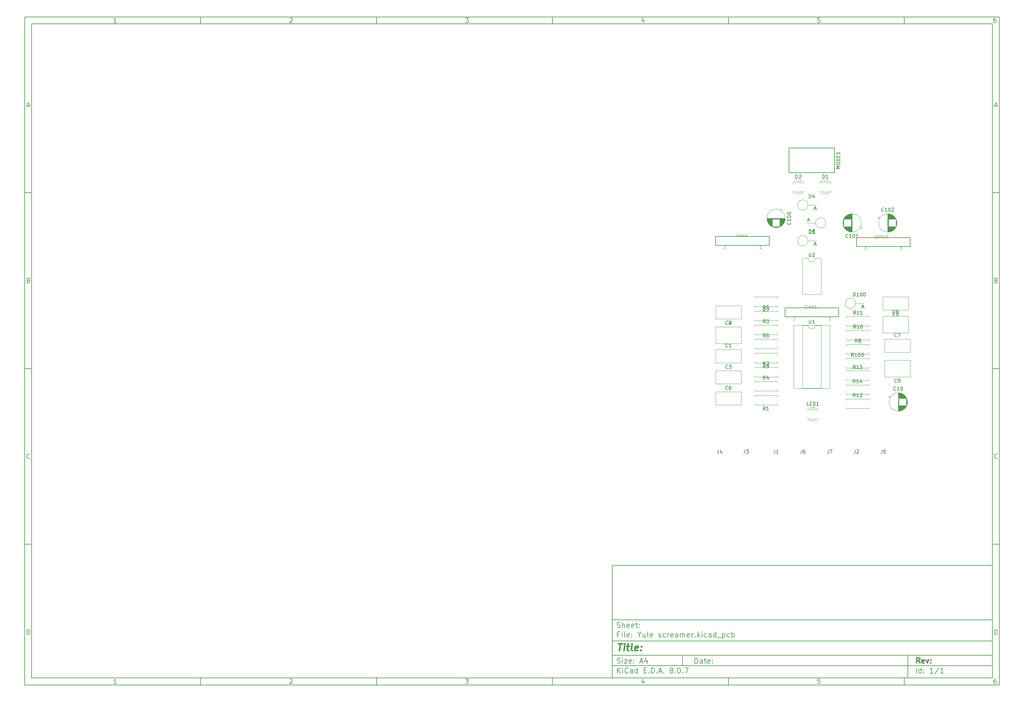
<source format=gbr>
%TF.GenerationSoftware,KiCad,Pcbnew,8.0.7*%
%TF.CreationDate,2024-12-12T07:23:30-07:00*%
%TF.ProjectId,Yule screamer,59756c65-2073-4637-9265-616d65722e6b,rev?*%
%TF.SameCoordinates,Original*%
%TF.FileFunction,Legend,Top*%
%TF.FilePolarity,Positive*%
%FSLAX46Y46*%
G04 Gerber Fmt 4.6, Leading zero omitted, Abs format (unit mm)*
G04 Created by KiCad (PCBNEW 8.0.7) date 2024-12-12 07:23:30*
%MOMM*%
%LPD*%
G01*
G04 APERTURE LIST*
%ADD10C,0.100000*%
%ADD11C,0.150000*%
%ADD12C,0.300000*%
%ADD13C,0.400000*%
%ADD14C,0.092659*%
%ADD15C,0.121920*%
%ADD16C,0.120000*%
%ADD17C,0.127000*%
%ADD18C,0.152400*%
G04 APERTURE END LIST*
D10*
D11*
X177002200Y-166007200D02*
X285002200Y-166007200D01*
X285002200Y-198007200D01*
X177002200Y-198007200D01*
X177002200Y-166007200D01*
D10*
D11*
X10000000Y-10000000D02*
X287002200Y-10000000D01*
X287002200Y-200007200D01*
X10000000Y-200007200D01*
X10000000Y-10000000D01*
D10*
D11*
X12000000Y-12000000D02*
X285002200Y-12000000D01*
X285002200Y-198007200D01*
X12000000Y-198007200D01*
X12000000Y-12000000D01*
D10*
D11*
X60000000Y-12000000D02*
X60000000Y-10000000D01*
D10*
D11*
X110000000Y-12000000D02*
X110000000Y-10000000D01*
D10*
D11*
X160000000Y-12000000D02*
X160000000Y-10000000D01*
D10*
D11*
X210000000Y-12000000D02*
X210000000Y-10000000D01*
D10*
D11*
X260000000Y-12000000D02*
X260000000Y-10000000D01*
D10*
D11*
X36089160Y-11593604D02*
X35346303Y-11593604D01*
X35717731Y-11593604D02*
X35717731Y-10293604D01*
X35717731Y-10293604D02*
X35593922Y-10479319D01*
X35593922Y-10479319D02*
X35470112Y-10603128D01*
X35470112Y-10603128D02*
X35346303Y-10665033D01*
D10*
D11*
X85346303Y-10417414D02*
X85408207Y-10355509D01*
X85408207Y-10355509D02*
X85532017Y-10293604D01*
X85532017Y-10293604D02*
X85841541Y-10293604D01*
X85841541Y-10293604D02*
X85965350Y-10355509D01*
X85965350Y-10355509D02*
X86027255Y-10417414D01*
X86027255Y-10417414D02*
X86089160Y-10541223D01*
X86089160Y-10541223D02*
X86089160Y-10665033D01*
X86089160Y-10665033D02*
X86027255Y-10850747D01*
X86027255Y-10850747D02*
X85284398Y-11593604D01*
X85284398Y-11593604D02*
X86089160Y-11593604D01*
D10*
D11*
X135284398Y-10293604D02*
X136089160Y-10293604D01*
X136089160Y-10293604D02*
X135655826Y-10788842D01*
X135655826Y-10788842D02*
X135841541Y-10788842D01*
X135841541Y-10788842D02*
X135965350Y-10850747D01*
X135965350Y-10850747D02*
X136027255Y-10912652D01*
X136027255Y-10912652D02*
X136089160Y-11036461D01*
X136089160Y-11036461D02*
X136089160Y-11345985D01*
X136089160Y-11345985D02*
X136027255Y-11469795D01*
X136027255Y-11469795D02*
X135965350Y-11531700D01*
X135965350Y-11531700D02*
X135841541Y-11593604D01*
X135841541Y-11593604D02*
X135470112Y-11593604D01*
X135470112Y-11593604D02*
X135346303Y-11531700D01*
X135346303Y-11531700D02*
X135284398Y-11469795D01*
D10*
D11*
X185965350Y-10726938D02*
X185965350Y-11593604D01*
X185655826Y-10231700D02*
X185346303Y-11160271D01*
X185346303Y-11160271D02*
X186151064Y-11160271D01*
D10*
D11*
X236027255Y-10293604D02*
X235408207Y-10293604D01*
X235408207Y-10293604D02*
X235346303Y-10912652D01*
X235346303Y-10912652D02*
X235408207Y-10850747D01*
X235408207Y-10850747D02*
X235532017Y-10788842D01*
X235532017Y-10788842D02*
X235841541Y-10788842D01*
X235841541Y-10788842D02*
X235965350Y-10850747D01*
X235965350Y-10850747D02*
X236027255Y-10912652D01*
X236027255Y-10912652D02*
X236089160Y-11036461D01*
X236089160Y-11036461D02*
X236089160Y-11345985D01*
X236089160Y-11345985D02*
X236027255Y-11469795D01*
X236027255Y-11469795D02*
X235965350Y-11531700D01*
X235965350Y-11531700D02*
X235841541Y-11593604D01*
X235841541Y-11593604D02*
X235532017Y-11593604D01*
X235532017Y-11593604D02*
X235408207Y-11531700D01*
X235408207Y-11531700D02*
X235346303Y-11469795D01*
D10*
D11*
X285965350Y-10293604D02*
X285717731Y-10293604D01*
X285717731Y-10293604D02*
X285593922Y-10355509D01*
X285593922Y-10355509D02*
X285532017Y-10417414D01*
X285532017Y-10417414D02*
X285408207Y-10603128D01*
X285408207Y-10603128D02*
X285346303Y-10850747D01*
X285346303Y-10850747D02*
X285346303Y-11345985D01*
X285346303Y-11345985D02*
X285408207Y-11469795D01*
X285408207Y-11469795D02*
X285470112Y-11531700D01*
X285470112Y-11531700D02*
X285593922Y-11593604D01*
X285593922Y-11593604D02*
X285841541Y-11593604D01*
X285841541Y-11593604D02*
X285965350Y-11531700D01*
X285965350Y-11531700D02*
X286027255Y-11469795D01*
X286027255Y-11469795D02*
X286089160Y-11345985D01*
X286089160Y-11345985D02*
X286089160Y-11036461D01*
X286089160Y-11036461D02*
X286027255Y-10912652D01*
X286027255Y-10912652D02*
X285965350Y-10850747D01*
X285965350Y-10850747D02*
X285841541Y-10788842D01*
X285841541Y-10788842D02*
X285593922Y-10788842D01*
X285593922Y-10788842D02*
X285470112Y-10850747D01*
X285470112Y-10850747D02*
X285408207Y-10912652D01*
X285408207Y-10912652D02*
X285346303Y-11036461D01*
D10*
D11*
X60000000Y-198007200D02*
X60000000Y-200007200D01*
D10*
D11*
X110000000Y-198007200D02*
X110000000Y-200007200D01*
D10*
D11*
X160000000Y-198007200D02*
X160000000Y-200007200D01*
D10*
D11*
X210000000Y-198007200D02*
X210000000Y-200007200D01*
D10*
D11*
X260000000Y-198007200D02*
X260000000Y-200007200D01*
D10*
D11*
X36089160Y-199600804D02*
X35346303Y-199600804D01*
X35717731Y-199600804D02*
X35717731Y-198300804D01*
X35717731Y-198300804D02*
X35593922Y-198486519D01*
X35593922Y-198486519D02*
X35470112Y-198610328D01*
X35470112Y-198610328D02*
X35346303Y-198672233D01*
D10*
D11*
X85346303Y-198424614D02*
X85408207Y-198362709D01*
X85408207Y-198362709D02*
X85532017Y-198300804D01*
X85532017Y-198300804D02*
X85841541Y-198300804D01*
X85841541Y-198300804D02*
X85965350Y-198362709D01*
X85965350Y-198362709D02*
X86027255Y-198424614D01*
X86027255Y-198424614D02*
X86089160Y-198548423D01*
X86089160Y-198548423D02*
X86089160Y-198672233D01*
X86089160Y-198672233D02*
X86027255Y-198857947D01*
X86027255Y-198857947D02*
X85284398Y-199600804D01*
X85284398Y-199600804D02*
X86089160Y-199600804D01*
D10*
D11*
X135284398Y-198300804D02*
X136089160Y-198300804D01*
X136089160Y-198300804D02*
X135655826Y-198796042D01*
X135655826Y-198796042D02*
X135841541Y-198796042D01*
X135841541Y-198796042D02*
X135965350Y-198857947D01*
X135965350Y-198857947D02*
X136027255Y-198919852D01*
X136027255Y-198919852D02*
X136089160Y-199043661D01*
X136089160Y-199043661D02*
X136089160Y-199353185D01*
X136089160Y-199353185D02*
X136027255Y-199476995D01*
X136027255Y-199476995D02*
X135965350Y-199538900D01*
X135965350Y-199538900D02*
X135841541Y-199600804D01*
X135841541Y-199600804D02*
X135470112Y-199600804D01*
X135470112Y-199600804D02*
X135346303Y-199538900D01*
X135346303Y-199538900D02*
X135284398Y-199476995D01*
D10*
D11*
X185965350Y-198734138D02*
X185965350Y-199600804D01*
X185655826Y-198238900D02*
X185346303Y-199167471D01*
X185346303Y-199167471D02*
X186151064Y-199167471D01*
D10*
D11*
X236027255Y-198300804D02*
X235408207Y-198300804D01*
X235408207Y-198300804D02*
X235346303Y-198919852D01*
X235346303Y-198919852D02*
X235408207Y-198857947D01*
X235408207Y-198857947D02*
X235532017Y-198796042D01*
X235532017Y-198796042D02*
X235841541Y-198796042D01*
X235841541Y-198796042D02*
X235965350Y-198857947D01*
X235965350Y-198857947D02*
X236027255Y-198919852D01*
X236027255Y-198919852D02*
X236089160Y-199043661D01*
X236089160Y-199043661D02*
X236089160Y-199353185D01*
X236089160Y-199353185D02*
X236027255Y-199476995D01*
X236027255Y-199476995D02*
X235965350Y-199538900D01*
X235965350Y-199538900D02*
X235841541Y-199600804D01*
X235841541Y-199600804D02*
X235532017Y-199600804D01*
X235532017Y-199600804D02*
X235408207Y-199538900D01*
X235408207Y-199538900D02*
X235346303Y-199476995D01*
D10*
D11*
X285965350Y-198300804D02*
X285717731Y-198300804D01*
X285717731Y-198300804D02*
X285593922Y-198362709D01*
X285593922Y-198362709D02*
X285532017Y-198424614D01*
X285532017Y-198424614D02*
X285408207Y-198610328D01*
X285408207Y-198610328D02*
X285346303Y-198857947D01*
X285346303Y-198857947D02*
X285346303Y-199353185D01*
X285346303Y-199353185D02*
X285408207Y-199476995D01*
X285408207Y-199476995D02*
X285470112Y-199538900D01*
X285470112Y-199538900D02*
X285593922Y-199600804D01*
X285593922Y-199600804D02*
X285841541Y-199600804D01*
X285841541Y-199600804D02*
X285965350Y-199538900D01*
X285965350Y-199538900D02*
X286027255Y-199476995D01*
X286027255Y-199476995D02*
X286089160Y-199353185D01*
X286089160Y-199353185D02*
X286089160Y-199043661D01*
X286089160Y-199043661D02*
X286027255Y-198919852D01*
X286027255Y-198919852D02*
X285965350Y-198857947D01*
X285965350Y-198857947D02*
X285841541Y-198796042D01*
X285841541Y-198796042D02*
X285593922Y-198796042D01*
X285593922Y-198796042D02*
X285470112Y-198857947D01*
X285470112Y-198857947D02*
X285408207Y-198919852D01*
X285408207Y-198919852D02*
X285346303Y-199043661D01*
D10*
D11*
X10000000Y-60000000D02*
X12000000Y-60000000D01*
D10*
D11*
X10000000Y-110000000D02*
X12000000Y-110000000D01*
D10*
D11*
X10000000Y-160000000D02*
X12000000Y-160000000D01*
D10*
D11*
X10690476Y-35222176D02*
X11309523Y-35222176D01*
X10566666Y-35593604D02*
X10999999Y-34293604D01*
X10999999Y-34293604D02*
X11433333Y-35593604D01*
D10*
D11*
X11092857Y-84912652D02*
X11278571Y-84974557D01*
X11278571Y-84974557D02*
X11340476Y-85036461D01*
X11340476Y-85036461D02*
X11402380Y-85160271D01*
X11402380Y-85160271D02*
X11402380Y-85345985D01*
X11402380Y-85345985D02*
X11340476Y-85469795D01*
X11340476Y-85469795D02*
X11278571Y-85531700D01*
X11278571Y-85531700D02*
X11154761Y-85593604D01*
X11154761Y-85593604D02*
X10659523Y-85593604D01*
X10659523Y-85593604D02*
X10659523Y-84293604D01*
X10659523Y-84293604D02*
X11092857Y-84293604D01*
X11092857Y-84293604D02*
X11216666Y-84355509D01*
X11216666Y-84355509D02*
X11278571Y-84417414D01*
X11278571Y-84417414D02*
X11340476Y-84541223D01*
X11340476Y-84541223D02*
X11340476Y-84665033D01*
X11340476Y-84665033D02*
X11278571Y-84788842D01*
X11278571Y-84788842D02*
X11216666Y-84850747D01*
X11216666Y-84850747D02*
X11092857Y-84912652D01*
X11092857Y-84912652D02*
X10659523Y-84912652D01*
D10*
D11*
X11402380Y-135469795D02*
X11340476Y-135531700D01*
X11340476Y-135531700D02*
X11154761Y-135593604D01*
X11154761Y-135593604D02*
X11030952Y-135593604D01*
X11030952Y-135593604D02*
X10845238Y-135531700D01*
X10845238Y-135531700D02*
X10721428Y-135407890D01*
X10721428Y-135407890D02*
X10659523Y-135284080D01*
X10659523Y-135284080D02*
X10597619Y-135036461D01*
X10597619Y-135036461D02*
X10597619Y-134850747D01*
X10597619Y-134850747D02*
X10659523Y-134603128D01*
X10659523Y-134603128D02*
X10721428Y-134479319D01*
X10721428Y-134479319D02*
X10845238Y-134355509D01*
X10845238Y-134355509D02*
X11030952Y-134293604D01*
X11030952Y-134293604D02*
X11154761Y-134293604D01*
X11154761Y-134293604D02*
X11340476Y-134355509D01*
X11340476Y-134355509D02*
X11402380Y-134417414D01*
D10*
D11*
X10659523Y-185593604D02*
X10659523Y-184293604D01*
X10659523Y-184293604D02*
X10969047Y-184293604D01*
X10969047Y-184293604D02*
X11154761Y-184355509D01*
X11154761Y-184355509D02*
X11278571Y-184479319D01*
X11278571Y-184479319D02*
X11340476Y-184603128D01*
X11340476Y-184603128D02*
X11402380Y-184850747D01*
X11402380Y-184850747D02*
X11402380Y-185036461D01*
X11402380Y-185036461D02*
X11340476Y-185284080D01*
X11340476Y-185284080D02*
X11278571Y-185407890D01*
X11278571Y-185407890D02*
X11154761Y-185531700D01*
X11154761Y-185531700D02*
X10969047Y-185593604D01*
X10969047Y-185593604D02*
X10659523Y-185593604D01*
D10*
D11*
X287002200Y-60000000D02*
X285002200Y-60000000D01*
D10*
D11*
X287002200Y-110000000D02*
X285002200Y-110000000D01*
D10*
D11*
X287002200Y-160000000D02*
X285002200Y-160000000D01*
D10*
D11*
X285692676Y-35222176D02*
X286311723Y-35222176D01*
X285568866Y-35593604D02*
X286002199Y-34293604D01*
X286002199Y-34293604D02*
X286435533Y-35593604D01*
D10*
D11*
X286095057Y-84912652D02*
X286280771Y-84974557D01*
X286280771Y-84974557D02*
X286342676Y-85036461D01*
X286342676Y-85036461D02*
X286404580Y-85160271D01*
X286404580Y-85160271D02*
X286404580Y-85345985D01*
X286404580Y-85345985D02*
X286342676Y-85469795D01*
X286342676Y-85469795D02*
X286280771Y-85531700D01*
X286280771Y-85531700D02*
X286156961Y-85593604D01*
X286156961Y-85593604D02*
X285661723Y-85593604D01*
X285661723Y-85593604D02*
X285661723Y-84293604D01*
X285661723Y-84293604D02*
X286095057Y-84293604D01*
X286095057Y-84293604D02*
X286218866Y-84355509D01*
X286218866Y-84355509D02*
X286280771Y-84417414D01*
X286280771Y-84417414D02*
X286342676Y-84541223D01*
X286342676Y-84541223D02*
X286342676Y-84665033D01*
X286342676Y-84665033D02*
X286280771Y-84788842D01*
X286280771Y-84788842D02*
X286218866Y-84850747D01*
X286218866Y-84850747D02*
X286095057Y-84912652D01*
X286095057Y-84912652D02*
X285661723Y-84912652D01*
D10*
D11*
X286404580Y-135469795D02*
X286342676Y-135531700D01*
X286342676Y-135531700D02*
X286156961Y-135593604D01*
X286156961Y-135593604D02*
X286033152Y-135593604D01*
X286033152Y-135593604D02*
X285847438Y-135531700D01*
X285847438Y-135531700D02*
X285723628Y-135407890D01*
X285723628Y-135407890D02*
X285661723Y-135284080D01*
X285661723Y-135284080D02*
X285599819Y-135036461D01*
X285599819Y-135036461D02*
X285599819Y-134850747D01*
X285599819Y-134850747D02*
X285661723Y-134603128D01*
X285661723Y-134603128D02*
X285723628Y-134479319D01*
X285723628Y-134479319D02*
X285847438Y-134355509D01*
X285847438Y-134355509D02*
X286033152Y-134293604D01*
X286033152Y-134293604D02*
X286156961Y-134293604D01*
X286156961Y-134293604D02*
X286342676Y-134355509D01*
X286342676Y-134355509D02*
X286404580Y-134417414D01*
D10*
D11*
X285661723Y-185593604D02*
X285661723Y-184293604D01*
X285661723Y-184293604D02*
X285971247Y-184293604D01*
X285971247Y-184293604D02*
X286156961Y-184355509D01*
X286156961Y-184355509D02*
X286280771Y-184479319D01*
X286280771Y-184479319D02*
X286342676Y-184603128D01*
X286342676Y-184603128D02*
X286404580Y-184850747D01*
X286404580Y-184850747D02*
X286404580Y-185036461D01*
X286404580Y-185036461D02*
X286342676Y-185284080D01*
X286342676Y-185284080D02*
X286280771Y-185407890D01*
X286280771Y-185407890D02*
X286156961Y-185531700D01*
X286156961Y-185531700D02*
X285971247Y-185593604D01*
X285971247Y-185593604D02*
X285661723Y-185593604D01*
D10*
D11*
X200458026Y-193793328D02*
X200458026Y-192293328D01*
X200458026Y-192293328D02*
X200815169Y-192293328D01*
X200815169Y-192293328D02*
X201029455Y-192364757D01*
X201029455Y-192364757D02*
X201172312Y-192507614D01*
X201172312Y-192507614D02*
X201243741Y-192650471D01*
X201243741Y-192650471D02*
X201315169Y-192936185D01*
X201315169Y-192936185D02*
X201315169Y-193150471D01*
X201315169Y-193150471D02*
X201243741Y-193436185D01*
X201243741Y-193436185D02*
X201172312Y-193579042D01*
X201172312Y-193579042D02*
X201029455Y-193721900D01*
X201029455Y-193721900D02*
X200815169Y-193793328D01*
X200815169Y-193793328D02*
X200458026Y-193793328D01*
X202600884Y-193793328D02*
X202600884Y-193007614D01*
X202600884Y-193007614D02*
X202529455Y-192864757D01*
X202529455Y-192864757D02*
X202386598Y-192793328D01*
X202386598Y-192793328D02*
X202100884Y-192793328D01*
X202100884Y-192793328D02*
X201958026Y-192864757D01*
X202600884Y-193721900D02*
X202458026Y-193793328D01*
X202458026Y-193793328D02*
X202100884Y-193793328D01*
X202100884Y-193793328D02*
X201958026Y-193721900D01*
X201958026Y-193721900D02*
X201886598Y-193579042D01*
X201886598Y-193579042D02*
X201886598Y-193436185D01*
X201886598Y-193436185D02*
X201958026Y-193293328D01*
X201958026Y-193293328D02*
X202100884Y-193221900D01*
X202100884Y-193221900D02*
X202458026Y-193221900D01*
X202458026Y-193221900D02*
X202600884Y-193150471D01*
X203100884Y-192793328D02*
X203672312Y-192793328D01*
X203315169Y-192293328D02*
X203315169Y-193579042D01*
X203315169Y-193579042D02*
X203386598Y-193721900D01*
X203386598Y-193721900D02*
X203529455Y-193793328D01*
X203529455Y-193793328D02*
X203672312Y-193793328D01*
X204743741Y-193721900D02*
X204600884Y-193793328D01*
X204600884Y-193793328D02*
X204315170Y-193793328D01*
X204315170Y-193793328D02*
X204172312Y-193721900D01*
X204172312Y-193721900D02*
X204100884Y-193579042D01*
X204100884Y-193579042D02*
X204100884Y-193007614D01*
X204100884Y-193007614D02*
X204172312Y-192864757D01*
X204172312Y-192864757D02*
X204315170Y-192793328D01*
X204315170Y-192793328D02*
X204600884Y-192793328D01*
X204600884Y-192793328D02*
X204743741Y-192864757D01*
X204743741Y-192864757D02*
X204815170Y-193007614D01*
X204815170Y-193007614D02*
X204815170Y-193150471D01*
X204815170Y-193150471D02*
X204100884Y-193293328D01*
X205458026Y-193650471D02*
X205529455Y-193721900D01*
X205529455Y-193721900D02*
X205458026Y-193793328D01*
X205458026Y-193793328D02*
X205386598Y-193721900D01*
X205386598Y-193721900D02*
X205458026Y-193650471D01*
X205458026Y-193650471D02*
X205458026Y-193793328D01*
X205458026Y-192864757D02*
X205529455Y-192936185D01*
X205529455Y-192936185D02*
X205458026Y-193007614D01*
X205458026Y-193007614D02*
X205386598Y-192936185D01*
X205386598Y-192936185D02*
X205458026Y-192864757D01*
X205458026Y-192864757D02*
X205458026Y-193007614D01*
D10*
D11*
X177002200Y-194507200D02*
X285002200Y-194507200D01*
D10*
D11*
X178458026Y-196593328D02*
X178458026Y-195093328D01*
X179315169Y-196593328D02*
X178672312Y-195736185D01*
X179315169Y-195093328D02*
X178458026Y-195950471D01*
X179958026Y-196593328D02*
X179958026Y-195593328D01*
X179958026Y-195093328D02*
X179886598Y-195164757D01*
X179886598Y-195164757D02*
X179958026Y-195236185D01*
X179958026Y-195236185D02*
X180029455Y-195164757D01*
X180029455Y-195164757D02*
X179958026Y-195093328D01*
X179958026Y-195093328D02*
X179958026Y-195236185D01*
X181529455Y-196450471D02*
X181458027Y-196521900D01*
X181458027Y-196521900D02*
X181243741Y-196593328D01*
X181243741Y-196593328D02*
X181100884Y-196593328D01*
X181100884Y-196593328D02*
X180886598Y-196521900D01*
X180886598Y-196521900D02*
X180743741Y-196379042D01*
X180743741Y-196379042D02*
X180672312Y-196236185D01*
X180672312Y-196236185D02*
X180600884Y-195950471D01*
X180600884Y-195950471D02*
X180600884Y-195736185D01*
X180600884Y-195736185D02*
X180672312Y-195450471D01*
X180672312Y-195450471D02*
X180743741Y-195307614D01*
X180743741Y-195307614D02*
X180886598Y-195164757D01*
X180886598Y-195164757D02*
X181100884Y-195093328D01*
X181100884Y-195093328D02*
X181243741Y-195093328D01*
X181243741Y-195093328D02*
X181458027Y-195164757D01*
X181458027Y-195164757D02*
X181529455Y-195236185D01*
X182815170Y-196593328D02*
X182815170Y-195807614D01*
X182815170Y-195807614D02*
X182743741Y-195664757D01*
X182743741Y-195664757D02*
X182600884Y-195593328D01*
X182600884Y-195593328D02*
X182315170Y-195593328D01*
X182315170Y-195593328D02*
X182172312Y-195664757D01*
X182815170Y-196521900D02*
X182672312Y-196593328D01*
X182672312Y-196593328D02*
X182315170Y-196593328D01*
X182315170Y-196593328D02*
X182172312Y-196521900D01*
X182172312Y-196521900D02*
X182100884Y-196379042D01*
X182100884Y-196379042D02*
X182100884Y-196236185D01*
X182100884Y-196236185D02*
X182172312Y-196093328D01*
X182172312Y-196093328D02*
X182315170Y-196021900D01*
X182315170Y-196021900D02*
X182672312Y-196021900D01*
X182672312Y-196021900D02*
X182815170Y-195950471D01*
X184172313Y-196593328D02*
X184172313Y-195093328D01*
X184172313Y-196521900D02*
X184029455Y-196593328D01*
X184029455Y-196593328D02*
X183743741Y-196593328D01*
X183743741Y-196593328D02*
X183600884Y-196521900D01*
X183600884Y-196521900D02*
X183529455Y-196450471D01*
X183529455Y-196450471D02*
X183458027Y-196307614D01*
X183458027Y-196307614D02*
X183458027Y-195879042D01*
X183458027Y-195879042D02*
X183529455Y-195736185D01*
X183529455Y-195736185D02*
X183600884Y-195664757D01*
X183600884Y-195664757D02*
X183743741Y-195593328D01*
X183743741Y-195593328D02*
X184029455Y-195593328D01*
X184029455Y-195593328D02*
X184172313Y-195664757D01*
X186029455Y-195807614D02*
X186529455Y-195807614D01*
X186743741Y-196593328D02*
X186029455Y-196593328D01*
X186029455Y-196593328D02*
X186029455Y-195093328D01*
X186029455Y-195093328D02*
X186743741Y-195093328D01*
X187386598Y-196450471D02*
X187458027Y-196521900D01*
X187458027Y-196521900D02*
X187386598Y-196593328D01*
X187386598Y-196593328D02*
X187315170Y-196521900D01*
X187315170Y-196521900D02*
X187386598Y-196450471D01*
X187386598Y-196450471D02*
X187386598Y-196593328D01*
X188100884Y-196593328D02*
X188100884Y-195093328D01*
X188100884Y-195093328D02*
X188458027Y-195093328D01*
X188458027Y-195093328D02*
X188672313Y-195164757D01*
X188672313Y-195164757D02*
X188815170Y-195307614D01*
X188815170Y-195307614D02*
X188886599Y-195450471D01*
X188886599Y-195450471D02*
X188958027Y-195736185D01*
X188958027Y-195736185D02*
X188958027Y-195950471D01*
X188958027Y-195950471D02*
X188886599Y-196236185D01*
X188886599Y-196236185D02*
X188815170Y-196379042D01*
X188815170Y-196379042D02*
X188672313Y-196521900D01*
X188672313Y-196521900D02*
X188458027Y-196593328D01*
X188458027Y-196593328D02*
X188100884Y-196593328D01*
X189600884Y-196450471D02*
X189672313Y-196521900D01*
X189672313Y-196521900D02*
X189600884Y-196593328D01*
X189600884Y-196593328D02*
X189529456Y-196521900D01*
X189529456Y-196521900D02*
X189600884Y-196450471D01*
X189600884Y-196450471D02*
X189600884Y-196593328D01*
X190243742Y-196164757D02*
X190958028Y-196164757D01*
X190100885Y-196593328D02*
X190600885Y-195093328D01*
X190600885Y-195093328D02*
X191100885Y-196593328D01*
X191600884Y-196450471D02*
X191672313Y-196521900D01*
X191672313Y-196521900D02*
X191600884Y-196593328D01*
X191600884Y-196593328D02*
X191529456Y-196521900D01*
X191529456Y-196521900D02*
X191600884Y-196450471D01*
X191600884Y-196450471D02*
X191600884Y-196593328D01*
X193672313Y-195736185D02*
X193529456Y-195664757D01*
X193529456Y-195664757D02*
X193458027Y-195593328D01*
X193458027Y-195593328D02*
X193386599Y-195450471D01*
X193386599Y-195450471D02*
X193386599Y-195379042D01*
X193386599Y-195379042D02*
X193458027Y-195236185D01*
X193458027Y-195236185D02*
X193529456Y-195164757D01*
X193529456Y-195164757D02*
X193672313Y-195093328D01*
X193672313Y-195093328D02*
X193958027Y-195093328D01*
X193958027Y-195093328D02*
X194100885Y-195164757D01*
X194100885Y-195164757D02*
X194172313Y-195236185D01*
X194172313Y-195236185D02*
X194243742Y-195379042D01*
X194243742Y-195379042D02*
X194243742Y-195450471D01*
X194243742Y-195450471D02*
X194172313Y-195593328D01*
X194172313Y-195593328D02*
X194100885Y-195664757D01*
X194100885Y-195664757D02*
X193958027Y-195736185D01*
X193958027Y-195736185D02*
X193672313Y-195736185D01*
X193672313Y-195736185D02*
X193529456Y-195807614D01*
X193529456Y-195807614D02*
X193458027Y-195879042D01*
X193458027Y-195879042D02*
X193386599Y-196021900D01*
X193386599Y-196021900D02*
X193386599Y-196307614D01*
X193386599Y-196307614D02*
X193458027Y-196450471D01*
X193458027Y-196450471D02*
X193529456Y-196521900D01*
X193529456Y-196521900D02*
X193672313Y-196593328D01*
X193672313Y-196593328D02*
X193958027Y-196593328D01*
X193958027Y-196593328D02*
X194100885Y-196521900D01*
X194100885Y-196521900D02*
X194172313Y-196450471D01*
X194172313Y-196450471D02*
X194243742Y-196307614D01*
X194243742Y-196307614D02*
X194243742Y-196021900D01*
X194243742Y-196021900D02*
X194172313Y-195879042D01*
X194172313Y-195879042D02*
X194100885Y-195807614D01*
X194100885Y-195807614D02*
X193958027Y-195736185D01*
X194886598Y-196450471D02*
X194958027Y-196521900D01*
X194958027Y-196521900D02*
X194886598Y-196593328D01*
X194886598Y-196593328D02*
X194815170Y-196521900D01*
X194815170Y-196521900D02*
X194886598Y-196450471D01*
X194886598Y-196450471D02*
X194886598Y-196593328D01*
X195886599Y-195093328D02*
X196029456Y-195093328D01*
X196029456Y-195093328D02*
X196172313Y-195164757D01*
X196172313Y-195164757D02*
X196243742Y-195236185D01*
X196243742Y-195236185D02*
X196315170Y-195379042D01*
X196315170Y-195379042D02*
X196386599Y-195664757D01*
X196386599Y-195664757D02*
X196386599Y-196021900D01*
X196386599Y-196021900D02*
X196315170Y-196307614D01*
X196315170Y-196307614D02*
X196243742Y-196450471D01*
X196243742Y-196450471D02*
X196172313Y-196521900D01*
X196172313Y-196521900D02*
X196029456Y-196593328D01*
X196029456Y-196593328D02*
X195886599Y-196593328D01*
X195886599Y-196593328D02*
X195743742Y-196521900D01*
X195743742Y-196521900D02*
X195672313Y-196450471D01*
X195672313Y-196450471D02*
X195600884Y-196307614D01*
X195600884Y-196307614D02*
X195529456Y-196021900D01*
X195529456Y-196021900D02*
X195529456Y-195664757D01*
X195529456Y-195664757D02*
X195600884Y-195379042D01*
X195600884Y-195379042D02*
X195672313Y-195236185D01*
X195672313Y-195236185D02*
X195743742Y-195164757D01*
X195743742Y-195164757D02*
X195886599Y-195093328D01*
X197029455Y-196450471D02*
X197100884Y-196521900D01*
X197100884Y-196521900D02*
X197029455Y-196593328D01*
X197029455Y-196593328D02*
X196958027Y-196521900D01*
X196958027Y-196521900D02*
X197029455Y-196450471D01*
X197029455Y-196450471D02*
X197029455Y-196593328D01*
X197600884Y-195093328D02*
X198600884Y-195093328D01*
X198600884Y-195093328D02*
X197958027Y-196593328D01*
D10*
D11*
X177002200Y-191507200D02*
X285002200Y-191507200D01*
D10*
D12*
X264413853Y-193785528D02*
X263913853Y-193071242D01*
X263556710Y-193785528D02*
X263556710Y-192285528D01*
X263556710Y-192285528D02*
X264128139Y-192285528D01*
X264128139Y-192285528D02*
X264270996Y-192356957D01*
X264270996Y-192356957D02*
X264342425Y-192428385D01*
X264342425Y-192428385D02*
X264413853Y-192571242D01*
X264413853Y-192571242D02*
X264413853Y-192785528D01*
X264413853Y-192785528D02*
X264342425Y-192928385D01*
X264342425Y-192928385D02*
X264270996Y-192999814D01*
X264270996Y-192999814D02*
X264128139Y-193071242D01*
X264128139Y-193071242D02*
X263556710Y-193071242D01*
X265628139Y-193714100D02*
X265485282Y-193785528D01*
X265485282Y-193785528D02*
X265199568Y-193785528D01*
X265199568Y-193785528D02*
X265056710Y-193714100D01*
X265056710Y-193714100D02*
X264985282Y-193571242D01*
X264985282Y-193571242D02*
X264985282Y-192999814D01*
X264985282Y-192999814D02*
X265056710Y-192856957D01*
X265056710Y-192856957D02*
X265199568Y-192785528D01*
X265199568Y-192785528D02*
X265485282Y-192785528D01*
X265485282Y-192785528D02*
X265628139Y-192856957D01*
X265628139Y-192856957D02*
X265699568Y-192999814D01*
X265699568Y-192999814D02*
X265699568Y-193142671D01*
X265699568Y-193142671D02*
X264985282Y-193285528D01*
X266199567Y-192785528D02*
X266556710Y-193785528D01*
X266556710Y-193785528D02*
X266913853Y-192785528D01*
X267485281Y-193642671D02*
X267556710Y-193714100D01*
X267556710Y-193714100D02*
X267485281Y-193785528D01*
X267485281Y-193785528D02*
X267413853Y-193714100D01*
X267413853Y-193714100D02*
X267485281Y-193642671D01*
X267485281Y-193642671D02*
X267485281Y-193785528D01*
X267485281Y-192856957D02*
X267556710Y-192928385D01*
X267556710Y-192928385D02*
X267485281Y-192999814D01*
X267485281Y-192999814D02*
X267413853Y-192928385D01*
X267413853Y-192928385D02*
X267485281Y-192856957D01*
X267485281Y-192856957D02*
X267485281Y-192999814D01*
D10*
D11*
X178386598Y-193721900D02*
X178600884Y-193793328D01*
X178600884Y-193793328D02*
X178958026Y-193793328D01*
X178958026Y-193793328D02*
X179100884Y-193721900D01*
X179100884Y-193721900D02*
X179172312Y-193650471D01*
X179172312Y-193650471D02*
X179243741Y-193507614D01*
X179243741Y-193507614D02*
X179243741Y-193364757D01*
X179243741Y-193364757D02*
X179172312Y-193221900D01*
X179172312Y-193221900D02*
X179100884Y-193150471D01*
X179100884Y-193150471D02*
X178958026Y-193079042D01*
X178958026Y-193079042D02*
X178672312Y-193007614D01*
X178672312Y-193007614D02*
X178529455Y-192936185D01*
X178529455Y-192936185D02*
X178458026Y-192864757D01*
X178458026Y-192864757D02*
X178386598Y-192721900D01*
X178386598Y-192721900D02*
X178386598Y-192579042D01*
X178386598Y-192579042D02*
X178458026Y-192436185D01*
X178458026Y-192436185D02*
X178529455Y-192364757D01*
X178529455Y-192364757D02*
X178672312Y-192293328D01*
X178672312Y-192293328D02*
X179029455Y-192293328D01*
X179029455Y-192293328D02*
X179243741Y-192364757D01*
X179886597Y-193793328D02*
X179886597Y-192793328D01*
X179886597Y-192293328D02*
X179815169Y-192364757D01*
X179815169Y-192364757D02*
X179886597Y-192436185D01*
X179886597Y-192436185D02*
X179958026Y-192364757D01*
X179958026Y-192364757D02*
X179886597Y-192293328D01*
X179886597Y-192293328D02*
X179886597Y-192436185D01*
X180458026Y-192793328D02*
X181243741Y-192793328D01*
X181243741Y-192793328D02*
X180458026Y-193793328D01*
X180458026Y-193793328D02*
X181243741Y-193793328D01*
X182386598Y-193721900D02*
X182243741Y-193793328D01*
X182243741Y-193793328D02*
X181958027Y-193793328D01*
X181958027Y-193793328D02*
X181815169Y-193721900D01*
X181815169Y-193721900D02*
X181743741Y-193579042D01*
X181743741Y-193579042D02*
X181743741Y-193007614D01*
X181743741Y-193007614D02*
X181815169Y-192864757D01*
X181815169Y-192864757D02*
X181958027Y-192793328D01*
X181958027Y-192793328D02*
X182243741Y-192793328D01*
X182243741Y-192793328D02*
X182386598Y-192864757D01*
X182386598Y-192864757D02*
X182458027Y-193007614D01*
X182458027Y-193007614D02*
X182458027Y-193150471D01*
X182458027Y-193150471D02*
X181743741Y-193293328D01*
X183100883Y-193650471D02*
X183172312Y-193721900D01*
X183172312Y-193721900D02*
X183100883Y-193793328D01*
X183100883Y-193793328D02*
X183029455Y-193721900D01*
X183029455Y-193721900D02*
X183100883Y-193650471D01*
X183100883Y-193650471D02*
X183100883Y-193793328D01*
X183100883Y-192864757D02*
X183172312Y-192936185D01*
X183172312Y-192936185D02*
X183100883Y-193007614D01*
X183100883Y-193007614D02*
X183029455Y-192936185D01*
X183029455Y-192936185D02*
X183100883Y-192864757D01*
X183100883Y-192864757D02*
X183100883Y-193007614D01*
X184886598Y-193364757D02*
X185600884Y-193364757D01*
X184743741Y-193793328D02*
X185243741Y-192293328D01*
X185243741Y-192293328D02*
X185743741Y-193793328D01*
X186886598Y-192793328D02*
X186886598Y-193793328D01*
X186529455Y-192221900D02*
X186172312Y-193293328D01*
X186172312Y-193293328D02*
X187100883Y-193293328D01*
D10*
D11*
X263458026Y-196593328D02*
X263458026Y-195093328D01*
X264815170Y-196593328D02*
X264815170Y-195093328D01*
X264815170Y-196521900D02*
X264672312Y-196593328D01*
X264672312Y-196593328D02*
X264386598Y-196593328D01*
X264386598Y-196593328D02*
X264243741Y-196521900D01*
X264243741Y-196521900D02*
X264172312Y-196450471D01*
X264172312Y-196450471D02*
X264100884Y-196307614D01*
X264100884Y-196307614D02*
X264100884Y-195879042D01*
X264100884Y-195879042D02*
X264172312Y-195736185D01*
X264172312Y-195736185D02*
X264243741Y-195664757D01*
X264243741Y-195664757D02*
X264386598Y-195593328D01*
X264386598Y-195593328D02*
X264672312Y-195593328D01*
X264672312Y-195593328D02*
X264815170Y-195664757D01*
X265529455Y-196450471D02*
X265600884Y-196521900D01*
X265600884Y-196521900D02*
X265529455Y-196593328D01*
X265529455Y-196593328D02*
X265458027Y-196521900D01*
X265458027Y-196521900D02*
X265529455Y-196450471D01*
X265529455Y-196450471D02*
X265529455Y-196593328D01*
X265529455Y-195664757D02*
X265600884Y-195736185D01*
X265600884Y-195736185D02*
X265529455Y-195807614D01*
X265529455Y-195807614D02*
X265458027Y-195736185D01*
X265458027Y-195736185D02*
X265529455Y-195664757D01*
X265529455Y-195664757D02*
X265529455Y-195807614D01*
X268172313Y-196593328D02*
X267315170Y-196593328D01*
X267743741Y-196593328D02*
X267743741Y-195093328D01*
X267743741Y-195093328D02*
X267600884Y-195307614D01*
X267600884Y-195307614D02*
X267458027Y-195450471D01*
X267458027Y-195450471D02*
X267315170Y-195521900D01*
X269886598Y-195021900D02*
X268600884Y-196950471D01*
X271172313Y-196593328D02*
X270315170Y-196593328D01*
X270743741Y-196593328D02*
X270743741Y-195093328D01*
X270743741Y-195093328D02*
X270600884Y-195307614D01*
X270600884Y-195307614D02*
X270458027Y-195450471D01*
X270458027Y-195450471D02*
X270315170Y-195521900D01*
D10*
D11*
X177002200Y-187507200D02*
X285002200Y-187507200D01*
D10*
D13*
X178693928Y-188211638D02*
X179836785Y-188211638D01*
X179015357Y-190211638D02*
X179265357Y-188211638D01*
X180253452Y-190211638D02*
X180420119Y-188878304D01*
X180503452Y-188211638D02*
X180396309Y-188306876D01*
X180396309Y-188306876D02*
X180479643Y-188402114D01*
X180479643Y-188402114D02*
X180586786Y-188306876D01*
X180586786Y-188306876D02*
X180503452Y-188211638D01*
X180503452Y-188211638D02*
X180479643Y-188402114D01*
X181086786Y-188878304D02*
X181848690Y-188878304D01*
X181455833Y-188211638D02*
X181241548Y-189925923D01*
X181241548Y-189925923D02*
X181312976Y-190116400D01*
X181312976Y-190116400D02*
X181491548Y-190211638D01*
X181491548Y-190211638D02*
X181682024Y-190211638D01*
X182634405Y-190211638D02*
X182455833Y-190116400D01*
X182455833Y-190116400D02*
X182384405Y-189925923D01*
X182384405Y-189925923D02*
X182598690Y-188211638D01*
X184170119Y-190116400D02*
X183967738Y-190211638D01*
X183967738Y-190211638D02*
X183586785Y-190211638D01*
X183586785Y-190211638D02*
X183408214Y-190116400D01*
X183408214Y-190116400D02*
X183336785Y-189925923D01*
X183336785Y-189925923D02*
X183432024Y-189164019D01*
X183432024Y-189164019D02*
X183551071Y-188973542D01*
X183551071Y-188973542D02*
X183753452Y-188878304D01*
X183753452Y-188878304D02*
X184134404Y-188878304D01*
X184134404Y-188878304D02*
X184312976Y-188973542D01*
X184312976Y-188973542D02*
X184384404Y-189164019D01*
X184384404Y-189164019D02*
X184360595Y-189354495D01*
X184360595Y-189354495D02*
X183384404Y-189544971D01*
X185134405Y-190021161D02*
X185217738Y-190116400D01*
X185217738Y-190116400D02*
X185110595Y-190211638D01*
X185110595Y-190211638D02*
X185027262Y-190116400D01*
X185027262Y-190116400D02*
X185134405Y-190021161D01*
X185134405Y-190021161D02*
X185110595Y-190211638D01*
X185265357Y-188973542D02*
X185348690Y-189068780D01*
X185348690Y-189068780D02*
X185241548Y-189164019D01*
X185241548Y-189164019D02*
X185158214Y-189068780D01*
X185158214Y-189068780D02*
X185265357Y-188973542D01*
X185265357Y-188973542D02*
X185241548Y-189164019D01*
D10*
D11*
X178958026Y-185607614D02*
X178458026Y-185607614D01*
X178458026Y-186393328D02*
X178458026Y-184893328D01*
X178458026Y-184893328D02*
X179172312Y-184893328D01*
X179743740Y-186393328D02*
X179743740Y-185393328D01*
X179743740Y-184893328D02*
X179672312Y-184964757D01*
X179672312Y-184964757D02*
X179743740Y-185036185D01*
X179743740Y-185036185D02*
X179815169Y-184964757D01*
X179815169Y-184964757D02*
X179743740Y-184893328D01*
X179743740Y-184893328D02*
X179743740Y-185036185D01*
X180672312Y-186393328D02*
X180529455Y-186321900D01*
X180529455Y-186321900D02*
X180458026Y-186179042D01*
X180458026Y-186179042D02*
X180458026Y-184893328D01*
X181815169Y-186321900D02*
X181672312Y-186393328D01*
X181672312Y-186393328D02*
X181386598Y-186393328D01*
X181386598Y-186393328D02*
X181243740Y-186321900D01*
X181243740Y-186321900D02*
X181172312Y-186179042D01*
X181172312Y-186179042D02*
X181172312Y-185607614D01*
X181172312Y-185607614D02*
X181243740Y-185464757D01*
X181243740Y-185464757D02*
X181386598Y-185393328D01*
X181386598Y-185393328D02*
X181672312Y-185393328D01*
X181672312Y-185393328D02*
X181815169Y-185464757D01*
X181815169Y-185464757D02*
X181886598Y-185607614D01*
X181886598Y-185607614D02*
X181886598Y-185750471D01*
X181886598Y-185750471D02*
X181172312Y-185893328D01*
X182529454Y-186250471D02*
X182600883Y-186321900D01*
X182600883Y-186321900D02*
X182529454Y-186393328D01*
X182529454Y-186393328D02*
X182458026Y-186321900D01*
X182458026Y-186321900D02*
X182529454Y-186250471D01*
X182529454Y-186250471D02*
X182529454Y-186393328D01*
X182529454Y-185464757D02*
X182600883Y-185536185D01*
X182600883Y-185536185D02*
X182529454Y-185607614D01*
X182529454Y-185607614D02*
X182458026Y-185536185D01*
X182458026Y-185536185D02*
X182529454Y-185464757D01*
X182529454Y-185464757D02*
X182529454Y-185607614D01*
X184672312Y-185679042D02*
X184672312Y-186393328D01*
X184172312Y-184893328D02*
X184672312Y-185679042D01*
X184672312Y-185679042D02*
X185172312Y-184893328D01*
X186315169Y-185393328D02*
X186315169Y-186393328D01*
X185672311Y-185393328D02*
X185672311Y-186179042D01*
X185672311Y-186179042D02*
X185743740Y-186321900D01*
X185743740Y-186321900D02*
X185886597Y-186393328D01*
X185886597Y-186393328D02*
X186100883Y-186393328D01*
X186100883Y-186393328D02*
X186243740Y-186321900D01*
X186243740Y-186321900D02*
X186315169Y-186250471D01*
X187243740Y-186393328D02*
X187100883Y-186321900D01*
X187100883Y-186321900D02*
X187029454Y-186179042D01*
X187029454Y-186179042D02*
X187029454Y-184893328D01*
X188386597Y-186321900D02*
X188243740Y-186393328D01*
X188243740Y-186393328D02*
X187958026Y-186393328D01*
X187958026Y-186393328D02*
X187815168Y-186321900D01*
X187815168Y-186321900D02*
X187743740Y-186179042D01*
X187743740Y-186179042D02*
X187743740Y-185607614D01*
X187743740Y-185607614D02*
X187815168Y-185464757D01*
X187815168Y-185464757D02*
X187958026Y-185393328D01*
X187958026Y-185393328D02*
X188243740Y-185393328D01*
X188243740Y-185393328D02*
X188386597Y-185464757D01*
X188386597Y-185464757D02*
X188458026Y-185607614D01*
X188458026Y-185607614D02*
X188458026Y-185750471D01*
X188458026Y-185750471D02*
X187743740Y-185893328D01*
X190172311Y-186321900D02*
X190315168Y-186393328D01*
X190315168Y-186393328D02*
X190600882Y-186393328D01*
X190600882Y-186393328D02*
X190743739Y-186321900D01*
X190743739Y-186321900D02*
X190815168Y-186179042D01*
X190815168Y-186179042D02*
X190815168Y-186107614D01*
X190815168Y-186107614D02*
X190743739Y-185964757D01*
X190743739Y-185964757D02*
X190600882Y-185893328D01*
X190600882Y-185893328D02*
X190386597Y-185893328D01*
X190386597Y-185893328D02*
X190243739Y-185821900D01*
X190243739Y-185821900D02*
X190172311Y-185679042D01*
X190172311Y-185679042D02*
X190172311Y-185607614D01*
X190172311Y-185607614D02*
X190243739Y-185464757D01*
X190243739Y-185464757D02*
X190386597Y-185393328D01*
X190386597Y-185393328D02*
X190600882Y-185393328D01*
X190600882Y-185393328D02*
X190743739Y-185464757D01*
X192100883Y-186321900D02*
X191958025Y-186393328D01*
X191958025Y-186393328D02*
X191672311Y-186393328D01*
X191672311Y-186393328D02*
X191529454Y-186321900D01*
X191529454Y-186321900D02*
X191458025Y-186250471D01*
X191458025Y-186250471D02*
X191386597Y-186107614D01*
X191386597Y-186107614D02*
X191386597Y-185679042D01*
X191386597Y-185679042D02*
X191458025Y-185536185D01*
X191458025Y-185536185D02*
X191529454Y-185464757D01*
X191529454Y-185464757D02*
X191672311Y-185393328D01*
X191672311Y-185393328D02*
X191958025Y-185393328D01*
X191958025Y-185393328D02*
X192100883Y-185464757D01*
X192743739Y-186393328D02*
X192743739Y-185393328D01*
X192743739Y-185679042D02*
X192815168Y-185536185D01*
X192815168Y-185536185D02*
X192886597Y-185464757D01*
X192886597Y-185464757D02*
X193029454Y-185393328D01*
X193029454Y-185393328D02*
X193172311Y-185393328D01*
X194243739Y-186321900D02*
X194100882Y-186393328D01*
X194100882Y-186393328D02*
X193815168Y-186393328D01*
X193815168Y-186393328D02*
X193672310Y-186321900D01*
X193672310Y-186321900D02*
X193600882Y-186179042D01*
X193600882Y-186179042D02*
X193600882Y-185607614D01*
X193600882Y-185607614D02*
X193672310Y-185464757D01*
X193672310Y-185464757D02*
X193815168Y-185393328D01*
X193815168Y-185393328D02*
X194100882Y-185393328D01*
X194100882Y-185393328D02*
X194243739Y-185464757D01*
X194243739Y-185464757D02*
X194315168Y-185607614D01*
X194315168Y-185607614D02*
X194315168Y-185750471D01*
X194315168Y-185750471D02*
X193600882Y-185893328D01*
X195600882Y-186393328D02*
X195600882Y-185607614D01*
X195600882Y-185607614D02*
X195529453Y-185464757D01*
X195529453Y-185464757D02*
X195386596Y-185393328D01*
X195386596Y-185393328D02*
X195100882Y-185393328D01*
X195100882Y-185393328D02*
X194958024Y-185464757D01*
X195600882Y-186321900D02*
X195458024Y-186393328D01*
X195458024Y-186393328D02*
X195100882Y-186393328D01*
X195100882Y-186393328D02*
X194958024Y-186321900D01*
X194958024Y-186321900D02*
X194886596Y-186179042D01*
X194886596Y-186179042D02*
X194886596Y-186036185D01*
X194886596Y-186036185D02*
X194958024Y-185893328D01*
X194958024Y-185893328D02*
X195100882Y-185821900D01*
X195100882Y-185821900D02*
X195458024Y-185821900D01*
X195458024Y-185821900D02*
X195600882Y-185750471D01*
X196315167Y-186393328D02*
X196315167Y-185393328D01*
X196315167Y-185536185D02*
X196386596Y-185464757D01*
X196386596Y-185464757D02*
X196529453Y-185393328D01*
X196529453Y-185393328D02*
X196743739Y-185393328D01*
X196743739Y-185393328D02*
X196886596Y-185464757D01*
X196886596Y-185464757D02*
X196958025Y-185607614D01*
X196958025Y-185607614D02*
X196958025Y-186393328D01*
X196958025Y-185607614D02*
X197029453Y-185464757D01*
X197029453Y-185464757D02*
X197172310Y-185393328D01*
X197172310Y-185393328D02*
X197386596Y-185393328D01*
X197386596Y-185393328D02*
X197529453Y-185464757D01*
X197529453Y-185464757D02*
X197600882Y-185607614D01*
X197600882Y-185607614D02*
X197600882Y-186393328D01*
X198886596Y-186321900D02*
X198743739Y-186393328D01*
X198743739Y-186393328D02*
X198458025Y-186393328D01*
X198458025Y-186393328D02*
X198315167Y-186321900D01*
X198315167Y-186321900D02*
X198243739Y-186179042D01*
X198243739Y-186179042D02*
X198243739Y-185607614D01*
X198243739Y-185607614D02*
X198315167Y-185464757D01*
X198315167Y-185464757D02*
X198458025Y-185393328D01*
X198458025Y-185393328D02*
X198743739Y-185393328D01*
X198743739Y-185393328D02*
X198886596Y-185464757D01*
X198886596Y-185464757D02*
X198958025Y-185607614D01*
X198958025Y-185607614D02*
X198958025Y-185750471D01*
X198958025Y-185750471D02*
X198243739Y-185893328D01*
X199600881Y-186393328D02*
X199600881Y-185393328D01*
X199600881Y-185679042D02*
X199672310Y-185536185D01*
X199672310Y-185536185D02*
X199743739Y-185464757D01*
X199743739Y-185464757D02*
X199886596Y-185393328D01*
X199886596Y-185393328D02*
X200029453Y-185393328D01*
X200529452Y-186250471D02*
X200600881Y-186321900D01*
X200600881Y-186321900D02*
X200529452Y-186393328D01*
X200529452Y-186393328D02*
X200458024Y-186321900D01*
X200458024Y-186321900D02*
X200529452Y-186250471D01*
X200529452Y-186250471D02*
X200529452Y-186393328D01*
X201243738Y-186393328D02*
X201243738Y-184893328D01*
X201386596Y-185821900D02*
X201815167Y-186393328D01*
X201815167Y-185393328D02*
X201243738Y-185964757D01*
X202458024Y-186393328D02*
X202458024Y-185393328D01*
X202458024Y-184893328D02*
X202386596Y-184964757D01*
X202386596Y-184964757D02*
X202458024Y-185036185D01*
X202458024Y-185036185D02*
X202529453Y-184964757D01*
X202529453Y-184964757D02*
X202458024Y-184893328D01*
X202458024Y-184893328D02*
X202458024Y-185036185D01*
X203815168Y-186321900D02*
X203672310Y-186393328D01*
X203672310Y-186393328D02*
X203386596Y-186393328D01*
X203386596Y-186393328D02*
X203243739Y-186321900D01*
X203243739Y-186321900D02*
X203172310Y-186250471D01*
X203172310Y-186250471D02*
X203100882Y-186107614D01*
X203100882Y-186107614D02*
X203100882Y-185679042D01*
X203100882Y-185679042D02*
X203172310Y-185536185D01*
X203172310Y-185536185D02*
X203243739Y-185464757D01*
X203243739Y-185464757D02*
X203386596Y-185393328D01*
X203386596Y-185393328D02*
X203672310Y-185393328D01*
X203672310Y-185393328D02*
X203815168Y-185464757D01*
X205100882Y-186393328D02*
X205100882Y-185607614D01*
X205100882Y-185607614D02*
X205029453Y-185464757D01*
X205029453Y-185464757D02*
X204886596Y-185393328D01*
X204886596Y-185393328D02*
X204600882Y-185393328D01*
X204600882Y-185393328D02*
X204458024Y-185464757D01*
X205100882Y-186321900D02*
X204958024Y-186393328D01*
X204958024Y-186393328D02*
X204600882Y-186393328D01*
X204600882Y-186393328D02*
X204458024Y-186321900D01*
X204458024Y-186321900D02*
X204386596Y-186179042D01*
X204386596Y-186179042D02*
X204386596Y-186036185D01*
X204386596Y-186036185D02*
X204458024Y-185893328D01*
X204458024Y-185893328D02*
X204600882Y-185821900D01*
X204600882Y-185821900D02*
X204958024Y-185821900D01*
X204958024Y-185821900D02*
X205100882Y-185750471D01*
X206458025Y-186393328D02*
X206458025Y-184893328D01*
X206458025Y-186321900D02*
X206315167Y-186393328D01*
X206315167Y-186393328D02*
X206029453Y-186393328D01*
X206029453Y-186393328D02*
X205886596Y-186321900D01*
X205886596Y-186321900D02*
X205815167Y-186250471D01*
X205815167Y-186250471D02*
X205743739Y-186107614D01*
X205743739Y-186107614D02*
X205743739Y-185679042D01*
X205743739Y-185679042D02*
X205815167Y-185536185D01*
X205815167Y-185536185D02*
X205886596Y-185464757D01*
X205886596Y-185464757D02*
X206029453Y-185393328D01*
X206029453Y-185393328D02*
X206315167Y-185393328D01*
X206315167Y-185393328D02*
X206458025Y-185464757D01*
X206815168Y-186536185D02*
X207958025Y-186536185D01*
X208315167Y-185393328D02*
X208315167Y-186893328D01*
X208315167Y-185464757D02*
X208458025Y-185393328D01*
X208458025Y-185393328D02*
X208743739Y-185393328D01*
X208743739Y-185393328D02*
X208886596Y-185464757D01*
X208886596Y-185464757D02*
X208958025Y-185536185D01*
X208958025Y-185536185D02*
X209029453Y-185679042D01*
X209029453Y-185679042D02*
X209029453Y-186107614D01*
X209029453Y-186107614D02*
X208958025Y-186250471D01*
X208958025Y-186250471D02*
X208886596Y-186321900D01*
X208886596Y-186321900D02*
X208743739Y-186393328D01*
X208743739Y-186393328D02*
X208458025Y-186393328D01*
X208458025Y-186393328D02*
X208315167Y-186321900D01*
X210315168Y-186321900D02*
X210172310Y-186393328D01*
X210172310Y-186393328D02*
X209886596Y-186393328D01*
X209886596Y-186393328D02*
X209743739Y-186321900D01*
X209743739Y-186321900D02*
X209672310Y-186250471D01*
X209672310Y-186250471D02*
X209600882Y-186107614D01*
X209600882Y-186107614D02*
X209600882Y-185679042D01*
X209600882Y-185679042D02*
X209672310Y-185536185D01*
X209672310Y-185536185D02*
X209743739Y-185464757D01*
X209743739Y-185464757D02*
X209886596Y-185393328D01*
X209886596Y-185393328D02*
X210172310Y-185393328D01*
X210172310Y-185393328D02*
X210315168Y-185464757D01*
X210958024Y-186393328D02*
X210958024Y-184893328D01*
X210958024Y-185464757D02*
X211100882Y-185393328D01*
X211100882Y-185393328D02*
X211386596Y-185393328D01*
X211386596Y-185393328D02*
X211529453Y-185464757D01*
X211529453Y-185464757D02*
X211600882Y-185536185D01*
X211600882Y-185536185D02*
X211672310Y-185679042D01*
X211672310Y-185679042D02*
X211672310Y-186107614D01*
X211672310Y-186107614D02*
X211600882Y-186250471D01*
X211600882Y-186250471D02*
X211529453Y-186321900D01*
X211529453Y-186321900D02*
X211386596Y-186393328D01*
X211386596Y-186393328D02*
X211100882Y-186393328D01*
X211100882Y-186393328D02*
X210958024Y-186321900D01*
D10*
D11*
X177002200Y-181507200D02*
X285002200Y-181507200D01*
D10*
D11*
X178386598Y-183621900D02*
X178600884Y-183693328D01*
X178600884Y-183693328D02*
X178958026Y-183693328D01*
X178958026Y-183693328D02*
X179100884Y-183621900D01*
X179100884Y-183621900D02*
X179172312Y-183550471D01*
X179172312Y-183550471D02*
X179243741Y-183407614D01*
X179243741Y-183407614D02*
X179243741Y-183264757D01*
X179243741Y-183264757D02*
X179172312Y-183121900D01*
X179172312Y-183121900D02*
X179100884Y-183050471D01*
X179100884Y-183050471D02*
X178958026Y-182979042D01*
X178958026Y-182979042D02*
X178672312Y-182907614D01*
X178672312Y-182907614D02*
X178529455Y-182836185D01*
X178529455Y-182836185D02*
X178458026Y-182764757D01*
X178458026Y-182764757D02*
X178386598Y-182621900D01*
X178386598Y-182621900D02*
X178386598Y-182479042D01*
X178386598Y-182479042D02*
X178458026Y-182336185D01*
X178458026Y-182336185D02*
X178529455Y-182264757D01*
X178529455Y-182264757D02*
X178672312Y-182193328D01*
X178672312Y-182193328D02*
X179029455Y-182193328D01*
X179029455Y-182193328D02*
X179243741Y-182264757D01*
X179886597Y-183693328D02*
X179886597Y-182193328D01*
X180529455Y-183693328D02*
X180529455Y-182907614D01*
X180529455Y-182907614D02*
X180458026Y-182764757D01*
X180458026Y-182764757D02*
X180315169Y-182693328D01*
X180315169Y-182693328D02*
X180100883Y-182693328D01*
X180100883Y-182693328D02*
X179958026Y-182764757D01*
X179958026Y-182764757D02*
X179886597Y-182836185D01*
X181815169Y-183621900D02*
X181672312Y-183693328D01*
X181672312Y-183693328D02*
X181386598Y-183693328D01*
X181386598Y-183693328D02*
X181243740Y-183621900D01*
X181243740Y-183621900D02*
X181172312Y-183479042D01*
X181172312Y-183479042D02*
X181172312Y-182907614D01*
X181172312Y-182907614D02*
X181243740Y-182764757D01*
X181243740Y-182764757D02*
X181386598Y-182693328D01*
X181386598Y-182693328D02*
X181672312Y-182693328D01*
X181672312Y-182693328D02*
X181815169Y-182764757D01*
X181815169Y-182764757D02*
X181886598Y-182907614D01*
X181886598Y-182907614D02*
X181886598Y-183050471D01*
X181886598Y-183050471D02*
X181172312Y-183193328D01*
X183100883Y-183621900D02*
X182958026Y-183693328D01*
X182958026Y-183693328D02*
X182672312Y-183693328D01*
X182672312Y-183693328D02*
X182529454Y-183621900D01*
X182529454Y-183621900D02*
X182458026Y-183479042D01*
X182458026Y-183479042D02*
X182458026Y-182907614D01*
X182458026Y-182907614D02*
X182529454Y-182764757D01*
X182529454Y-182764757D02*
X182672312Y-182693328D01*
X182672312Y-182693328D02*
X182958026Y-182693328D01*
X182958026Y-182693328D02*
X183100883Y-182764757D01*
X183100883Y-182764757D02*
X183172312Y-182907614D01*
X183172312Y-182907614D02*
X183172312Y-183050471D01*
X183172312Y-183050471D02*
X182458026Y-183193328D01*
X183600883Y-182693328D02*
X184172311Y-182693328D01*
X183815168Y-182193328D02*
X183815168Y-183479042D01*
X183815168Y-183479042D02*
X183886597Y-183621900D01*
X183886597Y-183621900D02*
X184029454Y-183693328D01*
X184029454Y-183693328D02*
X184172311Y-183693328D01*
X184672311Y-183550471D02*
X184743740Y-183621900D01*
X184743740Y-183621900D02*
X184672311Y-183693328D01*
X184672311Y-183693328D02*
X184600883Y-183621900D01*
X184600883Y-183621900D02*
X184672311Y-183550471D01*
X184672311Y-183550471D02*
X184672311Y-183693328D01*
X184672311Y-182764757D02*
X184743740Y-182836185D01*
X184743740Y-182836185D02*
X184672311Y-182907614D01*
X184672311Y-182907614D02*
X184600883Y-182836185D01*
X184600883Y-182836185D02*
X184672311Y-182764757D01*
X184672311Y-182764757D02*
X184672311Y-182907614D01*
D10*
D11*
X197002200Y-191507200D02*
X197002200Y-194507200D01*
D10*
D11*
X261002200Y-191507200D02*
X261002200Y-198007200D01*
X246047142Y-110084819D02*
X245713809Y-109608628D01*
X245475714Y-110084819D02*
X245475714Y-109084819D01*
X245475714Y-109084819D02*
X245856666Y-109084819D01*
X245856666Y-109084819D02*
X245951904Y-109132438D01*
X245951904Y-109132438D02*
X245999523Y-109180057D01*
X245999523Y-109180057D02*
X246047142Y-109275295D01*
X246047142Y-109275295D02*
X246047142Y-109418152D01*
X246047142Y-109418152D02*
X245999523Y-109513390D01*
X245999523Y-109513390D02*
X245951904Y-109561009D01*
X245951904Y-109561009D02*
X245856666Y-109608628D01*
X245856666Y-109608628D02*
X245475714Y-109608628D01*
X246999523Y-110084819D02*
X246428095Y-110084819D01*
X246713809Y-110084819D02*
X246713809Y-109084819D01*
X246713809Y-109084819D02*
X246618571Y-109227676D01*
X246618571Y-109227676D02*
X246523333Y-109322914D01*
X246523333Y-109322914D02*
X246428095Y-109370533D01*
X247332857Y-109084819D02*
X247951904Y-109084819D01*
X247951904Y-109084819D02*
X247618571Y-109465771D01*
X247618571Y-109465771D02*
X247761428Y-109465771D01*
X247761428Y-109465771D02*
X247856666Y-109513390D01*
X247856666Y-109513390D02*
X247904285Y-109561009D01*
X247904285Y-109561009D02*
X247951904Y-109656247D01*
X247951904Y-109656247D02*
X247951904Y-109894342D01*
X247951904Y-109894342D02*
X247904285Y-109989580D01*
X247904285Y-109989580D02*
X247856666Y-110037200D01*
X247856666Y-110037200D02*
X247761428Y-110084819D01*
X247761428Y-110084819D02*
X247475714Y-110084819D01*
X247475714Y-110084819D02*
X247380476Y-110037200D01*
X247380476Y-110037200D02*
X247332857Y-109989580D01*
X214666666Y-133114819D02*
X214666666Y-133829104D01*
X214666666Y-133829104D02*
X214619047Y-133971961D01*
X214619047Y-133971961D02*
X214523809Y-134067200D01*
X214523809Y-134067200D02*
X214380952Y-134114819D01*
X214380952Y-134114819D02*
X214285714Y-134114819D01*
X215047619Y-133114819D02*
X215666666Y-133114819D01*
X215666666Y-133114819D02*
X215333333Y-133495771D01*
X215333333Y-133495771D02*
X215476190Y-133495771D01*
X215476190Y-133495771D02*
X215571428Y-133543390D01*
X215571428Y-133543390D02*
X215619047Y-133591009D01*
X215619047Y-133591009D02*
X215666666Y-133686247D01*
X215666666Y-133686247D02*
X215666666Y-133924342D01*
X215666666Y-133924342D02*
X215619047Y-134019580D01*
X215619047Y-134019580D02*
X215571428Y-134067200D01*
X215571428Y-134067200D02*
X215476190Y-134114819D01*
X215476190Y-134114819D02*
X215190476Y-134114819D01*
X215190476Y-134114819D02*
X215095238Y-134067200D01*
X215095238Y-134067200D02*
X215047619Y-134019580D01*
X209833333Y-97359580D02*
X209785714Y-97407200D01*
X209785714Y-97407200D02*
X209642857Y-97454819D01*
X209642857Y-97454819D02*
X209547619Y-97454819D01*
X209547619Y-97454819D02*
X209404762Y-97407200D01*
X209404762Y-97407200D02*
X209309524Y-97311961D01*
X209309524Y-97311961D02*
X209261905Y-97216723D01*
X209261905Y-97216723D02*
X209214286Y-97026247D01*
X209214286Y-97026247D02*
X209214286Y-96883390D01*
X209214286Y-96883390D02*
X209261905Y-96692914D01*
X209261905Y-96692914D02*
X209309524Y-96597676D01*
X209309524Y-96597676D02*
X209404762Y-96502438D01*
X209404762Y-96502438D02*
X209547619Y-96454819D01*
X209547619Y-96454819D02*
X209642857Y-96454819D01*
X209642857Y-96454819D02*
X209785714Y-96502438D01*
X209785714Y-96502438D02*
X209833333Y-96550057D01*
X210214286Y-96550057D02*
X210261905Y-96502438D01*
X210261905Y-96502438D02*
X210357143Y-96454819D01*
X210357143Y-96454819D02*
X210595238Y-96454819D01*
X210595238Y-96454819D02*
X210690476Y-96502438D01*
X210690476Y-96502438D02*
X210738095Y-96550057D01*
X210738095Y-96550057D02*
X210785714Y-96645295D01*
X210785714Y-96645295D02*
X210785714Y-96740533D01*
X210785714Y-96740533D02*
X210738095Y-96883390D01*
X210738095Y-96883390D02*
X210166667Y-97454819D01*
X210166667Y-97454819D02*
X210785714Y-97454819D01*
X232875952Y-120494819D02*
X232399762Y-120494819D01*
X232399762Y-120494819D02*
X232399762Y-119494819D01*
X233209286Y-119971009D02*
X233542619Y-119971009D01*
X233685476Y-120494819D02*
X233209286Y-120494819D01*
X233209286Y-120494819D02*
X233209286Y-119494819D01*
X233209286Y-119494819D02*
X233685476Y-119494819D01*
X234114048Y-120494819D02*
X234114048Y-119494819D01*
X234114048Y-119494819D02*
X234352143Y-119494819D01*
X234352143Y-119494819D02*
X234495000Y-119542438D01*
X234495000Y-119542438D02*
X234590238Y-119637676D01*
X234590238Y-119637676D02*
X234637857Y-119732914D01*
X234637857Y-119732914D02*
X234685476Y-119923390D01*
X234685476Y-119923390D02*
X234685476Y-120066247D01*
X234685476Y-120066247D02*
X234637857Y-120256723D01*
X234637857Y-120256723D02*
X234590238Y-120351961D01*
X234590238Y-120351961D02*
X234495000Y-120447200D01*
X234495000Y-120447200D02*
X234352143Y-120494819D01*
X234352143Y-120494819D02*
X234114048Y-120494819D01*
X235637857Y-120494819D02*
X235066429Y-120494819D01*
X235352143Y-120494819D02*
X235352143Y-119494819D01*
X235352143Y-119494819D02*
X235256905Y-119637676D01*
X235256905Y-119637676D02*
X235161667Y-119732914D01*
X235161667Y-119732914D02*
X235066429Y-119780533D01*
D14*
X251945936Y-72804110D02*
X251578241Y-72804110D01*
X251578241Y-72804110D02*
X251578241Y-72031950D01*
X252203323Y-72399645D02*
X252460710Y-72399645D01*
X252571018Y-72804110D02*
X252203323Y-72804110D01*
X252203323Y-72804110D02*
X252203323Y-72031950D01*
X252203323Y-72031950D02*
X252571018Y-72031950D01*
X252791636Y-72031950D02*
X253049022Y-72804110D01*
X253049022Y-72804110D02*
X253306409Y-72031950D01*
X253563795Y-72399645D02*
X253821182Y-72399645D01*
X253931490Y-72804110D02*
X253563795Y-72804110D01*
X253563795Y-72804110D02*
X253563795Y-72031950D01*
X253563795Y-72031950D02*
X253931490Y-72031950D01*
X254630111Y-72804110D02*
X254262416Y-72804110D01*
X254262416Y-72804110D02*
X254262416Y-72031950D01*
X255291963Y-72804110D02*
X254850729Y-72804110D01*
X255071346Y-72804110D02*
X255071346Y-72031950D01*
X255071346Y-72031950D02*
X254997807Y-72142259D01*
X254997807Y-72142259D02*
X254924268Y-72215798D01*
X254924268Y-72215798D02*
X254850729Y-72252567D01*
D15*
X248585437Y-75293621D02*
X249182942Y-75293621D01*
X249182942Y-75293621D02*
X248861209Y-75661317D01*
X248861209Y-75661317D02*
X248999094Y-75661317D01*
X248999094Y-75661317D02*
X249091018Y-75707279D01*
X249091018Y-75707279D02*
X249136980Y-75753240D01*
X249136980Y-75753240D02*
X249182942Y-75845164D01*
X249182942Y-75845164D02*
X249182942Y-76074974D01*
X249182942Y-76074974D02*
X249136980Y-76166898D01*
X249136980Y-76166898D02*
X249091018Y-76212860D01*
X249091018Y-76212860D02*
X248999094Y-76258821D01*
X248999094Y-76258821D02*
X248723323Y-76258821D01*
X248723323Y-76258821D02*
X248631399Y-76212860D01*
X248631399Y-76212860D02*
X248585437Y-76166898D01*
X259396942Y-76258821D02*
X258845399Y-76258821D01*
X259121171Y-76258821D02*
X259121171Y-75293621D01*
X259121171Y-75293621D02*
X259029247Y-75431507D01*
X259029247Y-75431507D02*
X258937323Y-75523431D01*
X258937323Y-75523431D02*
X258845399Y-75569393D01*
D11*
X244010952Y-72689580D02*
X243963333Y-72737200D01*
X243963333Y-72737200D02*
X243820476Y-72784819D01*
X243820476Y-72784819D02*
X243725238Y-72784819D01*
X243725238Y-72784819D02*
X243582381Y-72737200D01*
X243582381Y-72737200D02*
X243487143Y-72641961D01*
X243487143Y-72641961D02*
X243439524Y-72546723D01*
X243439524Y-72546723D02*
X243391905Y-72356247D01*
X243391905Y-72356247D02*
X243391905Y-72213390D01*
X243391905Y-72213390D02*
X243439524Y-72022914D01*
X243439524Y-72022914D02*
X243487143Y-71927676D01*
X243487143Y-71927676D02*
X243582381Y-71832438D01*
X243582381Y-71832438D02*
X243725238Y-71784819D01*
X243725238Y-71784819D02*
X243820476Y-71784819D01*
X243820476Y-71784819D02*
X243963333Y-71832438D01*
X243963333Y-71832438D02*
X244010952Y-71880057D01*
X244963333Y-72784819D02*
X244391905Y-72784819D01*
X244677619Y-72784819D02*
X244677619Y-71784819D01*
X244677619Y-71784819D02*
X244582381Y-71927676D01*
X244582381Y-71927676D02*
X244487143Y-72022914D01*
X244487143Y-72022914D02*
X244391905Y-72070533D01*
X245582381Y-71784819D02*
X245677619Y-71784819D01*
X245677619Y-71784819D02*
X245772857Y-71832438D01*
X245772857Y-71832438D02*
X245820476Y-71880057D01*
X245820476Y-71880057D02*
X245868095Y-71975295D01*
X245868095Y-71975295D02*
X245915714Y-72165771D01*
X245915714Y-72165771D02*
X245915714Y-72403866D01*
X245915714Y-72403866D02*
X245868095Y-72594342D01*
X245868095Y-72594342D02*
X245820476Y-72689580D01*
X245820476Y-72689580D02*
X245772857Y-72737200D01*
X245772857Y-72737200D02*
X245677619Y-72784819D01*
X245677619Y-72784819D02*
X245582381Y-72784819D01*
X245582381Y-72784819D02*
X245487143Y-72737200D01*
X245487143Y-72737200D02*
X245439524Y-72689580D01*
X245439524Y-72689580D02*
X245391905Y-72594342D01*
X245391905Y-72594342D02*
X245344286Y-72403866D01*
X245344286Y-72403866D02*
X245344286Y-72165771D01*
X245344286Y-72165771D02*
X245391905Y-71975295D01*
X245391905Y-71975295D02*
X245439524Y-71880057D01*
X245439524Y-71880057D02*
X245487143Y-71832438D01*
X245487143Y-71832438D02*
X245582381Y-71784819D01*
X246868095Y-72784819D02*
X246296667Y-72784819D01*
X246582381Y-72784819D02*
X246582381Y-71784819D01*
X246582381Y-71784819D02*
X246487143Y-71927676D01*
X246487143Y-71927676D02*
X246391905Y-72022914D01*
X246391905Y-72022914D02*
X246296667Y-72070533D01*
X232928095Y-77144819D02*
X232928095Y-77954342D01*
X232928095Y-77954342D02*
X232975714Y-78049580D01*
X232975714Y-78049580D02*
X233023333Y-78097200D01*
X233023333Y-78097200D02*
X233118571Y-78144819D01*
X233118571Y-78144819D02*
X233309047Y-78144819D01*
X233309047Y-78144819D02*
X233404285Y-78097200D01*
X233404285Y-78097200D02*
X233451904Y-78049580D01*
X233451904Y-78049580D02*
X233499523Y-77954342D01*
X233499523Y-77954342D02*
X233499523Y-77144819D01*
X233928095Y-77240057D02*
X233975714Y-77192438D01*
X233975714Y-77192438D02*
X234070952Y-77144819D01*
X234070952Y-77144819D02*
X234309047Y-77144819D01*
X234309047Y-77144819D02*
X234404285Y-77192438D01*
X234404285Y-77192438D02*
X234451904Y-77240057D01*
X234451904Y-77240057D02*
X234499523Y-77335295D01*
X234499523Y-77335295D02*
X234499523Y-77430533D01*
X234499523Y-77430533D02*
X234451904Y-77573390D01*
X234451904Y-77573390D02*
X233880476Y-78144819D01*
X233880476Y-78144819D02*
X234499523Y-78144819D01*
X257833333Y-100859580D02*
X257785714Y-100907200D01*
X257785714Y-100907200D02*
X257642857Y-100954819D01*
X257642857Y-100954819D02*
X257547619Y-100954819D01*
X257547619Y-100954819D02*
X257404762Y-100907200D01*
X257404762Y-100907200D02*
X257309524Y-100811961D01*
X257309524Y-100811961D02*
X257261905Y-100716723D01*
X257261905Y-100716723D02*
X257214286Y-100526247D01*
X257214286Y-100526247D02*
X257214286Y-100383390D01*
X257214286Y-100383390D02*
X257261905Y-100192914D01*
X257261905Y-100192914D02*
X257309524Y-100097676D01*
X257309524Y-100097676D02*
X257404762Y-100002438D01*
X257404762Y-100002438D02*
X257547619Y-99954819D01*
X257547619Y-99954819D02*
X257642857Y-99954819D01*
X257642857Y-99954819D02*
X257785714Y-100002438D01*
X257785714Y-100002438D02*
X257833333Y-100050057D01*
X258166667Y-99954819D02*
X258833333Y-99954819D01*
X258833333Y-99954819D02*
X258404762Y-100954819D01*
X254130952Y-65189580D02*
X254083333Y-65237200D01*
X254083333Y-65237200D02*
X253940476Y-65284819D01*
X253940476Y-65284819D02*
X253845238Y-65284819D01*
X253845238Y-65284819D02*
X253702381Y-65237200D01*
X253702381Y-65237200D02*
X253607143Y-65141961D01*
X253607143Y-65141961D02*
X253559524Y-65046723D01*
X253559524Y-65046723D02*
X253511905Y-64856247D01*
X253511905Y-64856247D02*
X253511905Y-64713390D01*
X253511905Y-64713390D02*
X253559524Y-64522914D01*
X253559524Y-64522914D02*
X253607143Y-64427676D01*
X253607143Y-64427676D02*
X253702381Y-64332438D01*
X253702381Y-64332438D02*
X253845238Y-64284819D01*
X253845238Y-64284819D02*
X253940476Y-64284819D01*
X253940476Y-64284819D02*
X254083333Y-64332438D01*
X254083333Y-64332438D02*
X254130952Y-64380057D01*
X255083333Y-65284819D02*
X254511905Y-65284819D01*
X254797619Y-65284819D02*
X254797619Y-64284819D01*
X254797619Y-64284819D02*
X254702381Y-64427676D01*
X254702381Y-64427676D02*
X254607143Y-64522914D01*
X254607143Y-64522914D02*
X254511905Y-64570533D01*
X255702381Y-64284819D02*
X255797619Y-64284819D01*
X255797619Y-64284819D02*
X255892857Y-64332438D01*
X255892857Y-64332438D02*
X255940476Y-64380057D01*
X255940476Y-64380057D02*
X255988095Y-64475295D01*
X255988095Y-64475295D02*
X256035714Y-64665771D01*
X256035714Y-64665771D02*
X256035714Y-64903866D01*
X256035714Y-64903866D02*
X255988095Y-65094342D01*
X255988095Y-65094342D02*
X255940476Y-65189580D01*
X255940476Y-65189580D02*
X255892857Y-65237200D01*
X255892857Y-65237200D02*
X255797619Y-65284819D01*
X255797619Y-65284819D02*
X255702381Y-65284819D01*
X255702381Y-65284819D02*
X255607143Y-65237200D01*
X255607143Y-65237200D02*
X255559524Y-65189580D01*
X255559524Y-65189580D02*
X255511905Y-65094342D01*
X255511905Y-65094342D02*
X255464286Y-64903866D01*
X255464286Y-64903866D02*
X255464286Y-64665771D01*
X255464286Y-64665771D02*
X255511905Y-64475295D01*
X255511905Y-64475295D02*
X255559524Y-64380057D01*
X255559524Y-64380057D02*
X255607143Y-64332438D01*
X255607143Y-64332438D02*
X255702381Y-64284819D01*
X256416667Y-64380057D02*
X256464286Y-64332438D01*
X256464286Y-64332438D02*
X256559524Y-64284819D01*
X256559524Y-64284819D02*
X256797619Y-64284819D01*
X256797619Y-64284819D02*
X256892857Y-64332438D01*
X256892857Y-64332438D02*
X256940476Y-64380057D01*
X256940476Y-64380057D02*
X256988095Y-64475295D01*
X256988095Y-64475295D02*
X256988095Y-64570533D01*
X256988095Y-64570533D02*
X256940476Y-64713390D01*
X256940476Y-64713390D02*
X256369048Y-65284819D01*
X256369048Y-65284819D02*
X256988095Y-65284819D01*
X257333333Y-94359580D02*
X257285714Y-94407200D01*
X257285714Y-94407200D02*
X257142857Y-94454819D01*
X257142857Y-94454819D02*
X257047619Y-94454819D01*
X257047619Y-94454819D02*
X256904762Y-94407200D01*
X256904762Y-94407200D02*
X256809524Y-94311961D01*
X256809524Y-94311961D02*
X256761905Y-94216723D01*
X256761905Y-94216723D02*
X256714286Y-94026247D01*
X256714286Y-94026247D02*
X256714286Y-93883390D01*
X256714286Y-93883390D02*
X256761905Y-93692914D01*
X256761905Y-93692914D02*
X256809524Y-93597676D01*
X256809524Y-93597676D02*
X256904762Y-93502438D01*
X256904762Y-93502438D02*
X257047619Y-93454819D01*
X257047619Y-93454819D02*
X257142857Y-93454819D01*
X257142857Y-93454819D02*
X257285714Y-93502438D01*
X257285714Y-93502438D02*
X257333333Y-93550057D01*
X257904762Y-93883390D02*
X257809524Y-93835771D01*
X257809524Y-93835771D02*
X257761905Y-93788152D01*
X257761905Y-93788152D02*
X257714286Y-93692914D01*
X257714286Y-93692914D02*
X257714286Y-93645295D01*
X257714286Y-93645295D02*
X257761905Y-93550057D01*
X257761905Y-93550057D02*
X257809524Y-93502438D01*
X257809524Y-93502438D02*
X257904762Y-93454819D01*
X257904762Y-93454819D02*
X258095238Y-93454819D01*
X258095238Y-93454819D02*
X258190476Y-93502438D01*
X258190476Y-93502438D02*
X258238095Y-93550057D01*
X258238095Y-93550057D02*
X258285714Y-93645295D01*
X258285714Y-93645295D02*
X258285714Y-93692914D01*
X258285714Y-93692914D02*
X258238095Y-93788152D01*
X258238095Y-93788152D02*
X258190476Y-93835771D01*
X258190476Y-93835771D02*
X258095238Y-93883390D01*
X258095238Y-93883390D02*
X257904762Y-93883390D01*
X257904762Y-93883390D02*
X257809524Y-93931009D01*
X257809524Y-93931009D02*
X257761905Y-93978628D01*
X257761905Y-93978628D02*
X257714286Y-94073866D01*
X257714286Y-94073866D02*
X257714286Y-94264342D01*
X257714286Y-94264342D02*
X257761905Y-94359580D01*
X257761905Y-94359580D02*
X257809524Y-94407200D01*
X257809524Y-94407200D02*
X257904762Y-94454819D01*
X257904762Y-94454819D02*
X258095238Y-94454819D01*
X258095238Y-94454819D02*
X258190476Y-94407200D01*
X258190476Y-94407200D02*
X258238095Y-94359580D01*
X258238095Y-94359580D02*
X258285714Y-94264342D01*
X258285714Y-94264342D02*
X258285714Y-94073866D01*
X258285714Y-94073866D02*
X258238095Y-93978628D01*
X258238095Y-93978628D02*
X258190476Y-93931009D01*
X258190476Y-93931009D02*
X258095238Y-93883390D01*
X232941905Y-61484819D02*
X232941905Y-60484819D01*
X232941905Y-60484819D02*
X233180000Y-60484819D01*
X233180000Y-60484819D02*
X233322857Y-60532438D01*
X233322857Y-60532438D02*
X233418095Y-60627676D01*
X233418095Y-60627676D02*
X233465714Y-60722914D01*
X233465714Y-60722914D02*
X233513333Y-60913390D01*
X233513333Y-60913390D02*
X233513333Y-61056247D01*
X233513333Y-61056247D02*
X233465714Y-61246723D01*
X233465714Y-61246723D02*
X233418095Y-61341961D01*
X233418095Y-61341961D02*
X233322857Y-61437200D01*
X233322857Y-61437200D02*
X233180000Y-61484819D01*
X233180000Y-61484819D02*
X232941905Y-61484819D01*
X234370476Y-60818152D02*
X234370476Y-61484819D01*
X234132381Y-60437200D02*
X233894286Y-61151485D01*
X233894286Y-61151485D02*
X234513333Y-61151485D01*
X234381905Y-64569104D02*
X234858095Y-64569104D01*
X234286667Y-64854819D02*
X234620000Y-63854819D01*
X234620000Y-63854819D02*
X234953333Y-64854819D01*
X220523333Y-101084819D02*
X220190000Y-100608628D01*
X219951905Y-101084819D02*
X219951905Y-100084819D01*
X219951905Y-100084819D02*
X220332857Y-100084819D01*
X220332857Y-100084819D02*
X220428095Y-100132438D01*
X220428095Y-100132438D02*
X220475714Y-100180057D01*
X220475714Y-100180057D02*
X220523333Y-100275295D01*
X220523333Y-100275295D02*
X220523333Y-100418152D01*
X220523333Y-100418152D02*
X220475714Y-100513390D01*
X220475714Y-100513390D02*
X220428095Y-100561009D01*
X220428095Y-100561009D02*
X220332857Y-100608628D01*
X220332857Y-100608628D02*
X219951905Y-100608628D01*
X221380476Y-100084819D02*
X221190000Y-100084819D01*
X221190000Y-100084819D02*
X221094762Y-100132438D01*
X221094762Y-100132438D02*
X221047143Y-100180057D01*
X221047143Y-100180057D02*
X220951905Y-100322914D01*
X220951905Y-100322914D02*
X220904286Y-100513390D01*
X220904286Y-100513390D02*
X220904286Y-100894342D01*
X220904286Y-100894342D02*
X220951905Y-100989580D01*
X220951905Y-100989580D02*
X220999524Y-101037200D01*
X220999524Y-101037200D02*
X221094762Y-101084819D01*
X221094762Y-101084819D02*
X221285238Y-101084819D01*
X221285238Y-101084819D02*
X221380476Y-101037200D01*
X221380476Y-101037200D02*
X221428095Y-100989580D01*
X221428095Y-100989580D02*
X221475714Y-100894342D01*
X221475714Y-100894342D02*
X221475714Y-100656247D01*
X221475714Y-100656247D02*
X221428095Y-100561009D01*
X221428095Y-100561009D02*
X221380476Y-100513390D01*
X221380476Y-100513390D02*
X221285238Y-100465771D01*
X221285238Y-100465771D02*
X221094762Y-100465771D01*
X221094762Y-100465771D02*
X220999524Y-100513390D01*
X220999524Y-100513390D02*
X220951905Y-100561009D01*
X220951905Y-100561009D02*
X220904286Y-100656247D01*
X209833333Y-97359580D02*
X209785714Y-97407200D01*
X209785714Y-97407200D02*
X209642857Y-97454819D01*
X209642857Y-97454819D02*
X209547619Y-97454819D01*
X209547619Y-97454819D02*
X209404762Y-97407200D01*
X209404762Y-97407200D02*
X209309524Y-97311961D01*
X209309524Y-97311961D02*
X209261905Y-97216723D01*
X209261905Y-97216723D02*
X209214286Y-97026247D01*
X209214286Y-97026247D02*
X209214286Y-96883390D01*
X209214286Y-96883390D02*
X209261905Y-96692914D01*
X209261905Y-96692914D02*
X209309524Y-96597676D01*
X209309524Y-96597676D02*
X209404762Y-96502438D01*
X209404762Y-96502438D02*
X209547619Y-96454819D01*
X209547619Y-96454819D02*
X209642857Y-96454819D01*
X209642857Y-96454819D02*
X209785714Y-96502438D01*
X209785714Y-96502438D02*
X209833333Y-96550057D01*
X210690476Y-96788152D02*
X210690476Y-97454819D01*
X210452381Y-96407200D02*
X210214286Y-97121485D01*
X210214286Y-97121485D02*
X210833333Y-97121485D01*
X227629580Y-68409047D02*
X227677200Y-68456666D01*
X227677200Y-68456666D02*
X227724819Y-68599523D01*
X227724819Y-68599523D02*
X227724819Y-68694761D01*
X227724819Y-68694761D02*
X227677200Y-68837618D01*
X227677200Y-68837618D02*
X227581961Y-68932856D01*
X227581961Y-68932856D02*
X227486723Y-68980475D01*
X227486723Y-68980475D02*
X227296247Y-69028094D01*
X227296247Y-69028094D02*
X227153390Y-69028094D01*
X227153390Y-69028094D02*
X226962914Y-68980475D01*
X226962914Y-68980475D02*
X226867676Y-68932856D01*
X226867676Y-68932856D02*
X226772438Y-68837618D01*
X226772438Y-68837618D02*
X226724819Y-68694761D01*
X226724819Y-68694761D02*
X226724819Y-68599523D01*
X226724819Y-68599523D02*
X226772438Y-68456666D01*
X226772438Y-68456666D02*
X226820057Y-68409047D01*
X227724819Y-67456666D02*
X227724819Y-68028094D01*
X227724819Y-67742380D02*
X226724819Y-67742380D01*
X226724819Y-67742380D02*
X226867676Y-67837618D01*
X226867676Y-67837618D02*
X226962914Y-67932856D01*
X226962914Y-67932856D02*
X227010533Y-68028094D01*
X226724819Y-66837618D02*
X226724819Y-66742380D01*
X226724819Y-66742380D02*
X226772438Y-66647142D01*
X226772438Y-66647142D02*
X226820057Y-66599523D01*
X226820057Y-66599523D02*
X226915295Y-66551904D01*
X226915295Y-66551904D02*
X227105771Y-66504285D01*
X227105771Y-66504285D02*
X227343866Y-66504285D01*
X227343866Y-66504285D02*
X227534342Y-66551904D01*
X227534342Y-66551904D02*
X227629580Y-66599523D01*
X227629580Y-66599523D02*
X227677200Y-66647142D01*
X227677200Y-66647142D02*
X227724819Y-66742380D01*
X227724819Y-66742380D02*
X227724819Y-66837618D01*
X227724819Y-66837618D02*
X227677200Y-66932856D01*
X227677200Y-66932856D02*
X227629580Y-66980475D01*
X227629580Y-66980475D02*
X227534342Y-67028094D01*
X227534342Y-67028094D02*
X227343866Y-67075713D01*
X227343866Y-67075713D02*
X227105771Y-67075713D01*
X227105771Y-67075713D02*
X226915295Y-67028094D01*
X226915295Y-67028094D02*
X226820057Y-66980475D01*
X226820057Y-66980475D02*
X226772438Y-66932856D01*
X226772438Y-66932856D02*
X226724819Y-66837618D01*
X226724819Y-65885237D02*
X226724819Y-65789999D01*
X226724819Y-65789999D02*
X226772438Y-65694761D01*
X226772438Y-65694761D02*
X226820057Y-65647142D01*
X226820057Y-65647142D02*
X226915295Y-65599523D01*
X226915295Y-65599523D02*
X227105771Y-65551904D01*
X227105771Y-65551904D02*
X227343866Y-65551904D01*
X227343866Y-65551904D02*
X227534342Y-65599523D01*
X227534342Y-65599523D02*
X227629580Y-65647142D01*
X227629580Y-65647142D02*
X227677200Y-65694761D01*
X227677200Y-65694761D02*
X227724819Y-65789999D01*
X227724819Y-65789999D02*
X227724819Y-65885237D01*
X227724819Y-65885237D02*
X227677200Y-65980475D01*
X227677200Y-65980475D02*
X227629580Y-66028094D01*
X227629580Y-66028094D02*
X227534342Y-66075713D01*
X227534342Y-66075713D02*
X227343866Y-66123332D01*
X227343866Y-66123332D02*
X227105771Y-66123332D01*
X227105771Y-66123332D02*
X226915295Y-66075713D01*
X226915295Y-66075713D02*
X226820057Y-66028094D01*
X226820057Y-66028094D02*
X226772438Y-65980475D01*
X226772438Y-65980475D02*
X226724819Y-65885237D01*
X220523333Y-93824819D02*
X220190000Y-93348628D01*
X219951905Y-93824819D02*
X219951905Y-92824819D01*
X219951905Y-92824819D02*
X220332857Y-92824819D01*
X220332857Y-92824819D02*
X220428095Y-92872438D01*
X220428095Y-92872438D02*
X220475714Y-92920057D01*
X220475714Y-92920057D02*
X220523333Y-93015295D01*
X220523333Y-93015295D02*
X220523333Y-93158152D01*
X220523333Y-93158152D02*
X220475714Y-93253390D01*
X220475714Y-93253390D02*
X220428095Y-93301009D01*
X220428095Y-93301009D02*
X220332857Y-93348628D01*
X220332857Y-93348628D02*
X219951905Y-93348628D01*
X220856667Y-92824819D02*
X221523333Y-92824819D01*
X221523333Y-92824819D02*
X221094762Y-93824819D01*
X209833333Y-103859580D02*
X209785714Y-103907200D01*
X209785714Y-103907200D02*
X209642857Y-103954819D01*
X209642857Y-103954819D02*
X209547619Y-103954819D01*
X209547619Y-103954819D02*
X209404762Y-103907200D01*
X209404762Y-103907200D02*
X209309524Y-103811961D01*
X209309524Y-103811961D02*
X209261905Y-103716723D01*
X209261905Y-103716723D02*
X209214286Y-103526247D01*
X209214286Y-103526247D02*
X209214286Y-103383390D01*
X209214286Y-103383390D02*
X209261905Y-103192914D01*
X209261905Y-103192914D02*
X209309524Y-103097676D01*
X209309524Y-103097676D02*
X209404762Y-103002438D01*
X209404762Y-103002438D02*
X209547619Y-102954819D01*
X209547619Y-102954819D02*
X209642857Y-102954819D01*
X209642857Y-102954819D02*
X209785714Y-103002438D01*
X209785714Y-103002438D02*
X209833333Y-103050057D01*
X210785714Y-103954819D02*
X210214286Y-103954819D01*
X210500000Y-103954819D02*
X210500000Y-102954819D01*
X210500000Y-102954819D02*
X210404762Y-103097676D01*
X210404762Y-103097676D02*
X210309524Y-103192914D01*
X210309524Y-103192914D02*
X210214286Y-103240533D01*
X220523333Y-109084819D02*
X220190000Y-108608628D01*
X219951905Y-109084819D02*
X219951905Y-108084819D01*
X219951905Y-108084819D02*
X220332857Y-108084819D01*
X220332857Y-108084819D02*
X220428095Y-108132438D01*
X220428095Y-108132438D02*
X220475714Y-108180057D01*
X220475714Y-108180057D02*
X220523333Y-108275295D01*
X220523333Y-108275295D02*
X220523333Y-108418152D01*
X220523333Y-108418152D02*
X220475714Y-108513390D01*
X220475714Y-108513390D02*
X220428095Y-108561009D01*
X220428095Y-108561009D02*
X220332857Y-108608628D01*
X220332857Y-108608628D02*
X219951905Y-108608628D01*
X220904286Y-108180057D02*
X220951905Y-108132438D01*
X220951905Y-108132438D02*
X221047143Y-108084819D01*
X221047143Y-108084819D02*
X221285238Y-108084819D01*
X221285238Y-108084819D02*
X221380476Y-108132438D01*
X221380476Y-108132438D02*
X221428095Y-108180057D01*
X221428095Y-108180057D02*
X221475714Y-108275295D01*
X221475714Y-108275295D02*
X221475714Y-108370533D01*
X221475714Y-108370533D02*
X221428095Y-108513390D01*
X221428095Y-108513390D02*
X220856667Y-109084819D01*
X220856667Y-109084819D02*
X221475714Y-109084819D01*
X220523333Y-121824819D02*
X220190000Y-121348628D01*
X219951905Y-121824819D02*
X219951905Y-120824819D01*
X219951905Y-120824819D02*
X220332857Y-120824819D01*
X220332857Y-120824819D02*
X220428095Y-120872438D01*
X220428095Y-120872438D02*
X220475714Y-120920057D01*
X220475714Y-120920057D02*
X220523333Y-121015295D01*
X220523333Y-121015295D02*
X220523333Y-121158152D01*
X220523333Y-121158152D02*
X220475714Y-121253390D01*
X220475714Y-121253390D02*
X220428095Y-121301009D01*
X220428095Y-121301009D02*
X220332857Y-121348628D01*
X220332857Y-121348628D02*
X219951905Y-121348628D01*
X221475714Y-121824819D02*
X220904286Y-121824819D01*
X221190000Y-121824819D02*
X221190000Y-120824819D01*
X221190000Y-120824819D02*
X221094762Y-120967676D01*
X221094762Y-120967676D02*
X220999524Y-121062914D01*
X220999524Y-121062914D02*
X220904286Y-121110533D01*
X207166666Y-133114819D02*
X207166666Y-133829104D01*
X207166666Y-133829104D02*
X207119047Y-133971961D01*
X207119047Y-133971961D02*
X207023809Y-134067200D01*
X207023809Y-134067200D02*
X206880952Y-134114819D01*
X206880952Y-134114819D02*
X206785714Y-134114819D01*
X208071428Y-133448152D02*
X208071428Y-134114819D01*
X207833333Y-133067200D02*
X207595238Y-133781485D01*
X207595238Y-133781485D02*
X208214285Y-133781485D01*
X241678619Y-53085713D02*
X240678619Y-53085713D01*
X240678619Y-53085713D02*
X241392904Y-52752380D01*
X241392904Y-52752380D02*
X240678619Y-52419047D01*
X240678619Y-52419047D02*
X241678619Y-52419047D01*
X240678619Y-51752380D02*
X240678619Y-51561904D01*
X240678619Y-51561904D02*
X240726238Y-51466666D01*
X240726238Y-51466666D02*
X240821476Y-51371428D01*
X240821476Y-51371428D02*
X241011952Y-51323809D01*
X241011952Y-51323809D02*
X241345285Y-51323809D01*
X241345285Y-51323809D02*
X241535761Y-51371428D01*
X241535761Y-51371428D02*
X241631000Y-51466666D01*
X241631000Y-51466666D02*
X241678619Y-51561904D01*
X241678619Y-51561904D02*
X241678619Y-51752380D01*
X241678619Y-51752380D02*
X241631000Y-51847618D01*
X241631000Y-51847618D02*
X241535761Y-51942856D01*
X241535761Y-51942856D02*
X241345285Y-51990475D01*
X241345285Y-51990475D02*
X241011952Y-51990475D01*
X241011952Y-51990475D02*
X240821476Y-51942856D01*
X240821476Y-51942856D02*
X240726238Y-51847618D01*
X240726238Y-51847618D02*
X240678619Y-51752380D01*
X241678619Y-50895237D02*
X240678619Y-50895237D01*
X240678619Y-50895237D02*
X240678619Y-50657142D01*
X240678619Y-50657142D02*
X240726238Y-50514285D01*
X240726238Y-50514285D02*
X240821476Y-50419047D01*
X240821476Y-50419047D02*
X240916714Y-50371428D01*
X240916714Y-50371428D02*
X241107190Y-50323809D01*
X241107190Y-50323809D02*
X241250047Y-50323809D01*
X241250047Y-50323809D02*
X241440523Y-50371428D01*
X241440523Y-50371428D02*
X241535761Y-50419047D01*
X241535761Y-50419047D02*
X241631000Y-50514285D01*
X241631000Y-50514285D02*
X241678619Y-50657142D01*
X241678619Y-50657142D02*
X241678619Y-50895237D01*
X241154809Y-49895237D02*
X241154809Y-49561904D01*
X241678619Y-49419047D02*
X241678619Y-49895237D01*
X241678619Y-49895237D02*
X240678619Y-49895237D01*
X240678619Y-49895237D02*
X240678619Y-49419047D01*
X241678619Y-48466666D02*
X241678619Y-49038094D01*
X241678619Y-48752380D02*
X240678619Y-48752380D01*
X240678619Y-48752380D02*
X240821476Y-48847618D01*
X240821476Y-48847618D02*
X240916714Y-48942856D01*
X240916714Y-48942856D02*
X240964333Y-49038094D01*
X246167142Y-98584819D02*
X245833809Y-98108628D01*
X245595714Y-98584819D02*
X245595714Y-97584819D01*
X245595714Y-97584819D02*
X245976666Y-97584819D01*
X245976666Y-97584819D02*
X246071904Y-97632438D01*
X246071904Y-97632438D02*
X246119523Y-97680057D01*
X246119523Y-97680057D02*
X246167142Y-97775295D01*
X246167142Y-97775295D02*
X246167142Y-97918152D01*
X246167142Y-97918152D02*
X246119523Y-98013390D01*
X246119523Y-98013390D02*
X246071904Y-98061009D01*
X246071904Y-98061009D02*
X245976666Y-98108628D01*
X245976666Y-98108628D02*
X245595714Y-98108628D01*
X247119523Y-98584819D02*
X246548095Y-98584819D01*
X246833809Y-98584819D02*
X246833809Y-97584819D01*
X246833809Y-97584819D02*
X246738571Y-97727676D01*
X246738571Y-97727676D02*
X246643333Y-97822914D01*
X246643333Y-97822914D02*
X246548095Y-97870533D01*
X247738571Y-97584819D02*
X247833809Y-97584819D01*
X247833809Y-97584819D02*
X247929047Y-97632438D01*
X247929047Y-97632438D02*
X247976666Y-97680057D01*
X247976666Y-97680057D02*
X248024285Y-97775295D01*
X248024285Y-97775295D02*
X248071904Y-97965771D01*
X248071904Y-97965771D02*
X248071904Y-98203866D01*
X248071904Y-98203866D02*
X248024285Y-98394342D01*
X248024285Y-98394342D02*
X247976666Y-98489580D01*
X247976666Y-98489580D02*
X247929047Y-98537200D01*
X247929047Y-98537200D02*
X247833809Y-98584819D01*
X247833809Y-98584819D02*
X247738571Y-98584819D01*
X247738571Y-98584819D02*
X247643333Y-98537200D01*
X247643333Y-98537200D02*
X247595714Y-98489580D01*
X247595714Y-98489580D02*
X247548095Y-98394342D01*
X247548095Y-98394342D02*
X247500476Y-98203866D01*
X247500476Y-98203866D02*
X247500476Y-97965771D01*
X247500476Y-97965771D02*
X247548095Y-97775295D01*
X247548095Y-97775295D02*
X247595714Y-97680057D01*
X247595714Y-97680057D02*
X247643333Y-97632438D01*
X247643333Y-97632438D02*
X247738571Y-97584819D01*
X232941905Y-71504819D02*
X232941905Y-70504819D01*
X232941905Y-70504819D02*
X233180000Y-70504819D01*
X233180000Y-70504819D02*
X233322857Y-70552438D01*
X233322857Y-70552438D02*
X233418095Y-70647676D01*
X233418095Y-70647676D02*
X233465714Y-70742914D01*
X233465714Y-70742914D02*
X233513333Y-70933390D01*
X233513333Y-70933390D02*
X233513333Y-71076247D01*
X233513333Y-71076247D02*
X233465714Y-71266723D01*
X233465714Y-71266723D02*
X233418095Y-71361961D01*
X233418095Y-71361961D02*
X233322857Y-71457200D01*
X233322857Y-71457200D02*
X233180000Y-71504819D01*
X233180000Y-71504819D02*
X232941905Y-71504819D01*
X233846667Y-70504819D02*
X234465714Y-70504819D01*
X234465714Y-70504819D02*
X234132381Y-70885771D01*
X234132381Y-70885771D02*
X234275238Y-70885771D01*
X234275238Y-70885771D02*
X234370476Y-70933390D01*
X234370476Y-70933390D02*
X234418095Y-70981009D01*
X234418095Y-70981009D02*
X234465714Y-71076247D01*
X234465714Y-71076247D02*
X234465714Y-71314342D01*
X234465714Y-71314342D02*
X234418095Y-71409580D01*
X234418095Y-71409580D02*
X234370476Y-71457200D01*
X234370476Y-71457200D02*
X234275238Y-71504819D01*
X234275238Y-71504819D02*
X233989524Y-71504819D01*
X233989524Y-71504819D02*
X233894286Y-71457200D01*
X233894286Y-71457200D02*
X233846667Y-71409580D01*
X232501905Y-67849104D02*
X232978095Y-67849104D01*
X232406667Y-68134819D02*
X232740000Y-67134819D01*
X232740000Y-67134819D02*
X233073333Y-68134819D01*
X245570952Y-106584819D02*
X245237619Y-106108628D01*
X244999524Y-106584819D02*
X244999524Y-105584819D01*
X244999524Y-105584819D02*
X245380476Y-105584819D01*
X245380476Y-105584819D02*
X245475714Y-105632438D01*
X245475714Y-105632438D02*
X245523333Y-105680057D01*
X245523333Y-105680057D02*
X245570952Y-105775295D01*
X245570952Y-105775295D02*
X245570952Y-105918152D01*
X245570952Y-105918152D02*
X245523333Y-106013390D01*
X245523333Y-106013390D02*
X245475714Y-106061009D01*
X245475714Y-106061009D02*
X245380476Y-106108628D01*
X245380476Y-106108628D02*
X244999524Y-106108628D01*
X246523333Y-106584819D02*
X245951905Y-106584819D01*
X246237619Y-106584819D02*
X246237619Y-105584819D01*
X246237619Y-105584819D02*
X246142381Y-105727676D01*
X246142381Y-105727676D02*
X246047143Y-105822914D01*
X246047143Y-105822914D02*
X245951905Y-105870533D01*
X247142381Y-105584819D02*
X247237619Y-105584819D01*
X247237619Y-105584819D02*
X247332857Y-105632438D01*
X247332857Y-105632438D02*
X247380476Y-105680057D01*
X247380476Y-105680057D02*
X247428095Y-105775295D01*
X247428095Y-105775295D02*
X247475714Y-105965771D01*
X247475714Y-105965771D02*
X247475714Y-106203866D01*
X247475714Y-106203866D02*
X247428095Y-106394342D01*
X247428095Y-106394342D02*
X247380476Y-106489580D01*
X247380476Y-106489580D02*
X247332857Y-106537200D01*
X247332857Y-106537200D02*
X247237619Y-106584819D01*
X247237619Y-106584819D02*
X247142381Y-106584819D01*
X247142381Y-106584819D02*
X247047143Y-106537200D01*
X247047143Y-106537200D02*
X246999524Y-106489580D01*
X246999524Y-106489580D02*
X246951905Y-106394342D01*
X246951905Y-106394342D02*
X246904286Y-106203866D01*
X246904286Y-106203866D02*
X246904286Y-105965771D01*
X246904286Y-105965771D02*
X246951905Y-105775295D01*
X246951905Y-105775295D02*
X246999524Y-105680057D01*
X246999524Y-105680057D02*
X247047143Y-105632438D01*
X247047143Y-105632438D02*
X247142381Y-105584819D01*
X248094762Y-105584819D02*
X248190000Y-105584819D01*
X248190000Y-105584819D02*
X248285238Y-105632438D01*
X248285238Y-105632438D02*
X248332857Y-105680057D01*
X248332857Y-105680057D02*
X248380476Y-105775295D01*
X248380476Y-105775295D02*
X248428095Y-105965771D01*
X248428095Y-105965771D02*
X248428095Y-106203866D01*
X248428095Y-106203866D02*
X248380476Y-106394342D01*
X248380476Y-106394342D02*
X248332857Y-106489580D01*
X248332857Y-106489580D02*
X248285238Y-106537200D01*
X248285238Y-106537200D02*
X248190000Y-106584819D01*
X248190000Y-106584819D02*
X248094762Y-106584819D01*
X248094762Y-106584819D02*
X247999524Y-106537200D01*
X247999524Y-106537200D02*
X247951905Y-106489580D01*
X247951905Y-106489580D02*
X247904286Y-106394342D01*
X247904286Y-106394342D02*
X247856667Y-106203866D01*
X247856667Y-106203866D02*
X247856667Y-105965771D01*
X247856667Y-105965771D02*
X247904286Y-105775295D01*
X247904286Y-105775295D02*
X247951905Y-105680057D01*
X247951905Y-105680057D02*
X247999524Y-105632438D01*
X247999524Y-105632438D02*
X248094762Y-105584819D01*
X232941905Y-71644819D02*
X232941905Y-70644819D01*
X232941905Y-70644819D02*
X233180000Y-70644819D01*
X233180000Y-70644819D02*
X233322857Y-70692438D01*
X233322857Y-70692438D02*
X233418095Y-70787676D01*
X233418095Y-70787676D02*
X233465714Y-70882914D01*
X233465714Y-70882914D02*
X233513333Y-71073390D01*
X233513333Y-71073390D02*
X233513333Y-71216247D01*
X233513333Y-71216247D02*
X233465714Y-71406723D01*
X233465714Y-71406723D02*
X233418095Y-71501961D01*
X233418095Y-71501961D02*
X233322857Y-71597200D01*
X233322857Y-71597200D02*
X233180000Y-71644819D01*
X233180000Y-71644819D02*
X232941905Y-71644819D01*
X234418095Y-70644819D02*
X233941905Y-70644819D01*
X233941905Y-70644819D02*
X233894286Y-71121009D01*
X233894286Y-71121009D02*
X233941905Y-71073390D01*
X233941905Y-71073390D02*
X234037143Y-71025771D01*
X234037143Y-71025771D02*
X234275238Y-71025771D01*
X234275238Y-71025771D02*
X234370476Y-71073390D01*
X234370476Y-71073390D02*
X234418095Y-71121009D01*
X234418095Y-71121009D02*
X234465714Y-71216247D01*
X234465714Y-71216247D02*
X234465714Y-71454342D01*
X234465714Y-71454342D02*
X234418095Y-71549580D01*
X234418095Y-71549580D02*
X234370476Y-71597200D01*
X234370476Y-71597200D02*
X234275238Y-71644819D01*
X234275238Y-71644819D02*
X234037143Y-71644819D01*
X234037143Y-71644819D02*
X233941905Y-71597200D01*
X233941905Y-71597200D02*
X233894286Y-71549580D01*
X234381905Y-74729104D02*
X234858095Y-74729104D01*
X234286667Y-75014819D02*
X234620000Y-74014819D01*
X234620000Y-74014819D02*
X234953333Y-75014819D01*
X209833333Y-109859580D02*
X209785714Y-109907200D01*
X209785714Y-109907200D02*
X209642857Y-109954819D01*
X209642857Y-109954819D02*
X209547619Y-109954819D01*
X209547619Y-109954819D02*
X209404762Y-109907200D01*
X209404762Y-109907200D02*
X209309524Y-109811961D01*
X209309524Y-109811961D02*
X209261905Y-109716723D01*
X209261905Y-109716723D02*
X209214286Y-109526247D01*
X209214286Y-109526247D02*
X209214286Y-109383390D01*
X209214286Y-109383390D02*
X209261905Y-109192914D01*
X209261905Y-109192914D02*
X209309524Y-109097676D01*
X209309524Y-109097676D02*
X209404762Y-109002438D01*
X209404762Y-109002438D02*
X209547619Y-108954819D01*
X209547619Y-108954819D02*
X209642857Y-108954819D01*
X209642857Y-108954819D02*
X209785714Y-109002438D01*
X209785714Y-109002438D02*
X209833333Y-109050057D01*
X210166667Y-108954819D02*
X210785714Y-108954819D01*
X210785714Y-108954819D02*
X210452381Y-109335771D01*
X210452381Y-109335771D02*
X210595238Y-109335771D01*
X210595238Y-109335771D02*
X210690476Y-109383390D01*
X210690476Y-109383390D02*
X210738095Y-109431009D01*
X210738095Y-109431009D02*
X210785714Y-109526247D01*
X210785714Y-109526247D02*
X210785714Y-109764342D01*
X210785714Y-109764342D02*
X210738095Y-109859580D01*
X210738095Y-109859580D02*
X210690476Y-109907200D01*
X210690476Y-109907200D02*
X210595238Y-109954819D01*
X210595238Y-109954819D02*
X210309524Y-109954819D01*
X210309524Y-109954819D02*
X210214286Y-109907200D01*
X210214286Y-109907200D02*
X210166667Y-109859580D01*
X245534524Y-89424819D02*
X245534524Y-88424819D01*
X245534524Y-88424819D02*
X245772619Y-88424819D01*
X245772619Y-88424819D02*
X245915476Y-88472438D01*
X245915476Y-88472438D02*
X246010714Y-88567676D01*
X246010714Y-88567676D02*
X246058333Y-88662914D01*
X246058333Y-88662914D02*
X246105952Y-88853390D01*
X246105952Y-88853390D02*
X246105952Y-88996247D01*
X246105952Y-88996247D02*
X246058333Y-89186723D01*
X246058333Y-89186723D02*
X246010714Y-89281961D01*
X246010714Y-89281961D02*
X245915476Y-89377200D01*
X245915476Y-89377200D02*
X245772619Y-89424819D01*
X245772619Y-89424819D02*
X245534524Y-89424819D01*
X247058333Y-89424819D02*
X246486905Y-89424819D01*
X246772619Y-89424819D02*
X246772619Y-88424819D01*
X246772619Y-88424819D02*
X246677381Y-88567676D01*
X246677381Y-88567676D02*
X246582143Y-88662914D01*
X246582143Y-88662914D02*
X246486905Y-88710533D01*
X247677381Y-88424819D02*
X247772619Y-88424819D01*
X247772619Y-88424819D02*
X247867857Y-88472438D01*
X247867857Y-88472438D02*
X247915476Y-88520057D01*
X247915476Y-88520057D02*
X247963095Y-88615295D01*
X247963095Y-88615295D02*
X248010714Y-88805771D01*
X248010714Y-88805771D02*
X248010714Y-89043866D01*
X248010714Y-89043866D02*
X247963095Y-89234342D01*
X247963095Y-89234342D02*
X247915476Y-89329580D01*
X247915476Y-89329580D02*
X247867857Y-89377200D01*
X247867857Y-89377200D02*
X247772619Y-89424819D01*
X247772619Y-89424819D02*
X247677381Y-89424819D01*
X247677381Y-89424819D02*
X247582143Y-89377200D01*
X247582143Y-89377200D02*
X247534524Y-89329580D01*
X247534524Y-89329580D02*
X247486905Y-89234342D01*
X247486905Y-89234342D02*
X247439286Y-89043866D01*
X247439286Y-89043866D02*
X247439286Y-88805771D01*
X247439286Y-88805771D02*
X247486905Y-88615295D01*
X247486905Y-88615295D02*
X247534524Y-88520057D01*
X247534524Y-88520057D02*
X247582143Y-88472438D01*
X247582143Y-88472438D02*
X247677381Y-88424819D01*
X248629762Y-88424819D02*
X248725000Y-88424819D01*
X248725000Y-88424819D02*
X248820238Y-88472438D01*
X248820238Y-88472438D02*
X248867857Y-88520057D01*
X248867857Y-88520057D02*
X248915476Y-88615295D01*
X248915476Y-88615295D02*
X248963095Y-88805771D01*
X248963095Y-88805771D02*
X248963095Y-89043866D01*
X248963095Y-89043866D02*
X248915476Y-89234342D01*
X248915476Y-89234342D02*
X248867857Y-89329580D01*
X248867857Y-89329580D02*
X248820238Y-89377200D01*
X248820238Y-89377200D02*
X248725000Y-89424819D01*
X248725000Y-89424819D02*
X248629762Y-89424819D01*
X248629762Y-89424819D02*
X248534524Y-89377200D01*
X248534524Y-89377200D02*
X248486905Y-89329580D01*
X248486905Y-89329580D02*
X248439286Y-89234342D01*
X248439286Y-89234342D02*
X248391667Y-89043866D01*
X248391667Y-89043866D02*
X248391667Y-88805771D01*
X248391667Y-88805771D02*
X248439286Y-88615295D01*
X248439286Y-88615295D02*
X248486905Y-88520057D01*
X248486905Y-88520057D02*
X248534524Y-88472438D01*
X248534524Y-88472438D02*
X248629762Y-88424819D01*
X247926905Y-92509104D02*
X248403095Y-92509104D01*
X247831667Y-92794819D02*
X248165000Y-91794819D01*
X248165000Y-91794819D02*
X248498333Y-92794819D01*
X209833333Y-115859580D02*
X209785714Y-115907200D01*
X209785714Y-115907200D02*
X209642857Y-115954819D01*
X209642857Y-115954819D02*
X209547619Y-115954819D01*
X209547619Y-115954819D02*
X209404762Y-115907200D01*
X209404762Y-115907200D02*
X209309524Y-115811961D01*
X209309524Y-115811961D02*
X209261905Y-115716723D01*
X209261905Y-115716723D02*
X209214286Y-115526247D01*
X209214286Y-115526247D02*
X209214286Y-115383390D01*
X209214286Y-115383390D02*
X209261905Y-115192914D01*
X209261905Y-115192914D02*
X209309524Y-115097676D01*
X209309524Y-115097676D02*
X209404762Y-115002438D01*
X209404762Y-115002438D02*
X209547619Y-114954819D01*
X209547619Y-114954819D02*
X209642857Y-114954819D01*
X209642857Y-114954819D02*
X209785714Y-115002438D01*
X209785714Y-115002438D02*
X209833333Y-115050057D01*
X210690476Y-114954819D02*
X210500000Y-114954819D01*
X210500000Y-114954819D02*
X210404762Y-115002438D01*
X210404762Y-115002438D02*
X210357143Y-115050057D01*
X210357143Y-115050057D02*
X210261905Y-115192914D01*
X210261905Y-115192914D02*
X210214286Y-115383390D01*
X210214286Y-115383390D02*
X210214286Y-115764342D01*
X210214286Y-115764342D02*
X210261905Y-115859580D01*
X210261905Y-115859580D02*
X210309524Y-115907200D01*
X210309524Y-115907200D02*
X210404762Y-115954819D01*
X210404762Y-115954819D02*
X210595238Y-115954819D01*
X210595238Y-115954819D02*
X210690476Y-115907200D01*
X210690476Y-115907200D02*
X210738095Y-115859580D01*
X210738095Y-115859580D02*
X210785714Y-115764342D01*
X210785714Y-115764342D02*
X210785714Y-115526247D01*
X210785714Y-115526247D02*
X210738095Y-115431009D01*
X210738095Y-115431009D02*
X210690476Y-115383390D01*
X210690476Y-115383390D02*
X210595238Y-115335771D01*
X210595238Y-115335771D02*
X210404762Y-115335771D01*
X210404762Y-115335771D02*
X210309524Y-115383390D01*
X210309524Y-115383390D02*
X210261905Y-115431009D01*
X210261905Y-115431009D02*
X210214286Y-115526247D01*
X220523333Y-109824819D02*
X220190000Y-109348628D01*
X219951905Y-109824819D02*
X219951905Y-108824819D01*
X219951905Y-108824819D02*
X220332857Y-108824819D01*
X220332857Y-108824819D02*
X220428095Y-108872438D01*
X220428095Y-108872438D02*
X220475714Y-108920057D01*
X220475714Y-108920057D02*
X220523333Y-109015295D01*
X220523333Y-109015295D02*
X220523333Y-109158152D01*
X220523333Y-109158152D02*
X220475714Y-109253390D01*
X220475714Y-109253390D02*
X220428095Y-109301009D01*
X220428095Y-109301009D02*
X220332857Y-109348628D01*
X220332857Y-109348628D02*
X219951905Y-109348628D01*
X220999524Y-109824819D02*
X221190000Y-109824819D01*
X221190000Y-109824819D02*
X221285238Y-109777200D01*
X221285238Y-109777200D02*
X221332857Y-109729580D01*
X221332857Y-109729580D02*
X221428095Y-109586723D01*
X221428095Y-109586723D02*
X221475714Y-109396247D01*
X221475714Y-109396247D02*
X221475714Y-109015295D01*
X221475714Y-109015295D02*
X221428095Y-108920057D01*
X221428095Y-108920057D02*
X221380476Y-108872438D01*
X221380476Y-108872438D02*
X221285238Y-108824819D01*
X221285238Y-108824819D02*
X221094762Y-108824819D01*
X221094762Y-108824819D02*
X220999524Y-108872438D01*
X220999524Y-108872438D02*
X220951905Y-108920057D01*
X220951905Y-108920057D02*
X220904286Y-109015295D01*
X220904286Y-109015295D02*
X220904286Y-109253390D01*
X220904286Y-109253390D02*
X220951905Y-109348628D01*
X220951905Y-109348628D02*
X220999524Y-109396247D01*
X220999524Y-109396247D02*
X221094762Y-109443866D01*
X221094762Y-109443866D02*
X221285238Y-109443866D01*
X221285238Y-109443866D02*
X221380476Y-109396247D01*
X221380476Y-109396247D02*
X221428095Y-109348628D01*
X221428095Y-109348628D02*
X221475714Y-109253390D01*
X220523333Y-113084819D02*
X220190000Y-112608628D01*
X219951905Y-113084819D02*
X219951905Y-112084819D01*
X219951905Y-112084819D02*
X220332857Y-112084819D01*
X220332857Y-112084819D02*
X220428095Y-112132438D01*
X220428095Y-112132438D02*
X220475714Y-112180057D01*
X220475714Y-112180057D02*
X220523333Y-112275295D01*
X220523333Y-112275295D02*
X220523333Y-112418152D01*
X220523333Y-112418152D02*
X220475714Y-112513390D01*
X220475714Y-112513390D02*
X220428095Y-112561009D01*
X220428095Y-112561009D02*
X220332857Y-112608628D01*
X220332857Y-112608628D02*
X219951905Y-112608628D01*
X221380476Y-112418152D02*
X221380476Y-113084819D01*
X221142381Y-112037200D02*
X220904286Y-112751485D01*
X220904286Y-112751485D02*
X221523333Y-112751485D01*
X238426666Y-133114819D02*
X238426666Y-133829104D01*
X238426666Y-133829104D02*
X238379047Y-133971961D01*
X238379047Y-133971961D02*
X238283809Y-134067200D01*
X238283809Y-134067200D02*
X238140952Y-134114819D01*
X238140952Y-134114819D02*
X238045714Y-134114819D01*
X238807619Y-133114819D02*
X239474285Y-133114819D01*
X239474285Y-133114819D02*
X239045714Y-134114819D01*
X220523333Y-93084819D02*
X220190000Y-92608628D01*
X219951905Y-93084819D02*
X219951905Y-92084819D01*
X219951905Y-92084819D02*
X220332857Y-92084819D01*
X220332857Y-92084819D02*
X220428095Y-92132438D01*
X220428095Y-92132438D02*
X220475714Y-92180057D01*
X220475714Y-92180057D02*
X220523333Y-92275295D01*
X220523333Y-92275295D02*
X220523333Y-92418152D01*
X220523333Y-92418152D02*
X220475714Y-92513390D01*
X220475714Y-92513390D02*
X220428095Y-92561009D01*
X220428095Y-92561009D02*
X220332857Y-92608628D01*
X220332857Y-92608628D02*
X219951905Y-92608628D01*
X221428095Y-92084819D02*
X220951905Y-92084819D01*
X220951905Y-92084819D02*
X220904286Y-92561009D01*
X220904286Y-92561009D02*
X220951905Y-92513390D01*
X220951905Y-92513390D02*
X221047143Y-92465771D01*
X221047143Y-92465771D02*
X221285238Y-92465771D01*
X221285238Y-92465771D02*
X221380476Y-92513390D01*
X221380476Y-92513390D02*
X221428095Y-92561009D01*
X221428095Y-92561009D02*
X221475714Y-92656247D01*
X221475714Y-92656247D02*
X221475714Y-92894342D01*
X221475714Y-92894342D02*
X221428095Y-92989580D01*
X221428095Y-92989580D02*
X221380476Y-93037200D01*
X221380476Y-93037200D02*
X221285238Y-93084819D01*
X221285238Y-93084819D02*
X221047143Y-93084819D01*
X221047143Y-93084819D02*
X220951905Y-93037200D01*
X220951905Y-93037200D02*
X220904286Y-92989580D01*
X223186666Y-133114819D02*
X223186666Y-133829104D01*
X223186666Y-133829104D02*
X223139047Y-133971961D01*
X223139047Y-133971961D02*
X223043809Y-134067200D01*
X223043809Y-134067200D02*
X222900952Y-134114819D01*
X222900952Y-134114819D02*
X222805714Y-134114819D01*
X224186666Y-134114819D02*
X223615238Y-134114819D01*
X223900952Y-134114819D02*
X223900952Y-133114819D01*
X223900952Y-133114819D02*
X223805714Y-133257676D01*
X223805714Y-133257676D02*
X223710476Y-133352914D01*
X223710476Y-133352914D02*
X223615238Y-133400533D01*
X232928095Y-96179819D02*
X232928095Y-96989342D01*
X232928095Y-96989342D02*
X232975714Y-97084580D01*
X232975714Y-97084580D02*
X233023333Y-97132200D01*
X233023333Y-97132200D02*
X233118571Y-97179819D01*
X233118571Y-97179819D02*
X233309047Y-97179819D01*
X233309047Y-97179819D02*
X233404285Y-97132200D01*
X233404285Y-97132200D02*
X233451904Y-97084580D01*
X233451904Y-97084580D02*
X233499523Y-96989342D01*
X233499523Y-96989342D02*
X233499523Y-96179819D01*
X234499523Y-97179819D02*
X233928095Y-97179819D01*
X234213809Y-97179819D02*
X234213809Y-96179819D01*
X234213809Y-96179819D02*
X234118571Y-96322676D01*
X234118571Y-96322676D02*
X234023333Y-96417914D01*
X234023333Y-96417914D02*
X233928095Y-96465533D01*
X229131905Y-55914819D02*
X229131905Y-54914819D01*
X229131905Y-54914819D02*
X229370000Y-54914819D01*
X229370000Y-54914819D02*
X229512857Y-54962438D01*
X229512857Y-54962438D02*
X229608095Y-55057676D01*
X229608095Y-55057676D02*
X229655714Y-55152914D01*
X229655714Y-55152914D02*
X229703333Y-55343390D01*
X229703333Y-55343390D02*
X229703333Y-55486247D01*
X229703333Y-55486247D02*
X229655714Y-55676723D01*
X229655714Y-55676723D02*
X229608095Y-55771961D01*
X229608095Y-55771961D02*
X229512857Y-55867200D01*
X229512857Y-55867200D02*
X229370000Y-55914819D01*
X229370000Y-55914819D02*
X229131905Y-55914819D01*
X230084286Y-55010057D02*
X230131905Y-54962438D01*
X230131905Y-54962438D02*
X230227143Y-54914819D01*
X230227143Y-54914819D02*
X230465238Y-54914819D01*
X230465238Y-54914819D02*
X230560476Y-54962438D01*
X230560476Y-54962438D02*
X230608095Y-55010057D01*
X230608095Y-55010057D02*
X230655714Y-55105295D01*
X230655714Y-55105295D02*
X230655714Y-55200533D01*
X230655714Y-55200533D02*
X230608095Y-55343390D01*
X230608095Y-55343390D02*
X230036667Y-55914819D01*
X230036667Y-55914819D02*
X230655714Y-55914819D01*
X246047142Y-114084819D02*
X245713809Y-113608628D01*
X245475714Y-114084819D02*
X245475714Y-113084819D01*
X245475714Y-113084819D02*
X245856666Y-113084819D01*
X245856666Y-113084819D02*
X245951904Y-113132438D01*
X245951904Y-113132438D02*
X245999523Y-113180057D01*
X245999523Y-113180057D02*
X246047142Y-113275295D01*
X246047142Y-113275295D02*
X246047142Y-113418152D01*
X246047142Y-113418152D02*
X245999523Y-113513390D01*
X245999523Y-113513390D02*
X245951904Y-113561009D01*
X245951904Y-113561009D02*
X245856666Y-113608628D01*
X245856666Y-113608628D02*
X245475714Y-113608628D01*
X246999523Y-114084819D02*
X246428095Y-114084819D01*
X246713809Y-114084819D02*
X246713809Y-113084819D01*
X246713809Y-113084819D02*
X246618571Y-113227676D01*
X246618571Y-113227676D02*
X246523333Y-113322914D01*
X246523333Y-113322914D02*
X246428095Y-113370533D01*
X247856666Y-113418152D02*
X247856666Y-114084819D01*
X247618571Y-113037200D02*
X247380476Y-113751485D01*
X247380476Y-113751485D02*
X247999523Y-113751485D01*
X246167142Y-94604819D02*
X245833809Y-94128628D01*
X245595714Y-94604819D02*
X245595714Y-93604819D01*
X245595714Y-93604819D02*
X245976666Y-93604819D01*
X245976666Y-93604819D02*
X246071904Y-93652438D01*
X246071904Y-93652438D02*
X246119523Y-93700057D01*
X246119523Y-93700057D02*
X246167142Y-93795295D01*
X246167142Y-93795295D02*
X246167142Y-93938152D01*
X246167142Y-93938152D02*
X246119523Y-94033390D01*
X246119523Y-94033390D02*
X246071904Y-94081009D01*
X246071904Y-94081009D02*
X245976666Y-94128628D01*
X245976666Y-94128628D02*
X245595714Y-94128628D01*
X247119523Y-94604819D02*
X246548095Y-94604819D01*
X246833809Y-94604819D02*
X246833809Y-93604819D01*
X246833809Y-93604819D02*
X246738571Y-93747676D01*
X246738571Y-93747676D02*
X246643333Y-93842914D01*
X246643333Y-93842914D02*
X246548095Y-93890533D01*
X248071904Y-94604819D02*
X247500476Y-94604819D01*
X247786190Y-94604819D02*
X247786190Y-93604819D01*
X247786190Y-93604819D02*
X247690952Y-93747676D01*
X247690952Y-93747676D02*
X247595714Y-93842914D01*
X247595714Y-93842914D02*
X247500476Y-93890533D01*
X230806666Y-133114819D02*
X230806666Y-133829104D01*
X230806666Y-133829104D02*
X230759047Y-133971961D01*
X230759047Y-133971961D02*
X230663809Y-134067200D01*
X230663809Y-134067200D02*
X230520952Y-134114819D01*
X230520952Y-134114819D02*
X230425714Y-134114819D01*
X231711428Y-133114819D02*
X231520952Y-133114819D01*
X231520952Y-133114819D02*
X231425714Y-133162438D01*
X231425714Y-133162438D02*
X231378095Y-133210057D01*
X231378095Y-133210057D02*
X231282857Y-133352914D01*
X231282857Y-133352914D02*
X231235238Y-133543390D01*
X231235238Y-133543390D02*
X231235238Y-133924342D01*
X231235238Y-133924342D02*
X231282857Y-134019580D01*
X231282857Y-134019580D02*
X231330476Y-134067200D01*
X231330476Y-134067200D02*
X231425714Y-134114819D01*
X231425714Y-134114819D02*
X231616190Y-134114819D01*
X231616190Y-134114819D02*
X231711428Y-134067200D01*
X231711428Y-134067200D02*
X231759047Y-134019580D01*
X231759047Y-134019580D02*
X231806666Y-133924342D01*
X231806666Y-133924342D02*
X231806666Y-133686247D01*
X231806666Y-133686247D02*
X231759047Y-133591009D01*
X231759047Y-133591009D02*
X231711428Y-133543390D01*
X231711428Y-133543390D02*
X231616190Y-133495771D01*
X231616190Y-133495771D02*
X231425714Y-133495771D01*
X231425714Y-133495771D02*
X231330476Y-133543390D01*
X231330476Y-133543390D02*
X231282857Y-133591009D01*
X231282857Y-133591009D02*
X231235238Y-133686247D01*
X220523333Y-97084819D02*
X220190000Y-96608628D01*
X219951905Y-97084819D02*
X219951905Y-96084819D01*
X219951905Y-96084819D02*
X220332857Y-96084819D01*
X220332857Y-96084819D02*
X220428095Y-96132438D01*
X220428095Y-96132438D02*
X220475714Y-96180057D01*
X220475714Y-96180057D02*
X220523333Y-96275295D01*
X220523333Y-96275295D02*
X220523333Y-96418152D01*
X220523333Y-96418152D02*
X220475714Y-96513390D01*
X220475714Y-96513390D02*
X220428095Y-96561009D01*
X220428095Y-96561009D02*
X220332857Y-96608628D01*
X220332857Y-96608628D02*
X219951905Y-96608628D01*
X220856667Y-96084819D02*
X221475714Y-96084819D01*
X221475714Y-96084819D02*
X221142381Y-96465771D01*
X221142381Y-96465771D02*
X221285238Y-96465771D01*
X221285238Y-96465771D02*
X221380476Y-96513390D01*
X221380476Y-96513390D02*
X221428095Y-96561009D01*
X221428095Y-96561009D02*
X221475714Y-96656247D01*
X221475714Y-96656247D02*
X221475714Y-96894342D01*
X221475714Y-96894342D02*
X221428095Y-96989580D01*
X221428095Y-96989580D02*
X221380476Y-97037200D01*
X221380476Y-97037200D02*
X221285238Y-97084819D01*
X221285238Y-97084819D02*
X220999524Y-97084819D01*
X220999524Y-97084819D02*
X220904286Y-97037200D01*
X220904286Y-97037200D02*
X220856667Y-96989580D01*
X246643333Y-102584819D02*
X246310000Y-102108628D01*
X246071905Y-102584819D02*
X246071905Y-101584819D01*
X246071905Y-101584819D02*
X246452857Y-101584819D01*
X246452857Y-101584819D02*
X246548095Y-101632438D01*
X246548095Y-101632438D02*
X246595714Y-101680057D01*
X246595714Y-101680057D02*
X246643333Y-101775295D01*
X246643333Y-101775295D02*
X246643333Y-101918152D01*
X246643333Y-101918152D02*
X246595714Y-102013390D01*
X246595714Y-102013390D02*
X246548095Y-102061009D01*
X246548095Y-102061009D02*
X246452857Y-102108628D01*
X246452857Y-102108628D02*
X246071905Y-102108628D01*
X247214762Y-102013390D02*
X247119524Y-101965771D01*
X247119524Y-101965771D02*
X247071905Y-101918152D01*
X247071905Y-101918152D02*
X247024286Y-101822914D01*
X247024286Y-101822914D02*
X247024286Y-101775295D01*
X247024286Y-101775295D02*
X247071905Y-101680057D01*
X247071905Y-101680057D02*
X247119524Y-101632438D01*
X247119524Y-101632438D02*
X247214762Y-101584819D01*
X247214762Y-101584819D02*
X247405238Y-101584819D01*
X247405238Y-101584819D02*
X247500476Y-101632438D01*
X247500476Y-101632438D02*
X247548095Y-101680057D01*
X247548095Y-101680057D02*
X247595714Y-101775295D01*
X247595714Y-101775295D02*
X247595714Y-101822914D01*
X247595714Y-101822914D02*
X247548095Y-101918152D01*
X247548095Y-101918152D02*
X247500476Y-101965771D01*
X247500476Y-101965771D02*
X247405238Y-102013390D01*
X247405238Y-102013390D02*
X247214762Y-102013390D01*
X247214762Y-102013390D02*
X247119524Y-102061009D01*
X247119524Y-102061009D02*
X247071905Y-102108628D01*
X247071905Y-102108628D02*
X247024286Y-102203866D01*
X247024286Y-102203866D02*
X247024286Y-102394342D01*
X247024286Y-102394342D02*
X247071905Y-102489580D01*
X247071905Y-102489580D02*
X247119524Y-102537200D01*
X247119524Y-102537200D02*
X247214762Y-102584819D01*
X247214762Y-102584819D02*
X247405238Y-102584819D01*
X247405238Y-102584819D02*
X247500476Y-102537200D01*
X247500476Y-102537200D02*
X247548095Y-102489580D01*
X247548095Y-102489580D02*
X247595714Y-102394342D01*
X247595714Y-102394342D02*
X247595714Y-102203866D01*
X247595714Y-102203866D02*
X247548095Y-102108628D01*
X247548095Y-102108628D02*
X247500476Y-102061009D01*
X247500476Y-102061009D02*
X247405238Y-102013390D01*
X246047142Y-118084819D02*
X245713809Y-117608628D01*
X245475714Y-118084819D02*
X245475714Y-117084819D01*
X245475714Y-117084819D02*
X245856666Y-117084819D01*
X245856666Y-117084819D02*
X245951904Y-117132438D01*
X245951904Y-117132438D02*
X245999523Y-117180057D01*
X245999523Y-117180057D02*
X246047142Y-117275295D01*
X246047142Y-117275295D02*
X246047142Y-117418152D01*
X246047142Y-117418152D02*
X245999523Y-117513390D01*
X245999523Y-117513390D02*
X245951904Y-117561009D01*
X245951904Y-117561009D02*
X245856666Y-117608628D01*
X245856666Y-117608628D02*
X245475714Y-117608628D01*
X246999523Y-118084819D02*
X246428095Y-118084819D01*
X246713809Y-118084819D02*
X246713809Y-117084819D01*
X246713809Y-117084819D02*
X246618571Y-117227676D01*
X246618571Y-117227676D02*
X246523333Y-117322914D01*
X246523333Y-117322914D02*
X246428095Y-117370533D01*
X247380476Y-117180057D02*
X247428095Y-117132438D01*
X247428095Y-117132438D02*
X247523333Y-117084819D01*
X247523333Y-117084819D02*
X247761428Y-117084819D01*
X247761428Y-117084819D02*
X247856666Y-117132438D01*
X247856666Y-117132438D02*
X247904285Y-117180057D01*
X247904285Y-117180057D02*
X247951904Y-117275295D01*
X247951904Y-117275295D02*
X247951904Y-117370533D01*
X247951904Y-117370533D02*
X247904285Y-117513390D01*
X247904285Y-117513390D02*
X247332857Y-118084819D01*
X247332857Y-118084819D02*
X247951904Y-118084819D01*
X253666666Y-133114819D02*
X253666666Y-133829104D01*
X253666666Y-133829104D02*
X253619047Y-133971961D01*
X253619047Y-133971961D02*
X253523809Y-134067200D01*
X253523809Y-134067200D02*
X253380952Y-134114819D01*
X253380952Y-134114819D02*
X253285714Y-134114819D01*
X254619047Y-133114819D02*
X254142857Y-133114819D01*
X254142857Y-133114819D02*
X254095238Y-133591009D01*
X254095238Y-133591009D02*
X254142857Y-133543390D01*
X254142857Y-133543390D02*
X254238095Y-133495771D01*
X254238095Y-133495771D02*
X254476190Y-133495771D01*
X254476190Y-133495771D02*
X254571428Y-133543390D01*
X254571428Y-133543390D02*
X254619047Y-133591009D01*
X254619047Y-133591009D02*
X254666666Y-133686247D01*
X254666666Y-133686247D02*
X254666666Y-133924342D01*
X254666666Y-133924342D02*
X254619047Y-134019580D01*
X254619047Y-134019580D02*
X254571428Y-134067200D01*
X254571428Y-134067200D02*
X254476190Y-134114819D01*
X254476190Y-134114819D02*
X254238095Y-134114819D01*
X254238095Y-134114819D02*
X254142857Y-134067200D01*
X254142857Y-134067200D02*
X254095238Y-134019580D01*
X236751905Y-55914819D02*
X236751905Y-54914819D01*
X236751905Y-54914819D02*
X236990000Y-54914819D01*
X236990000Y-54914819D02*
X237132857Y-54962438D01*
X237132857Y-54962438D02*
X237228095Y-55057676D01*
X237228095Y-55057676D02*
X237275714Y-55152914D01*
X237275714Y-55152914D02*
X237323333Y-55343390D01*
X237323333Y-55343390D02*
X237323333Y-55486247D01*
X237323333Y-55486247D02*
X237275714Y-55676723D01*
X237275714Y-55676723D02*
X237228095Y-55771961D01*
X237228095Y-55771961D02*
X237132857Y-55867200D01*
X237132857Y-55867200D02*
X236990000Y-55914819D01*
X236990000Y-55914819D02*
X236751905Y-55914819D01*
X238275714Y-55914819D02*
X237704286Y-55914819D01*
X237990000Y-55914819D02*
X237990000Y-54914819D01*
X237990000Y-54914819D02*
X237894762Y-55057676D01*
X237894762Y-55057676D02*
X237799524Y-55152914D01*
X237799524Y-55152914D02*
X237704286Y-55200533D01*
X257833333Y-113859580D02*
X257785714Y-113907200D01*
X257785714Y-113907200D02*
X257642857Y-113954819D01*
X257642857Y-113954819D02*
X257547619Y-113954819D01*
X257547619Y-113954819D02*
X257404762Y-113907200D01*
X257404762Y-113907200D02*
X257309524Y-113811961D01*
X257309524Y-113811961D02*
X257261905Y-113716723D01*
X257261905Y-113716723D02*
X257214286Y-113526247D01*
X257214286Y-113526247D02*
X257214286Y-113383390D01*
X257214286Y-113383390D02*
X257261905Y-113192914D01*
X257261905Y-113192914D02*
X257309524Y-113097676D01*
X257309524Y-113097676D02*
X257404762Y-113002438D01*
X257404762Y-113002438D02*
X257547619Y-112954819D01*
X257547619Y-112954819D02*
X257642857Y-112954819D01*
X257642857Y-112954819D02*
X257785714Y-113002438D01*
X257785714Y-113002438D02*
X257833333Y-113050057D01*
X258309524Y-113954819D02*
X258500000Y-113954819D01*
X258500000Y-113954819D02*
X258595238Y-113907200D01*
X258595238Y-113907200D02*
X258642857Y-113859580D01*
X258642857Y-113859580D02*
X258738095Y-113716723D01*
X258738095Y-113716723D02*
X258785714Y-113526247D01*
X258785714Y-113526247D02*
X258785714Y-113145295D01*
X258785714Y-113145295D02*
X258738095Y-113050057D01*
X258738095Y-113050057D02*
X258690476Y-113002438D01*
X258690476Y-113002438D02*
X258595238Y-112954819D01*
X258595238Y-112954819D02*
X258404762Y-112954819D01*
X258404762Y-112954819D02*
X258309524Y-113002438D01*
X258309524Y-113002438D02*
X258261905Y-113050057D01*
X258261905Y-113050057D02*
X258214286Y-113145295D01*
X258214286Y-113145295D02*
X258214286Y-113383390D01*
X258214286Y-113383390D02*
X258261905Y-113478628D01*
X258261905Y-113478628D02*
X258309524Y-113526247D01*
X258309524Y-113526247D02*
X258404762Y-113573866D01*
X258404762Y-113573866D02*
X258595238Y-113573866D01*
X258595238Y-113573866D02*
X258690476Y-113526247D01*
X258690476Y-113526247D02*
X258738095Y-113478628D01*
X258738095Y-113478628D02*
X258785714Y-113383390D01*
X257333333Y-94859580D02*
X257285714Y-94907200D01*
X257285714Y-94907200D02*
X257142857Y-94954819D01*
X257142857Y-94954819D02*
X257047619Y-94954819D01*
X257047619Y-94954819D02*
X256904762Y-94907200D01*
X256904762Y-94907200D02*
X256809524Y-94811961D01*
X256809524Y-94811961D02*
X256761905Y-94716723D01*
X256761905Y-94716723D02*
X256714286Y-94526247D01*
X256714286Y-94526247D02*
X256714286Y-94383390D01*
X256714286Y-94383390D02*
X256761905Y-94192914D01*
X256761905Y-94192914D02*
X256809524Y-94097676D01*
X256809524Y-94097676D02*
X256904762Y-94002438D01*
X256904762Y-94002438D02*
X257047619Y-93954819D01*
X257047619Y-93954819D02*
X257142857Y-93954819D01*
X257142857Y-93954819D02*
X257285714Y-94002438D01*
X257285714Y-94002438D02*
X257333333Y-94050057D01*
X258238095Y-93954819D02*
X257761905Y-93954819D01*
X257761905Y-93954819D02*
X257714286Y-94431009D01*
X257714286Y-94431009D02*
X257761905Y-94383390D01*
X257761905Y-94383390D02*
X257857143Y-94335771D01*
X257857143Y-94335771D02*
X258095238Y-94335771D01*
X258095238Y-94335771D02*
X258190476Y-94383390D01*
X258190476Y-94383390D02*
X258238095Y-94431009D01*
X258238095Y-94431009D02*
X258285714Y-94526247D01*
X258285714Y-94526247D02*
X258285714Y-94764342D01*
X258285714Y-94764342D02*
X258238095Y-94859580D01*
X258238095Y-94859580D02*
X258190476Y-94907200D01*
X258190476Y-94907200D02*
X258095238Y-94954819D01*
X258095238Y-94954819D02*
X257857143Y-94954819D01*
X257857143Y-94954819D02*
X257761905Y-94907200D01*
X257761905Y-94907200D02*
X257714286Y-94859580D01*
X246046666Y-133114819D02*
X246046666Y-133829104D01*
X246046666Y-133829104D02*
X245999047Y-133971961D01*
X245999047Y-133971961D02*
X245903809Y-134067200D01*
X245903809Y-134067200D02*
X245760952Y-134114819D01*
X245760952Y-134114819D02*
X245665714Y-134114819D01*
X246475238Y-133210057D02*
X246522857Y-133162438D01*
X246522857Y-133162438D02*
X246618095Y-133114819D01*
X246618095Y-133114819D02*
X246856190Y-133114819D01*
X246856190Y-133114819D02*
X246951428Y-133162438D01*
X246951428Y-133162438D02*
X246999047Y-133210057D01*
X246999047Y-133210057D02*
X247046666Y-133305295D01*
X247046666Y-133305295D02*
X247046666Y-133400533D01*
X247046666Y-133400533D02*
X246999047Y-133543390D01*
X246999047Y-133543390D02*
X246427619Y-134114819D01*
X246427619Y-134114819D02*
X247046666Y-134114819D01*
X257607142Y-116109580D02*
X257559523Y-116157200D01*
X257559523Y-116157200D02*
X257416666Y-116204819D01*
X257416666Y-116204819D02*
X257321428Y-116204819D01*
X257321428Y-116204819D02*
X257178571Y-116157200D01*
X257178571Y-116157200D02*
X257083333Y-116061961D01*
X257083333Y-116061961D02*
X257035714Y-115966723D01*
X257035714Y-115966723D02*
X256988095Y-115776247D01*
X256988095Y-115776247D02*
X256988095Y-115633390D01*
X256988095Y-115633390D02*
X257035714Y-115442914D01*
X257035714Y-115442914D02*
X257083333Y-115347676D01*
X257083333Y-115347676D02*
X257178571Y-115252438D01*
X257178571Y-115252438D02*
X257321428Y-115204819D01*
X257321428Y-115204819D02*
X257416666Y-115204819D01*
X257416666Y-115204819D02*
X257559523Y-115252438D01*
X257559523Y-115252438D02*
X257607142Y-115300057D01*
X258559523Y-116204819D02*
X257988095Y-116204819D01*
X258273809Y-116204819D02*
X258273809Y-115204819D01*
X258273809Y-115204819D02*
X258178571Y-115347676D01*
X258178571Y-115347676D02*
X258083333Y-115442914D01*
X258083333Y-115442914D02*
X257988095Y-115490533D01*
X259178571Y-115204819D02*
X259273809Y-115204819D01*
X259273809Y-115204819D02*
X259369047Y-115252438D01*
X259369047Y-115252438D02*
X259416666Y-115300057D01*
X259416666Y-115300057D02*
X259464285Y-115395295D01*
X259464285Y-115395295D02*
X259511904Y-115585771D01*
X259511904Y-115585771D02*
X259511904Y-115823866D01*
X259511904Y-115823866D02*
X259464285Y-116014342D01*
X259464285Y-116014342D02*
X259416666Y-116109580D01*
X259416666Y-116109580D02*
X259369047Y-116157200D01*
X259369047Y-116157200D02*
X259273809Y-116204819D01*
X259273809Y-116204819D02*
X259178571Y-116204819D01*
X259178571Y-116204819D02*
X259083333Y-116157200D01*
X259083333Y-116157200D02*
X259035714Y-116109580D01*
X259035714Y-116109580D02*
X258988095Y-116014342D01*
X258988095Y-116014342D02*
X258940476Y-115823866D01*
X258940476Y-115823866D02*
X258940476Y-115585771D01*
X258940476Y-115585771D02*
X258988095Y-115395295D01*
X258988095Y-115395295D02*
X259035714Y-115300057D01*
X259035714Y-115300057D02*
X259083333Y-115252438D01*
X259083333Y-115252438D02*
X259178571Y-115204819D01*
D14*
X231552397Y-92011950D02*
X231993631Y-92011950D01*
X231773014Y-92784110D02*
X231773014Y-92011950D01*
X232398095Y-92011950D02*
X232545173Y-92011950D01*
X232545173Y-92011950D02*
X232618712Y-92048720D01*
X232618712Y-92048720D02*
X232692251Y-92122259D01*
X232692251Y-92122259D02*
X232729021Y-92269337D01*
X232729021Y-92269337D02*
X232729021Y-92526723D01*
X232729021Y-92526723D02*
X232692251Y-92673801D01*
X232692251Y-92673801D02*
X232618712Y-92747341D01*
X232618712Y-92747341D02*
X232545173Y-92784110D01*
X232545173Y-92784110D02*
X232398095Y-92784110D01*
X232398095Y-92784110D02*
X232324556Y-92747341D01*
X232324556Y-92747341D02*
X232251017Y-92673801D01*
X232251017Y-92673801D02*
X232214248Y-92526723D01*
X232214248Y-92526723D02*
X232214248Y-92269337D01*
X232214248Y-92269337D02*
X232251017Y-92122259D01*
X232251017Y-92122259D02*
X232324556Y-92048720D01*
X232324556Y-92048720D02*
X232398095Y-92011950D01*
X233059947Y-92784110D02*
X233059947Y-92011950D01*
X233059947Y-92011950D02*
X233501181Y-92784110D01*
X233501181Y-92784110D02*
X233501181Y-92011950D01*
X233868877Y-92379645D02*
X234126264Y-92379645D01*
X234236572Y-92784110D02*
X233868877Y-92784110D01*
X233868877Y-92784110D02*
X233868877Y-92011950D01*
X233868877Y-92011950D02*
X234236572Y-92011950D01*
X234971963Y-92784110D02*
X234530729Y-92784110D01*
X234751346Y-92784110D02*
X234751346Y-92011950D01*
X234751346Y-92011950D02*
X234677807Y-92122259D01*
X234677807Y-92122259D02*
X234604268Y-92195798D01*
X234604268Y-92195798D02*
X234530729Y-92232567D01*
D15*
X239076942Y-96238821D02*
X238525399Y-96238821D01*
X238801171Y-96238821D02*
X238801171Y-95273621D01*
X238801171Y-95273621D02*
X238709247Y-95411507D01*
X238709247Y-95411507D02*
X238617323Y-95503431D01*
X238617323Y-95503431D02*
X238525399Y-95549393D01*
X228265437Y-95273621D02*
X228862942Y-95273621D01*
X228862942Y-95273621D02*
X228541209Y-95641317D01*
X228541209Y-95641317D02*
X228679094Y-95641317D01*
X228679094Y-95641317D02*
X228771018Y-95687279D01*
X228771018Y-95687279D02*
X228816980Y-95733240D01*
X228816980Y-95733240D02*
X228862942Y-95825164D01*
X228862942Y-95825164D02*
X228862942Y-96054974D01*
X228862942Y-96054974D02*
X228816980Y-96146898D01*
X228816980Y-96146898D02*
X228771018Y-96192860D01*
X228771018Y-96192860D02*
X228679094Y-96238821D01*
X228679094Y-96238821D02*
X228403323Y-96238821D01*
X228403323Y-96238821D02*
X228311399Y-96192860D01*
X228311399Y-96192860D02*
X228265437Y-96146898D01*
D14*
X212754866Y-71728720D02*
X212681327Y-71691950D01*
X212681327Y-71691950D02*
X212571018Y-71691950D01*
X212571018Y-71691950D02*
X212460710Y-71728720D01*
X212460710Y-71728720D02*
X212387171Y-71802259D01*
X212387171Y-71802259D02*
X212350401Y-71875798D01*
X212350401Y-71875798D02*
X212313632Y-72022876D01*
X212313632Y-72022876D02*
X212313632Y-72133184D01*
X212313632Y-72133184D02*
X212350401Y-72280262D01*
X212350401Y-72280262D02*
X212387171Y-72353801D01*
X212387171Y-72353801D02*
X212460710Y-72427341D01*
X212460710Y-72427341D02*
X212571018Y-72464110D01*
X212571018Y-72464110D02*
X212644557Y-72464110D01*
X212644557Y-72464110D02*
X212754866Y-72427341D01*
X212754866Y-72427341D02*
X212791635Y-72390571D01*
X212791635Y-72390571D02*
X212791635Y-72133184D01*
X212791635Y-72133184D02*
X212644557Y-72133184D01*
X213453487Y-72464110D02*
X213453487Y-72059645D01*
X213453487Y-72059645D02*
X213416717Y-71986106D01*
X213416717Y-71986106D02*
X213343178Y-71949337D01*
X213343178Y-71949337D02*
X213196100Y-71949337D01*
X213196100Y-71949337D02*
X213122561Y-71986106D01*
X213453487Y-72427341D02*
X213379948Y-72464110D01*
X213379948Y-72464110D02*
X213196100Y-72464110D01*
X213196100Y-72464110D02*
X213122561Y-72427341D01*
X213122561Y-72427341D02*
X213085792Y-72353801D01*
X213085792Y-72353801D02*
X213085792Y-72280262D01*
X213085792Y-72280262D02*
X213122561Y-72206723D01*
X213122561Y-72206723D02*
X213196100Y-72169954D01*
X213196100Y-72169954D02*
X213379948Y-72169954D01*
X213379948Y-72169954D02*
X213453487Y-72133184D01*
X213821182Y-72464110D02*
X213821182Y-71949337D01*
X213821182Y-71691950D02*
X213784413Y-71728720D01*
X213784413Y-71728720D02*
X213821182Y-71765489D01*
X213821182Y-71765489D02*
X213857952Y-71728720D01*
X213857952Y-71728720D02*
X213821182Y-71691950D01*
X213821182Y-71691950D02*
X213821182Y-71765489D01*
X214188877Y-71949337D02*
X214188877Y-72464110D01*
X214188877Y-72022876D02*
X214225647Y-71986106D01*
X214225647Y-71986106D02*
X214299186Y-71949337D01*
X214299186Y-71949337D02*
X214409494Y-71949337D01*
X214409494Y-71949337D02*
X214483033Y-71986106D01*
X214483033Y-71986106D02*
X214519803Y-72059645D01*
X214519803Y-72059645D02*
X214519803Y-72464110D01*
X215291963Y-72464110D02*
X214850729Y-72464110D01*
X215071346Y-72464110D02*
X215071346Y-71691950D01*
X215071346Y-71691950D02*
X214997807Y-71802259D01*
X214997807Y-71802259D02*
X214924268Y-71875798D01*
X214924268Y-71875798D02*
X214850729Y-71912567D01*
D15*
X208585437Y-74953621D02*
X209182942Y-74953621D01*
X209182942Y-74953621D02*
X208861209Y-75321317D01*
X208861209Y-75321317D02*
X208999094Y-75321317D01*
X208999094Y-75321317D02*
X209091018Y-75367279D01*
X209091018Y-75367279D02*
X209136980Y-75413240D01*
X209136980Y-75413240D02*
X209182942Y-75505164D01*
X209182942Y-75505164D02*
X209182942Y-75734974D01*
X209182942Y-75734974D02*
X209136980Y-75826898D01*
X209136980Y-75826898D02*
X209091018Y-75872860D01*
X209091018Y-75872860D02*
X208999094Y-75918821D01*
X208999094Y-75918821D02*
X208723323Y-75918821D01*
X208723323Y-75918821D02*
X208631399Y-75872860D01*
X208631399Y-75872860D02*
X208585437Y-75826898D01*
X219396942Y-75918821D02*
X218845399Y-75918821D01*
X219121171Y-75918821D02*
X219121171Y-74953621D01*
X219121171Y-74953621D02*
X219029247Y-75091507D01*
X219029247Y-75091507D02*
X218937323Y-75183431D01*
X218937323Y-75183431D02*
X218845399Y-75229393D01*
D16*
%TO.C,R13*%
X249960000Y-113370000D02*
X249960000Y-113040000D01*
X243420000Y-113040000D02*
X243420000Y-113370000D01*
X243420000Y-110630000D02*
X249960000Y-110630000D01*
X243420000Y-110960000D02*
X243420000Y-110630000D01*
X249960000Y-110630000D02*
X249960000Y-110960000D01*
X243420000Y-113370000D02*
X249960000Y-113370000D01*
%TO.C,C2*%
X206380000Y-98130000D02*
X213620000Y-98130000D01*
X206380000Y-98130000D02*
X206380000Y-102870000D01*
X213620000Y-98130000D02*
X213620000Y-102870000D01*
X206380000Y-102870000D02*
X213620000Y-102870000D01*
%TO.C,LED1*%
X232435000Y-124080000D02*
X232435000Y-124236000D01*
X232435000Y-121764000D02*
X232435000Y-121920000D01*
X235036130Y-124079837D02*
G75*
G02*
X232954039Y-124080000I-1041130J1079837D01*
G01*
X232954039Y-121920000D02*
G75*
G02*
X235036130Y-121920163I1040961J-1080000D01*
G01*
X232435000Y-121764484D02*
G75*
G02*
X235667335Y-121921392I1560000J-1235516D01*
G01*
X235667335Y-124078608D02*
G75*
G02*
X232435000Y-124235516I-1672335J1078608D01*
G01*
D17*
%TO.C,LEVEL1*%
X247650000Y-72730000D02*
X246380000Y-72730000D01*
X261620000Y-75270000D02*
X261620000Y-72730000D01*
X246380000Y-72730000D02*
X246380000Y-75270000D01*
X261620000Y-72730000D02*
X260350000Y-72730000D01*
D18*
X260355000Y-72740000D02*
X247675000Y-72740000D01*
D17*
X246380000Y-75270000D02*
X261620000Y-75270000D01*
D16*
%TO.C,C101*%
X243049000Y-70134000D02*
X243049000Y-69620000D01*
X243849000Y-67540000D02*
X243849000Y-66333000D01*
X244209000Y-70994000D02*
X244209000Y-69620000D01*
X243609000Y-70675000D02*
X243609000Y-69620000D01*
X243049000Y-67540000D02*
X243049000Y-67026000D01*
X242809000Y-69758000D02*
X242809000Y-67402000D01*
X243009000Y-70080000D02*
X243009000Y-69620000D01*
X243889000Y-67540000D02*
X243889000Y-66312000D01*
X244129000Y-70962000D02*
X244129000Y-69620000D01*
X243769000Y-67540000D02*
X243769000Y-66380000D01*
X244570000Y-67540000D02*
X244570000Y-66060000D01*
X243409000Y-70517000D02*
X243409000Y-69620000D01*
X242849000Y-69831000D02*
X242849000Y-69620000D01*
X244490000Y-67540000D02*
X244490000Y-66079000D01*
X243369000Y-70481000D02*
X243369000Y-69620000D01*
X244690000Y-71123000D02*
X244690000Y-69620000D01*
X243089000Y-70185000D02*
X243089000Y-69620000D01*
X243289000Y-70406000D02*
X243289000Y-69620000D01*
X244770000Y-71136000D02*
X244770000Y-69620000D01*
X242609000Y-69257000D02*
X242609000Y-67903000D01*
X243449000Y-67540000D02*
X243449000Y-66609000D01*
X244249000Y-71008000D02*
X244249000Y-69620000D01*
X243809000Y-70804000D02*
X243809000Y-69620000D01*
X247934775Y-70055000D02*
X247434775Y-70055000D01*
X244610000Y-67540000D02*
X244610000Y-66052000D01*
X243409000Y-67540000D02*
X243409000Y-66643000D01*
X243369000Y-67540000D02*
X243369000Y-66679000D01*
X242689000Y-69495000D02*
X242689000Y-67665000D01*
X244530000Y-67540000D02*
X244530000Y-66069000D01*
X242769000Y-69678000D02*
X242769000Y-67482000D01*
X243249000Y-67540000D02*
X243249000Y-66795000D01*
X244129000Y-67540000D02*
X244129000Y-66198000D01*
X244690000Y-67540000D02*
X244690000Y-66037000D01*
X243209000Y-67540000D02*
X243209000Y-66837000D01*
X244930000Y-71153000D02*
X244930000Y-66007000D01*
X244810000Y-67540000D02*
X244810000Y-66019000D01*
X244770000Y-67540000D02*
X244770000Y-66024000D01*
X244850000Y-71145000D02*
X244850000Y-69620000D01*
X243849000Y-70827000D02*
X243849000Y-69620000D01*
X243489000Y-67540000D02*
X243489000Y-66576000D01*
X245010000Y-71158000D02*
X245010000Y-66002000D01*
X242969000Y-70023000D02*
X242969000Y-69620000D01*
X243009000Y-67540000D02*
X243009000Y-67080000D01*
X244369000Y-67540000D02*
X244369000Y-66112000D01*
X243529000Y-67540000D02*
X243529000Y-66545000D01*
X243969000Y-70890000D02*
X243969000Y-69620000D01*
X244650000Y-71116000D02*
X244650000Y-69620000D01*
X242569000Y-69098000D02*
X242569000Y-68062000D01*
X243609000Y-67540000D02*
X243609000Y-66485000D01*
X245130000Y-71160000D02*
X245130000Y-66000000D01*
X245050000Y-71159000D02*
X245050000Y-66001000D01*
X243769000Y-70780000D02*
X243769000Y-69620000D01*
X243569000Y-67540000D02*
X243569000Y-66515000D01*
X244049000Y-67540000D02*
X244049000Y-66232000D01*
X244570000Y-71100000D02*
X244570000Y-69620000D01*
X243689000Y-70729000D02*
X243689000Y-69620000D01*
X244850000Y-67540000D02*
X244850000Y-66015000D01*
X243169000Y-67540000D02*
X243169000Y-66881000D01*
X242929000Y-69963000D02*
X242929000Y-69620000D01*
X243649000Y-70702000D02*
X243649000Y-69620000D01*
X247684775Y-70305000D02*
X247684775Y-69805000D01*
X244970000Y-71156000D02*
X244970000Y-66004000D01*
X244169000Y-67540000D02*
X244169000Y-66182000D01*
X244369000Y-71048000D02*
X244369000Y-69620000D01*
X242529000Y-68864000D02*
X242529000Y-68296000D01*
X244810000Y-71141000D02*
X244810000Y-69620000D01*
X242889000Y-69899000D02*
X242889000Y-69620000D01*
X242929000Y-67540000D02*
X242929000Y-67197000D01*
X243729000Y-67540000D02*
X243729000Y-66405000D01*
X244450000Y-67540000D02*
X244450000Y-66089000D01*
X244329000Y-67540000D02*
X244329000Y-66125000D01*
X243129000Y-70233000D02*
X243129000Y-69620000D01*
X244209000Y-67540000D02*
X244209000Y-66166000D01*
X243089000Y-67540000D02*
X243089000Y-66975000D01*
X244890000Y-67540000D02*
X244890000Y-66011000D01*
X244730000Y-71130000D02*
X244730000Y-69620000D01*
X243169000Y-70279000D02*
X243169000Y-69620000D01*
X244409000Y-71060000D02*
X244409000Y-69620000D01*
X244730000Y-67540000D02*
X244730000Y-66030000D01*
X243129000Y-67540000D02*
X243129000Y-66927000D01*
X243929000Y-67540000D02*
X243929000Y-66290000D01*
X244490000Y-71081000D02*
X244490000Y-69620000D01*
X242849000Y-67540000D02*
X242849000Y-67329000D01*
X243689000Y-67540000D02*
X243689000Y-66431000D01*
X243809000Y-67540000D02*
X243809000Y-66356000D01*
X244009000Y-70909000D02*
X244009000Y-69620000D01*
X243449000Y-70551000D02*
X243449000Y-69620000D01*
X243889000Y-70848000D02*
X243889000Y-69620000D01*
X244089000Y-67540000D02*
X244089000Y-66215000D01*
X244009000Y-67540000D02*
X244009000Y-66251000D01*
X243649000Y-67540000D02*
X243649000Y-66458000D01*
X242649000Y-69385000D02*
X242649000Y-67775000D01*
X243329000Y-67540000D02*
X243329000Y-66716000D01*
X244450000Y-71071000D02*
X244450000Y-69620000D01*
X244289000Y-67540000D02*
X244289000Y-66138000D01*
X244610000Y-71108000D02*
X244610000Y-69620000D01*
X243329000Y-70444000D02*
X243329000Y-69620000D01*
X243929000Y-70870000D02*
X243929000Y-69620000D01*
X244169000Y-70978000D02*
X244169000Y-69620000D01*
X243289000Y-67540000D02*
X243289000Y-66754000D01*
X243729000Y-70755000D02*
X243729000Y-69620000D01*
X244409000Y-67540000D02*
X244409000Y-66100000D01*
X244289000Y-71022000D02*
X244289000Y-69620000D01*
X244530000Y-71091000D02*
X244530000Y-69620000D01*
X244249000Y-67540000D02*
X244249000Y-66152000D01*
X243209000Y-70323000D02*
X243209000Y-69620000D01*
X244890000Y-71149000D02*
X244890000Y-69620000D01*
X244329000Y-71035000D02*
X244329000Y-69620000D01*
X243569000Y-70645000D02*
X243569000Y-69620000D01*
X243969000Y-67540000D02*
X243969000Y-66270000D01*
X242889000Y-67540000D02*
X242889000Y-67261000D01*
X245090000Y-71160000D02*
X245090000Y-66000000D01*
X242969000Y-67540000D02*
X242969000Y-67137000D01*
X244650000Y-67540000D02*
X244650000Y-66044000D01*
X243489000Y-70584000D02*
X243489000Y-69620000D01*
X244089000Y-70945000D02*
X244089000Y-69620000D01*
X243249000Y-70365000D02*
X243249000Y-69620000D01*
X242729000Y-69591000D02*
X242729000Y-67569000D01*
X244049000Y-70928000D02*
X244049000Y-69620000D01*
X243529000Y-70615000D02*
X243529000Y-69620000D01*
X247750000Y-68580000D02*
G75*
G02*
X242510000Y-68580000I-2620000J0D01*
G01*
X242510000Y-68580000D02*
G75*
G02*
X247750000Y-68580000I2620000J0D01*
G01*
%TO.C,U2*%
X232690000Y-78690000D02*
X231040000Y-78690000D01*
X231040000Y-88970000D02*
X236340000Y-88970000D01*
X231040000Y-78690000D02*
X231040000Y-88970000D01*
X236340000Y-78690000D02*
X234690000Y-78690000D01*
X236340000Y-88970000D02*
X236340000Y-78690000D01*
X234690000Y-78690000D02*
G75*
G02*
X232690000Y-78690000I-1000000J0D01*
G01*
%TO.C,C7*%
X254380000Y-101630000D02*
X254380000Y-105370000D01*
X261620000Y-101630000D02*
X261620000Y-105370000D01*
X254380000Y-105370000D02*
X261620000Y-105370000D01*
X254380000Y-101630000D02*
X261620000Y-101630000D01*
%TO.C,C102*%
X256211000Y-69620000D02*
X256211000Y-70978000D01*
X256691000Y-66431000D02*
X256691000Y-67540000D01*
X255890000Y-66079000D02*
X255890000Y-67540000D01*
X257011000Y-69620000D02*
X257011000Y-70481000D01*
X257491000Y-67261000D02*
X257491000Y-67540000D01*
X257451000Y-67197000D02*
X257451000Y-67540000D01*
X257371000Y-69620000D02*
X257371000Y-70080000D01*
X255971000Y-69620000D02*
X255971000Y-71060000D01*
X257171000Y-66837000D02*
X257171000Y-67540000D01*
X255610000Y-66024000D02*
X255610000Y-67540000D01*
X257611000Y-67482000D02*
X257611000Y-69678000D01*
X255690000Y-69620000D02*
X255690000Y-71123000D01*
X256491000Y-66312000D02*
X256491000Y-67540000D01*
X256851000Y-69620000D02*
X256851000Y-70615000D01*
X256371000Y-69620000D02*
X256371000Y-70909000D01*
X256011000Y-69620000D02*
X256011000Y-71048000D01*
X255890000Y-69620000D02*
X255890000Y-71081000D01*
X257331000Y-69620000D02*
X257331000Y-70134000D01*
X257651000Y-67569000D02*
X257651000Y-69591000D01*
X257491000Y-69620000D02*
X257491000Y-69899000D01*
X256251000Y-66198000D02*
X256251000Y-67540000D01*
X255330000Y-66001000D02*
X255330000Y-71159000D01*
X256411000Y-66270000D02*
X256411000Y-67540000D01*
X256211000Y-66182000D02*
X256211000Y-67540000D01*
X256891000Y-69620000D02*
X256891000Y-70584000D01*
X255650000Y-69620000D02*
X255650000Y-71130000D01*
X255610000Y-69620000D02*
X255610000Y-71136000D01*
X256091000Y-66138000D02*
X256091000Y-67540000D01*
X256331000Y-69620000D02*
X256331000Y-70928000D01*
X256171000Y-69620000D02*
X256171000Y-70994000D01*
X257211000Y-66881000D02*
X257211000Y-67540000D01*
X256811000Y-66515000D02*
X256811000Y-67540000D01*
X256811000Y-69620000D02*
X256811000Y-70645000D01*
X255450000Y-66007000D02*
X255450000Y-71153000D01*
X257171000Y-69620000D02*
X257171000Y-70323000D01*
X256171000Y-66166000D02*
X256171000Y-67540000D01*
X257091000Y-69620000D02*
X257091000Y-70406000D01*
X252695225Y-66855000D02*
X252695225Y-67355000D01*
X256891000Y-66576000D02*
X256891000Y-67540000D01*
X252445225Y-67105000D02*
X252945225Y-67105000D01*
X257331000Y-67026000D02*
X257331000Y-67540000D01*
X256411000Y-69620000D02*
X256411000Y-70890000D01*
X257211000Y-69620000D02*
X257211000Y-70279000D01*
X256651000Y-66405000D02*
X256651000Y-67540000D01*
X257451000Y-69620000D02*
X257451000Y-69963000D01*
X256531000Y-66333000D02*
X256531000Y-67540000D01*
X255530000Y-69620000D02*
X255530000Y-71145000D01*
X256731000Y-66458000D02*
X256731000Y-67540000D01*
X256051000Y-69620000D02*
X256051000Y-71035000D01*
X256131000Y-69620000D02*
X256131000Y-71008000D01*
X256571000Y-66356000D02*
X256571000Y-67540000D01*
X256931000Y-66609000D02*
X256931000Y-67540000D01*
X257771000Y-67903000D02*
X257771000Y-69257000D01*
X256851000Y-66545000D02*
X256851000Y-67540000D01*
X256091000Y-69620000D02*
X256091000Y-71022000D01*
X255971000Y-66100000D02*
X255971000Y-67540000D01*
X256451000Y-66290000D02*
X256451000Y-67540000D01*
X255930000Y-69620000D02*
X255930000Y-71071000D01*
X255570000Y-66019000D02*
X255570000Y-67540000D01*
X255730000Y-66044000D02*
X255730000Y-67540000D01*
X257251000Y-66927000D02*
X257251000Y-67540000D01*
X256651000Y-69620000D02*
X256651000Y-70755000D01*
X257691000Y-67665000D02*
X257691000Y-69495000D01*
X255410000Y-66004000D02*
X255410000Y-71156000D01*
X257091000Y-66754000D02*
X257091000Y-67540000D01*
X256771000Y-66485000D02*
X256771000Y-67540000D01*
X256971000Y-66643000D02*
X256971000Y-67540000D01*
X256611000Y-69620000D02*
X256611000Y-70780000D01*
X255570000Y-69620000D02*
X255570000Y-71141000D01*
X255530000Y-66015000D02*
X255530000Y-67540000D01*
X255730000Y-69620000D02*
X255730000Y-71116000D01*
X255690000Y-66037000D02*
X255690000Y-67540000D01*
X257371000Y-67080000D02*
X257371000Y-67540000D01*
X257051000Y-66716000D02*
X257051000Y-67540000D01*
X257531000Y-67329000D02*
X257531000Y-67540000D01*
X255810000Y-69620000D02*
X255810000Y-71100000D01*
X255370000Y-66002000D02*
X255370000Y-71158000D01*
X257411000Y-69620000D02*
X257411000Y-70023000D01*
X256771000Y-69620000D02*
X256771000Y-70675000D01*
X255850000Y-66069000D02*
X255850000Y-67540000D01*
X257811000Y-68062000D02*
X257811000Y-69098000D01*
X257731000Y-67775000D02*
X257731000Y-69385000D01*
X256011000Y-66112000D02*
X256011000Y-67540000D01*
X257051000Y-69620000D02*
X257051000Y-70444000D01*
X255490000Y-66011000D02*
X255490000Y-67540000D01*
X256931000Y-69620000D02*
X256931000Y-70551000D01*
X257291000Y-66975000D02*
X257291000Y-67540000D01*
X255290000Y-66000000D02*
X255290000Y-71160000D01*
X256251000Y-69620000D02*
X256251000Y-70962000D01*
X255250000Y-66000000D02*
X255250000Y-71160000D01*
X256331000Y-66232000D02*
X256331000Y-67540000D01*
X256491000Y-69620000D02*
X256491000Y-70848000D01*
X257291000Y-69620000D02*
X257291000Y-70185000D01*
X257011000Y-66679000D02*
X257011000Y-67540000D01*
X256451000Y-69620000D02*
X256451000Y-70870000D01*
X256291000Y-69620000D02*
X256291000Y-70945000D01*
X255810000Y-66060000D02*
X255810000Y-67540000D01*
X255770000Y-66052000D02*
X255770000Y-67540000D01*
X257131000Y-66795000D02*
X257131000Y-67540000D01*
X256291000Y-66215000D02*
X256291000Y-67540000D01*
X257251000Y-69620000D02*
X257251000Y-70233000D01*
X257131000Y-69620000D02*
X257131000Y-70365000D01*
X256691000Y-69620000D02*
X256691000Y-70729000D01*
X256571000Y-69620000D02*
X256571000Y-70804000D01*
X256531000Y-69620000D02*
X256531000Y-70827000D01*
X255930000Y-66089000D02*
X255930000Y-67540000D01*
X257851000Y-68296000D02*
X257851000Y-68864000D01*
X256971000Y-69620000D02*
X256971000Y-70517000D01*
X255850000Y-69620000D02*
X255850000Y-71091000D01*
X257411000Y-67137000D02*
X257411000Y-67540000D01*
X256051000Y-66125000D02*
X256051000Y-67540000D01*
X255770000Y-69620000D02*
X255770000Y-71108000D01*
X257571000Y-67402000D02*
X257571000Y-69758000D01*
X257531000Y-69620000D02*
X257531000Y-69831000D01*
X256611000Y-66380000D02*
X256611000Y-67540000D01*
X256731000Y-69620000D02*
X256731000Y-70702000D01*
X255490000Y-69620000D02*
X255490000Y-71149000D01*
X256371000Y-66251000D02*
X256371000Y-67540000D01*
X255650000Y-66030000D02*
X255650000Y-67540000D01*
X256131000Y-66152000D02*
X256131000Y-67540000D01*
X257870000Y-68580000D02*
G75*
G02*
X252630000Y-68580000I-2620000J0D01*
G01*
X252630000Y-68580000D02*
G75*
G02*
X257870000Y-68580000I2620000J0D01*
G01*
%TO.C,C8*%
X253880000Y-95130000D02*
X253880000Y-99870000D01*
X253880000Y-95130000D02*
X261120000Y-95130000D01*
X253880000Y-99870000D02*
X261120000Y-99870000D01*
X261120000Y-95130000D02*
X261120000Y-99870000D01*
%TO.C,D4*%
X232610000Y-63500000D02*
X235020000Y-63500000D01*
X232610000Y-63500000D02*
G75*
G02*
X229670000Y-63500000I-1470000J0D01*
G01*
X229670000Y-63500000D02*
G75*
G02*
X232610000Y-63500000I1470000J0D01*
G01*
%TO.C,R6*%
X217420000Y-101630000D02*
X223960000Y-101630000D01*
X217420000Y-104040000D02*
X217420000Y-104370000D01*
X217420000Y-104370000D02*
X223960000Y-104370000D01*
X217420000Y-101960000D02*
X217420000Y-101630000D01*
X223960000Y-101630000D02*
X223960000Y-101960000D01*
X223960000Y-104370000D02*
X223960000Y-104040000D01*
%TO.C,C4*%
X206380000Y-95870000D02*
X206380000Y-92130000D01*
X213620000Y-95870000D02*
X206380000Y-95870000D01*
X213620000Y-95870000D02*
X213620000Y-92130000D01*
X213620000Y-92130000D02*
X206380000Y-92130000D01*
%TO.C,C100*%
X222480000Y-68691000D02*
X221345000Y-68691000D01*
X222480000Y-67770000D02*
X220984000Y-67770000D01*
X225615000Y-68811000D02*
X224560000Y-68811000D01*
X222480000Y-68891000D02*
X221485000Y-68891000D01*
X225669000Y-68731000D02*
X224560000Y-68731000D01*
X225421000Y-69051000D02*
X224560000Y-69051000D01*
X226093000Y-67490000D02*
X220947000Y-67490000D01*
X224995000Y-64485225D02*
X224995000Y-64985225D01*
X224771000Y-69571000D02*
X224560000Y-69571000D01*
X225491000Y-68971000D02*
X224560000Y-68971000D01*
X226099000Y-67370000D02*
X220941000Y-67370000D01*
X224839000Y-69531000D02*
X224560000Y-69531000D01*
X222480000Y-67930000D02*
X221019000Y-67930000D01*
X222480000Y-68211000D02*
X221106000Y-68211000D01*
X222480000Y-69291000D02*
X221867000Y-69291000D01*
X224325000Y-69771000D02*
X222715000Y-69771000D01*
X225585000Y-68851000D02*
X224560000Y-68851000D01*
X222480000Y-68011000D02*
X221040000Y-68011000D01*
X225788000Y-68531000D02*
X224560000Y-68531000D01*
X223804000Y-69891000D02*
X223236000Y-69891000D01*
X222480000Y-69371000D02*
X221966000Y-69371000D01*
X222480000Y-69251000D02*
X221821000Y-69251000D01*
X222480000Y-67690000D02*
X220970000Y-67690000D01*
X225263000Y-69211000D02*
X224560000Y-69211000D01*
X225524000Y-68931000D02*
X224560000Y-68931000D01*
X222480000Y-68171000D02*
X221092000Y-68171000D01*
X225555000Y-68891000D02*
X224560000Y-68891000D01*
X225948000Y-68171000D02*
X224560000Y-68171000D01*
X222480000Y-68371000D02*
X221172000Y-68371000D01*
X224435000Y-69731000D02*
X222605000Y-69731000D01*
X225020000Y-69411000D02*
X224560000Y-69411000D01*
X222480000Y-68411000D02*
X221191000Y-68411000D01*
X226085000Y-67570000D02*
X224560000Y-67570000D01*
X225902000Y-68291000D02*
X224560000Y-68291000D01*
X226096000Y-67450000D02*
X220944000Y-67450000D01*
X222480000Y-67610000D02*
X220959000Y-67610000D01*
X225245000Y-64735225D02*
X224745000Y-64735225D01*
X224531000Y-69691000D02*
X222509000Y-69691000D01*
X222480000Y-69211000D02*
X221777000Y-69211000D01*
X224197000Y-69811000D02*
X222843000Y-69811000D01*
X222480000Y-68131000D02*
X221078000Y-68131000D01*
X226021000Y-67930000D02*
X224560000Y-67930000D01*
X222480000Y-67850000D02*
X221000000Y-67850000D01*
X222480000Y-69051000D02*
X221619000Y-69051000D01*
X225962000Y-68131000D02*
X224560000Y-68131000D01*
X226089000Y-67530000D02*
X224560000Y-67530000D01*
X222480000Y-67530000D02*
X220951000Y-67530000D01*
X225346000Y-69131000D02*
X224560000Y-69131000D01*
X222480000Y-68851000D02*
X221455000Y-68851000D01*
X225305000Y-69171000D02*
X224560000Y-69171000D01*
X222480000Y-67810000D02*
X220992000Y-67810000D01*
X222480000Y-69011000D02*
X221583000Y-69011000D01*
X226000000Y-68011000D02*
X224560000Y-68011000D01*
X225695000Y-68691000D02*
X224560000Y-68691000D01*
X222480000Y-68731000D02*
X221371000Y-68731000D01*
X222480000Y-67730000D02*
X220977000Y-67730000D01*
X225849000Y-68411000D02*
X224560000Y-68411000D01*
X225744000Y-68611000D02*
X224560000Y-68611000D01*
X222480000Y-68971000D02*
X221549000Y-68971000D01*
X222480000Y-68651000D02*
X221320000Y-68651000D01*
X222480000Y-69171000D02*
X221735000Y-69171000D01*
X222480000Y-68451000D02*
X221210000Y-68451000D01*
X225810000Y-68491000D02*
X224560000Y-68491000D01*
X224903000Y-69491000D02*
X224560000Y-69491000D01*
X225885000Y-68331000D02*
X224560000Y-68331000D01*
X222480000Y-68611000D02*
X221296000Y-68611000D01*
X222480000Y-68931000D02*
X221516000Y-68931000D01*
X222480000Y-68771000D02*
X221398000Y-68771000D01*
X222480000Y-69451000D02*
X222077000Y-69451000D01*
X225988000Y-68051000D02*
X224560000Y-68051000D01*
X225173000Y-69291000D02*
X224560000Y-69291000D01*
X224963000Y-69451000D02*
X224560000Y-69451000D01*
X225830000Y-68451000D02*
X224560000Y-68451000D01*
X222480000Y-69331000D02*
X221915000Y-69331000D01*
X224038000Y-69851000D02*
X223002000Y-69851000D01*
X225868000Y-68371000D02*
X224560000Y-68371000D01*
X222480000Y-68531000D02*
X221252000Y-68531000D01*
X222480000Y-69531000D02*
X222201000Y-69531000D01*
X225975000Y-68091000D02*
X224560000Y-68091000D01*
X222480000Y-68811000D02*
X221425000Y-68811000D01*
X222480000Y-67970000D02*
X221029000Y-67970000D01*
X222480000Y-69571000D02*
X222269000Y-69571000D01*
X226063000Y-67730000D02*
X224560000Y-67730000D01*
X225219000Y-69251000D02*
X224560000Y-69251000D01*
X225457000Y-69011000D02*
X224560000Y-69011000D01*
X226070000Y-67690000D02*
X224560000Y-67690000D01*
X222480000Y-68291000D02*
X221138000Y-68291000D01*
X222480000Y-68051000D02*
X221052000Y-68051000D01*
X226100000Y-67290000D02*
X220940000Y-67290000D01*
X222480000Y-67570000D02*
X220955000Y-67570000D01*
X226011000Y-67970000D02*
X224560000Y-67970000D01*
X225125000Y-69331000D02*
X224560000Y-69331000D01*
X222480000Y-68091000D02*
X221065000Y-68091000D01*
X225642000Y-68771000D02*
X224560000Y-68771000D01*
X225934000Y-68211000D02*
X224560000Y-68211000D01*
X226040000Y-67850000D02*
X224560000Y-67850000D01*
X225074000Y-69371000D02*
X224560000Y-69371000D01*
X225720000Y-68651000D02*
X224560000Y-68651000D01*
X226100000Y-67330000D02*
X220940000Y-67330000D01*
X222480000Y-67650000D02*
X220964000Y-67650000D01*
X225918000Y-68251000D02*
X224560000Y-68251000D01*
X225384000Y-69091000D02*
X224560000Y-69091000D01*
X226081000Y-67610000D02*
X224560000Y-67610000D01*
X222480000Y-69411000D02*
X222020000Y-69411000D01*
X222480000Y-68571000D02*
X221273000Y-68571000D01*
X226048000Y-67810000D02*
X224560000Y-67810000D01*
X225767000Y-68571000D02*
X224560000Y-68571000D01*
X226076000Y-67650000D02*
X224560000Y-67650000D01*
X222480000Y-68491000D02*
X221230000Y-68491000D01*
X224698000Y-69611000D02*
X222342000Y-69611000D01*
X226031000Y-67890000D02*
X224560000Y-67890000D01*
X226098000Y-67410000D02*
X220942000Y-67410000D01*
X222480000Y-67890000D02*
X221009000Y-67890000D01*
X222480000Y-68251000D02*
X221122000Y-68251000D01*
X224618000Y-69651000D02*
X222422000Y-69651000D01*
X222480000Y-69491000D02*
X222137000Y-69491000D01*
X222480000Y-69091000D02*
X221656000Y-69091000D01*
X222480000Y-68331000D02*
X221155000Y-68331000D01*
X226056000Y-67770000D02*
X224560000Y-67770000D01*
X222480000Y-69131000D02*
X221694000Y-69131000D01*
X226140000Y-67290000D02*
G75*
G02*
X220900000Y-67290000I-2620000J0D01*
G01*
X220900000Y-67290000D02*
G75*
G02*
X226140000Y-67290000I2620000J0D01*
G01*
%TO.C,R7*%
X223960000Y-92370000D02*
X217420000Y-92370000D01*
X223960000Y-92040000D02*
X223960000Y-92370000D01*
X223960000Y-89630000D02*
X217420000Y-89630000D01*
X223960000Y-89960000D02*
X223960000Y-89630000D01*
X217420000Y-92370000D02*
X217420000Y-92040000D01*
X217420000Y-89630000D02*
X217420000Y-89960000D01*
%TO.C,C1*%
X206380000Y-104630000D02*
X206380000Y-108370000D01*
X206380000Y-108370000D02*
X213620000Y-108370000D01*
X206380000Y-104630000D02*
X213620000Y-104630000D01*
X213620000Y-104630000D02*
X213620000Y-108370000D01*
%TO.C,R2*%
X217420000Y-112040000D02*
X217420000Y-112370000D01*
X217420000Y-112370000D02*
X223960000Y-112370000D01*
X223960000Y-112370000D02*
X223960000Y-112040000D01*
X217420000Y-109630000D02*
X223960000Y-109630000D01*
X217420000Y-109960000D02*
X217420000Y-109630000D01*
X223960000Y-109630000D02*
X223960000Y-109960000D01*
%TO.C,R1*%
X223960000Y-120370000D02*
X217420000Y-120370000D01*
X223960000Y-117960000D02*
X223960000Y-117630000D01*
X223960000Y-120040000D02*
X223960000Y-120370000D01*
X223960000Y-117630000D02*
X217420000Y-117630000D01*
X217420000Y-117630000D02*
X217420000Y-117960000D01*
X217420000Y-120370000D02*
X217420000Y-120040000D01*
D11*
%TO.C,MODE1*%
X227180000Y-54300000D02*
X227180000Y-47300000D01*
X240180000Y-54300000D02*
X227180000Y-54300000D01*
X227180000Y-47300000D02*
X240180000Y-47300000D01*
X240180000Y-47300000D02*
X240180000Y-54300000D01*
D16*
%TO.C,R10*%
X243540000Y-101870000D02*
X250080000Y-101870000D01*
X243540000Y-99130000D02*
X250080000Y-99130000D01*
X243540000Y-99460000D02*
X243540000Y-99130000D01*
X243540000Y-101540000D02*
X243540000Y-101870000D01*
X250080000Y-101870000D02*
X250080000Y-101540000D01*
X250080000Y-99130000D02*
X250080000Y-99460000D01*
%TO.C,D3*%
X234750000Y-68580000D02*
X232340000Y-68580000D01*
X237690000Y-68580000D02*
G75*
G02*
X234750000Y-68580000I-1470000J0D01*
G01*
X234750000Y-68580000D02*
G75*
G02*
X237690000Y-68580000I1470000J0D01*
G01*
%TO.C,R100*%
X243420000Y-109870000D02*
X249960000Y-109870000D01*
X243420000Y-107460000D02*
X243420000Y-107130000D01*
X243420000Y-109540000D02*
X243420000Y-109870000D01*
X249960000Y-107130000D02*
X249960000Y-107460000D01*
X249960000Y-109870000D02*
X249960000Y-109540000D01*
X243420000Y-107130000D02*
X249960000Y-107130000D01*
%TO.C,D5*%
X232610000Y-73660000D02*
X235020000Y-73660000D01*
X232610000Y-73660000D02*
G75*
G02*
X229670000Y-73660000I-1470000J0D01*
G01*
X229670000Y-73660000D02*
G75*
G02*
X232610000Y-73660000I1470000J0D01*
G01*
%TO.C,C3*%
X206380000Y-110630000D02*
X213620000Y-110630000D01*
X213620000Y-110630000D02*
X213620000Y-114370000D01*
X206380000Y-114370000D02*
X213620000Y-114370000D01*
X206380000Y-110630000D02*
X206380000Y-114370000D01*
%TO.C,D100*%
X246155000Y-91440000D02*
X248565000Y-91440000D01*
X246155000Y-91440000D02*
G75*
G02*
X243215000Y-91440000I-1470000J0D01*
G01*
X243215000Y-91440000D02*
G75*
G02*
X246155000Y-91440000I1470000J0D01*
G01*
%TO.C,C6*%
X213620000Y-116630000D02*
X213620000Y-120370000D01*
X206380000Y-120370000D02*
X213620000Y-120370000D01*
X206380000Y-116630000D02*
X206380000Y-120370000D01*
X206380000Y-116630000D02*
X213620000Y-116630000D01*
%TO.C,R9*%
X223960000Y-108040000D02*
X223960000Y-108370000D01*
X217420000Y-105630000D02*
X217420000Y-105960000D01*
X223960000Y-108370000D02*
X217420000Y-108370000D01*
X223960000Y-105960000D02*
X223960000Y-105630000D01*
X223960000Y-105630000D02*
X217420000Y-105630000D01*
X217420000Y-108370000D02*
X217420000Y-108040000D01*
%TO.C,R4*%
X217420000Y-116370000D02*
X223960000Y-116370000D01*
X223960000Y-116370000D02*
X223960000Y-116040000D01*
X217420000Y-113630000D02*
X223960000Y-113630000D01*
X223960000Y-113630000D02*
X223960000Y-113960000D01*
X217420000Y-113960000D02*
X217420000Y-113630000D01*
X217420000Y-116040000D02*
X217420000Y-116370000D01*
%TO.C,R5*%
X217420000Y-96370000D02*
X223960000Y-96370000D01*
X217420000Y-93960000D02*
X217420000Y-93630000D01*
X217420000Y-96040000D02*
X217420000Y-96370000D01*
X223960000Y-96370000D02*
X223960000Y-96040000D01*
X223960000Y-93630000D02*
X223960000Y-93960000D01*
X217420000Y-93630000D02*
X223960000Y-93630000D01*
%TO.C,U1*%
X238830000Y-115685000D02*
X238830000Y-97665000D01*
X231040000Y-97725000D02*
X231040000Y-115625000D01*
X236340000Y-115625000D02*
X236340000Y-97725000D01*
X236340000Y-97725000D02*
X234690000Y-97725000D01*
X232690000Y-97725000D02*
X231040000Y-97725000D01*
X238830000Y-97665000D02*
X228550000Y-97665000D01*
X228550000Y-115685000D02*
X238830000Y-115685000D01*
X228550000Y-97665000D02*
X228550000Y-115685000D01*
X231040000Y-115625000D02*
X236340000Y-115625000D01*
X234690000Y-97725000D02*
G75*
G02*
X232690000Y-97725000I-1000000J0D01*
G01*
%TO.C,D2*%
X228310000Y-57184000D02*
X228310000Y-57340000D01*
X228310000Y-59500000D02*
X228310000Y-59656000D01*
X228829039Y-57340000D02*
G75*
G02*
X230911130Y-57340163I1040961J-1080000D01*
G01*
X228310000Y-57184484D02*
G75*
G02*
X231542335Y-57341392I1560000J-1235516D01*
G01*
X231542335Y-59498608D02*
G75*
G02*
X228310000Y-59655516I-1672335J1078608D01*
G01*
X230911130Y-59499837D02*
G75*
G02*
X228829039Y-59500000I-1041130J1079837D01*
G01*
%TO.C,R14*%
X243420000Y-114630000D02*
X249960000Y-114630000D01*
X249960000Y-117370000D02*
X249960000Y-117040000D01*
X249960000Y-114630000D02*
X249960000Y-114960000D01*
X243420000Y-114960000D02*
X243420000Y-114630000D01*
X243420000Y-117370000D02*
X249960000Y-117370000D01*
X243420000Y-117040000D02*
X243420000Y-117370000D01*
%TO.C,R11*%
X243540000Y-95150000D02*
X250080000Y-95150000D01*
X250080000Y-95150000D02*
X250080000Y-95480000D01*
X250080000Y-97890000D02*
X250080000Y-97560000D01*
X243540000Y-95480000D02*
X243540000Y-95150000D01*
X243540000Y-97890000D02*
X250080000Y-97890000D01*
X243540000Y-97560000D02*
X243540000Y-97890000D01*
%TO.C,R3*%
X223960000Y-100370000D02*
X223960000Y-100040000D01*
X217420000Y-97960000D02*
X217420000Y-97630000D01*
X217420000Y-100040000D02*
X217420000Y-100370000D01*
X217420000Y-97630000D02*
X223960000Y-97630000D01*
X223960000Y-97630000D02*
X223960000Y-97960000D01*
X217420000Y-100370000D02*
X223960000Y-100370000D01*
%TO.C,R8*%
X250080000Y-103130000D02*
X250080000Y-103460000D01*
X243540000Y-105540000D02*
X243540000Y-105870000D01*
X243540000Y-105870000D02*
X250080000Y-105870000D01*
X250080000Y-105870000D02*
X250080000Y-105540000D01*
X243540000Y-103130000D02*
X250080000Y-103130000D01*
X243540000Y-103460000D02*
X243540000Y-103130000D01*
%TO.C,R12*%
X243420000Y-121370000D02*
X249960000Y-121370000D01*
X243420000Y-118960000D02*
X243420000Y-118630000D01*
X249960000Y-121370000D02*
X249960000Y-121040000D01*
X243420000Y-118630000D02*
X249960000Y-118630000D01*
X249960000Y-118630000D02*
X249960000Y-118960000D01*
X243420000Y-121040000D02*
X243420000Y-121370000D01*
%TO.C,D1*%
X235930000Y-57184000D02*
X235930000Y-57340000D01*
X235930000Y-59500000D02*
X235930000Y-59656000D01*
X236449039Y-57340000D02*
G75*
G02*
X238531130Y-57340163I1040961J-1080000D01*
G01*
X235930000Y-57184484D02*
G75*
G02*
X239162335Y-57341392I1560000J-1235516D01*
G01*
X238531130Y-59499837D02*
G75*
G02*
X236449039Y-59500000I-1041130J1079837D01*
G01*
X239162335Y-59498608D02*
G75*
G02*
X235930000Y-59655516I-1672335J1078608D01*
G01*
%TO.C,C9*%
X261620000Y-112370000D02*
X254380000Y-112370000D01*
X254380000Y-112370000D02*
X254380000Y-107630000D01*
X261620000Y-107630000D02*
X254380000Y-107630000D01*
X261620000Y-112370000D02*
X261620000Y-107630000D01*
%TO.C,C5*%
X261120000Y-89630000D02*
X253880000Y-89630000D01*
X253880000Y-93370000D02*
X253880000Y-89630000D01*
X261120000Y-93370000D02*
X253880000Y-93370000D01*
X261120000Y-93370000D02*
X261120000Y-89630000D01*
%TO.C,C10*%
X258490000Y-116931000D02*
X258490000Y-118460000D01*
X260011000Y-120540000D02*
X260011000Y-121401000D01*
X258610000Y-120540000D02*
X258610000Y-122056000D01*
X260811000Y-118982000D02*
X260811000Y-120018000D01*
X260851000Y-119216000D02*
X260851000Y-119784000D01*
X259931000Y-120540000D02*
X259931000Y-121471000D01*
X258650000Y-120540000D02*
X258650000Y-122050000D01*
X259131000Y-117072000D02*
X259131000Y-118460000D01*
X259371000Y-120540000D02*
X259371000Y-121829000D01*
X259811000Y-120540000D02*
X259811000Y-121565000D01*
X260131000Y-120540000D02*
X260131000Y-121285000D01*
X258971000Y-117020000D02*
X258971000Y-118460000D01*
X260531000Y-118249000D02*
X260531000Y-118460000D01*
X260731000Y-118695000D02*
X260731000Y-120305000D01*
X260171000Y-120540000D02*
X260171000Y-121243000D01*
X259171000Y-117086000D02*
X259171000Y-118460000D01*
X259131000Y-120540000D02*
X259131000Y-121928000D01*
X260171000Y-117757000D02*
X260171000Y-118460000D01*
X260691000Y-118585000D02*
X260691000Y-120415000D01*
X259691000Y-120540000D02*
X259691000Y-121649000D01*
X259171000Y-120540000D02*
X259171000Y-121914000D01*
X258850000Y-116989000D02*
X258850000Y-118460000D01*
X260651000Y-118489000D02*
X260651000Y-120511000D01*
X259811000Y-117435000D02*
X259811000Y-118460000D01*
X259091000Y-117058000D02*
X259091000Y-118460000D01*
X260251000Y-120540000D02*
X260251000Y-121153000D01*
X260331000Y-117946000D02*
X260331000Y-118460000D01*
X258690000Y-116957000D02*
X258690000Y-118460000D01*
X260491000Y-120540000D02*
X260491000Y-120819000D01*
X259211000Y-120540000D02*
X259211000Y-121898000D01*
X259491000Y-120540000D02*
X259491000Y-121768000D01*
X260091000Y-117674000D02*
X260091000Y-118460000D01*
X259571000Y-117276000D02*
X259571000Y-118460000D01*
X259491000Y-117232000D02*
X259491000Y-118460000D01*
X259851000Y-120540000D02*
X259851000Y-121535000D01*
X258410000Y-116924000D02*
X258410000Y-122076000D01*
X258971000Y-120540000D02*
X258971000Y-121980000D01*
X259331000Y-117152000D02*
X259331000Y-118460000D01*
X259851000Y-117465000D02*
X259851000Y-118460000D01*
X259011000Y-117032000D02*
X259011000Y-118460000D01*
X258290000Y-116920000D02*
X258290000Y-122080000D01*
X259451000Y-117210000D02*
X259451000Y-118460000D01*
X259051000Y-117045000D02*
X259051000Y-118460000D01*
X259091000Y-120540000D02*
X259091000Y-121942000D01*
X258330000Y-116921000D02*
X258330000Y-122079000D01*
X260091000Y-120540000D02*
X260091000Y-121326000D01*
X259891000Y-117496000D02*
X259891000Y-118460000D01*
X260771000Y-118823000D02*
X260771000Y-120177000D01*
X259251000Y-120540000D02*
X259251000Y-121882000D01*
X259731000Y-117378000D02*
X259731000Y-118460000D01*
X259891000Y-120540000D02*
X259891000Y-121504000D01*
X259731000Y-120540000D02*
X259731000Y-121622000D01*
X258650000Y-116950000D02*
X258650000Y-118460000D01*
X259651000Y-117325000D02*
X259651000Y-118460000D01*
X258810000Y-116980000D02*
X258810000Y-118460000D01*
X258690000Y-120540000D02*
X258690000Y-122043000D01*
X260011000Y-117599000D02*
X260011000Y-118460000D01*
X259011000Y-120540000D02*
X259011000Y-121968000D01*
X258570000Y-120540000D02*
X258570000Y-122061000D01*
X255445225Y-118025000D02*
X255945225Y-118025000D01*
X259531000Y-117253000D02*
X259531000Y-118460000D01*
X258770000Y-120540000D02*
X258770000Y-122028000D01*
X258930000Y-117009000D02*
X258930000Y-118460000D01*
X258530000Y-120540000D02*
X258530000Y-122065000D01*
X255695225Y-117775000D02*
X255695225Y-118275000D01*
X260051000Y-120540000D02*
X260051000Y-121364000D01*
X258890000Y-116999000D02*
X258890000Y-118460000D01*
X260411000Y-118057000D02*
X260411000Y-118460000D01*
X259931000Y-117529000D02*
X259931000Y-118460000D01*
X260051000Y-117636000D02*
X260051000Y-118460000D01*
X260371000Y-118000000D02*
X260371000Y-118460000D01*
X258810000Y-120540000D02*
X258810000Y-122020000D01*
X260371000Y-120540000D02*
X260371000Y-121000000D01*
X259291000Y-120540000D02*
X259291000Y-121865000D01*
X260251000Y-117847000D02*
X260251000Y-118460000D01*
X260531000Y-120540000D02*
X260531000Y-120751000D01*
X259371000Y-117171000D02*
X259371000Y-118460000D01*
X260291000Y-117895000D02*
X260291000Y-118460000D01*
X258850000Y-120540000D02*
X258850000Y-122011000D01*
X259411000Y-117190000D02*
X259411000Y-118460000D01*
X259051000Y-120540000D02*
X259051000Y-121955000D01*
X259291000Y-117135000D02*
X259291000Y-118460000D01*
X260491000Y-118181000D02*
X260491000Y-118460000D01*
X259451000Y-120540000D02*
X259451000Y-121790000D01*
X260291000Y-120540000D02*
X260291000Y-121105000D01*
X258250000Y-116920000D02*
X258250000Y-122080000D01*
X258610000Y-116944000D02*
X258610000Y-118460000D01*
X259651000Y-120540000D02*
X259651000Y-121675000D01*
X259771000Y-120540000D02*
X259771000Y-121595000D01*
X258370000Y-116922000D02*
X258370000Y-122078000D01*
X258570000Y-116939000D02*
X258570000Y-118460000D01*
X259611000Y-117300000D02*
X259611000Y-118460000D01*
X259411000Y-120540000D02*
X259411000Y-121810000D01*
X259571000Y-120540000D02*
X259571000Y-121724000D01*
X260131000Y-117715000D02*
X260131000Y-118460000D01*
X259251000Y-117118000D02*
X259251000Y-118460000D01*
X259971000Y-117563000D02*
X259971000Y-118460000D01*
X258930000Y-120540000D02*
X258930000Y-121991000D01*
X260451000Y-120540000D02*
X260451000Y-120883000D01*
X258890000Y-120540000D02*
X258890000Y-122001000D01*
X259211000Y-117102000D02*
X259211000Y-118460000D01*
X259971000Y-120540000D02*
X259971000Y-121437000D01*
X259691000Y-117351000D02*
X259691000Y-118460000D01*
X259331000Y-120540000D02*
X259331000Y-121848000D01*
X258450000Y-116927000D02*
X258450000Y-122073000D01*
X258730000Y-120540000D02*
X258730000Y-122036000D01*
X260451000Y-118117000D02*
X260451000Y-118460000D01*
X258530000Y-116935000D02*
X258530000Y-118460000D01*
X258490000Y-120540000D02*
X258490000Y-122069000D01*
X260211000Y-120540000D02*
X260211000Y-121199000D01*
X259611000Y-120540000D02*
X259611000Y-121700000D01*
X260571000Y-118322000D02*
X260571000Y-120678000D01*
X259531000Y-120540000D02*
X259531000Y-121747000D01*
X259771000Y-117405000D02*
X259771000Y-118460000D01*
X260331000Y-120540000D02*
X260331000Y-121054000D01*
X258770000Y-116972000D02*
X258770000Y-118460000D01*
X260411000Y-120540000D02*
X260411000Y-120943000D01*
X258730000Y-116964000D02*
X258730000Y-118460000D01*
X260611000Y-118402000D02*
X260611000Y-120598000D01*
X260211000Y-117801000D02*
X260211000Y-118460000D01*
X260870000Y-119500000D02*
G75*
G02*
X255630000Y-119500000I-2620000J0D01*
G01*
X255630000Y-119500000D02*
G75*
G02*
X260870000Y-119500000I2620000J0D01*
G01*
D17*
%TO.C,TONE1*%
X226060000Y-95250000D02*
X241300000Y-95250000D01*
X227330000Y-92710000D02*
X226060000Y-92710000D01*
X241300000Y-92710000D02*
X240030000Y-92710000D01*
X241300000Y-95250000D02*
X241300000Y-92710000D01*
D18*
X240035000Y-92720000D02*
X227355000Y-92720000D01*
D17*
X226060000Y-92710000D02*
X226060000Y-95250000D01*
%TO.C,Gain1*%
X206380000Y-72390000D02*
X206380000Y-74930000D01*
X207650000Y-72390000D02*
X206380000Y-72390000D01*
X206380000Y-74930000D02*
X221620000Y-74930000D01*
X221620000Y-74930000D02*
X221620000Y-72390000D01*
X221620000Y-72390000D02*
X220350000Y-72390000D01*
D18*
X220355000Y-72400000D02*
X207675000Y-72400000D01*
%TD*%
M02*

</source>
